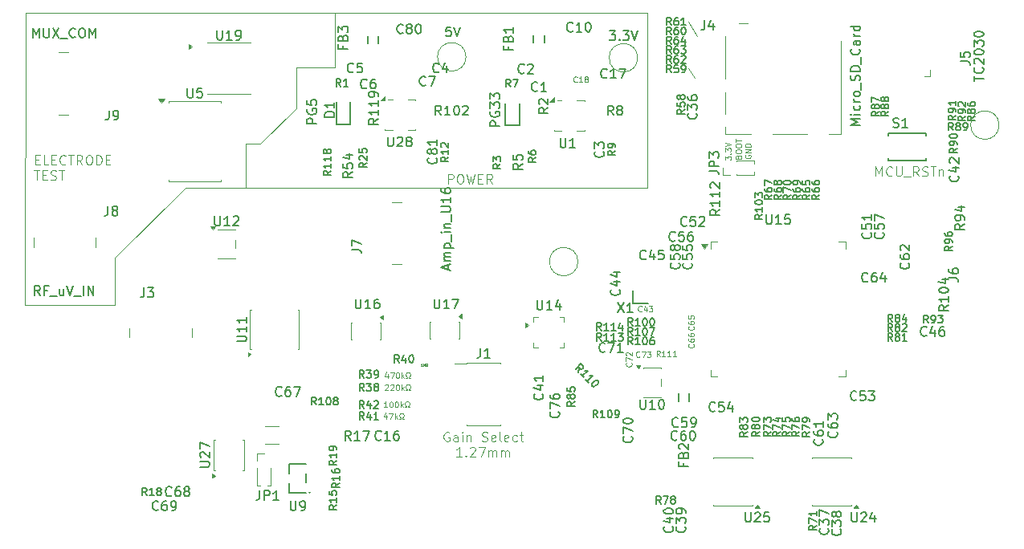
<source format=gbr>
%TF.GenerationSoftware,KiCad,Pcbnew,9.0.5*%
%TF.CreationDate,2025-10-24T01:37:18-04:00*%
%TF.ProjectId,ElectrodeArrayPCB,456c6563-7472-46f6-9465-417272617950,rev?*%
%TF.SameCoordinates,Original*%
%TF.FileFunction,Legend,Top*%
%TF.FilePolarity,Positive*%
%FSLAX46Y46*%
G04 Gerber Fmt 4.6, Leading zero omitted, Abs format (unit mm)*
G04 Created by KiCad (PCBNEW 9.0.5) date 2025-10-24 01:37:18*
%MOMM*%
%LPD*%
G01*
G04 APERTURE LIST*
%ADD10C,0.100000*%
%ADD11C,0.150000*%
%ADD12C,0.040000*%
%ADD13C,0.120000*%
%ADD14C,0.127000*%
G04 APERTURE END LIST*
D10*
X124203884Y-82548665D02*
X124537217Y-82548665D01*
X124680074Y-83072475D02*
X124203884Y-83072475D01*
X124203884Y-83072475D02*
X124203884Y-82072475D01*
X124203884Y-82072475D02*
X124680074Y-82072475D01*
X125584836Y-83072475D02*
X125108646Y-83072475D01*
X125108646Y-83072475D02*
X125108646Y-82072475D01*
X125918170Y-82548665D02*
X126251503Y-82548665D01*
X126394360Y-83072475D02*
X125918170Y-83072475D01*
X125918170Y-83072475D02*
X125918170Y-82072475D01*
X125918170Y-82072475D02*
X126394360Y-82072475D01*
X127394360Y-82977236D02*
X127346741Y-83024856D01*
X127346741Y-83024856D02*
X127203884Y-83072475D01*
X127203884Y-83072475D02*
X127108646Y-83072475D01*
X127108646Y-83072475D02*
X126965789Y-83024856D01*
X126965789Y-83024856D02*
X126870551Y-82929617D01*
X126870551Y-82929617D02*
X126822932Y-82834379D01*
X126822932Y-82834379D02*
X126775313Y-82643903D01*
X126775313Y-82643903D02*
X126775313Y-82501046D01*
X126775313Y-82501046D02*
X126822932Y-82310570D01*
X126822932Y-82310570D02*
X126870551Y-82215332D01*
X126870551Y-82215332D02*
X126965789Y-82120094D01*
X126965789Y-82120094D02*
X127108646Y-82072475D01*
X127108646Y-82072475D02*
X127203884Y-82072475D01*
X127203884Y-82072475D02*
X127346741Y-82120094D01*
X127346741Y-82120094D02*
X127394360Y-82167713D01*
X127680075Y-82072475D02*
X128251503Y-82072475D01*
X127965789Y-83072475D02*
X127965789Y-82072475D01*
X129156265Y-83072475D02*
X128822932Y-82596284D01*
X128584837Y-83072475D02*
X128584837Y-82072475D01*
X128584837Y-82072475D02*
X128965789Y-82072475D01*
X128965789Y-82072475D02*
X129061027Y-82120094D01*
X129061027Y-82120094D02*
X129108646Y-82167713D01*
X129108646Y-82167713D02*
X129156265Y-82262951D01*
X129156265Y-82262951D02*
X129156265Y-82405808D01*
X129156265Y-82405808D02*
X129108646Y-82501046D01*
X129108646Y-82501046D02*
X129061027Y-82548665D01*
X129061027Y-82548665D02*
X128965789Y-82596284D01*
X128965789Y-82596284D02*
X128584837Y-82596284D01*
X129775313Y-82072475D02*
X129965789Y-82072475D01*
X129965789Y-82072475D02*
X130061027Y-82120094D01*
X130061027Y-82120094D02*
X130156265Y-82215332D01*
X130156265Y-82215332D02*
X130203884Y-82405808D01*
X130203884Y-82405808D02*
X130203884Y-82739141D01*
X130203884Y-82739141D02*
X130156265Y-82929617D01*
X130156265Y-82929617D02*
X130061027Y-83024856D01*
X130061027Y-83024856D02*
X129965789Y-83072475D01*
X129965789Y-83072475D02*
X129775313Y-83072475D01*
X129775313Y-83072475D02*
X129680075Y-83024856D01*
X129680075Y-83024856D02*
X129584837Y-82929617D01*
X129584837Y-82929617D02*
X129537218Y-82739141D01*
X129537218Y-82739141D02*
X129537218Y-82405808D01*
X129537218Y-82405808D02*
X129584837Y-82215332D01*
X129584837Y-82215332D02*
X129680075Y-82120094D01*
X129680075Y-82120094D02*
X129775313Y-82072475D01*
X130632456Y-83072475D02*
X130632456Y-82072475D01*
X130632456Y-82072475D02*
X130870551Y-82072475D01*
X130870551Y-82072475D02*
X131013408Y-82120094D01*
X131013408Y-82120094D02*
X131108646Y-82215332D01*
X131108646Y-82215332D02*
X131156265Y-82310570D01*
X131156265Y-82310570D02*
X131203884Y-82501046D01*
X131203884Y-82501046D02*
X131203884Y-82643903D01*
X131203884Y-82643903D02*
X131156265Y-82834379D01*
X131156265Y-82834379D02*
X131108646Y-82929617D01*
X131108646Y-82929617D02*
X131013408Y-83024856D01*
X131013408Y-83024856D02*
X130870551Y-83072475D01*
X130870551Y-83072475D02*
X130632456Y-83072475D01*
X131632456Y-82548665D02*
X131965789Y-82548665D01*
X132108646Y-83072475D02*
X131632456Y-83072475D01*
X131632456Y-83072475D02*
X131632456Y-82072475D01*
X131632456Y-82072475D02*
X132108646Y-82072475D01*
X124061027Y-83682419D02*
X124632455Y-83682419D01*
X124346741Y-84682419D02*
X124346741Y-83682419D01*
X124965789Y-84158609D02*
X125299122Y-84158609D01*
X125441979Y-84682419D02*
X124965789Y-84682419D01*
X124965789Y-84682419D02*
X124965789Y-83682419D01*
X124965789Y-83682419D02*
X125441979Y-83682419D01*
X125822932Y-84634800D02*
X125965789Y-84682419D01*
X125965789Y-84682419D02*
X126203884Y-84682419D01*
X126203884Y-84682419D02*
X126299122Y-84634800D01*
X126299122Y-84634800D02*
X126346741Y-84587180D01*
X126346741Y-84587180D02*
X126394360Y-84491942D01*
X126394360Y-84491942D02*
X126394360Y-84396704D01*
X126394360Y-84396704D02*
X126346741Y-84301466D01*
X126346741Y-84301466D02*
X126299122Y-84253847D01*
X126299122Y-84253847D02*
X126203884Y-84206228D01*
X126203884Y-84206228D02*
X126013408Y-84158609D01*
X126013408Y-84158609D02*
X125918170Y-84110990D01*
X125918170Y-84110990D02*
X125870551Y-84063371D01*
X125870551Y-84063371D02*
X125822932Y-83968133D01*
X125822932Y-83968133D02*
X125822932Y-83872895D01*
X125822932Y-83872895D02*
X125870551Y-83777657D01*
X125870551Y-83777657D02*
X125918170Y-83730038D01*
X125918170Y-83730038D02*
X126013408Y-83682419D01*
X126013408Y-83682419D02*
X126251503Y-83682419D01*
X126251503Y-83682419D02*
X126394360Y-83730038D01*
X126680075Y-83682419D02*
X127251503Y-83682419D01*
X126965789Y-84682419D02*
X126965789Y-83682419D01*
X167703884Y-85072419D02*
X167703884Y-84072419D01*
X167703884Y-84072419D02*
X168084836Y-84072419D01*
X168084836Y-84072419D02*
X168180074Y-84120038D01*
X168180074Y-84120038D02*
X168227693Y-84167657D01*
X168227693Y-84167657D02*
X168275312Y-84262895D01*
X168275312Y-84262895D02*
X168275312Y-84405752D01*
X168275312Y-84405752D02*
X168227693Y-84500990D01*
X168227693Y-84500990D02*
X168180074Y-84548609D01*
X168180074Y-84548609D02*
X168084836Y-84596228D01*
X168084836Y-84596228D02*
X167703884Y-84596228D01*
X168894360Y-84072419D02*
X169084836Y-84072419D01*
X169084836Y-84072419D02*
X169180074Y-84120038D01*
X169180074Y-84120038D02*
X169275312Y-84215276D01*
X169275312Y-84215276D02*
X169322931Y-84405752D01*
X169322931Y-84405752D02*
X169322931Y-84739085D01*
X169322931Y-84739085D02*
X169275312Y-84929561D01*
X169275312Y-84929561D02*
X169180074Y-85024800D01*
X169180074Y-85024800D02*
X169084836Y-85072419D01*
X169084836Y-85072419D02*
X168894360Y-85072419D01*
X168894360Y-85072419D02*
X168799122Y-85024800D01*
X168799122Y-85024800D02*
X168703884Y-84929561D01*
X168703884Y-84929561D02*
X168656265Y-84739085D01*
X168656265Y-84739085D02*
X168656265Y-84405752D01*
X168656265Y-84405752D02*
X168703884Y-84215276D01*
X168703884Y-84215276D02*
X168799122Y-84120038D01*
X168799122Y-84120038D02*
X168894360Y-84072419D01*
X169656265Y-84072419D02*
X169894360Y-85072419D01*
X169894360Y-85072419D02*
X170084836Y-84358133D01*
X170084836Y-84358133D02*
X170275312Y-85072419D01*
X170275312Y-85072419D02*
X170513408Y-84072419D01*
X170894360Y-84548609D02*
X171227693Y-84548609D01*
X171370550Y-85072419D02*
X170894360Y-85072419D01*
X170894360Y-85072419D02*
X170894360Y-84072419D01*
X170894360Y-84072419D02*
X171370550Y-84072419D01*
X172370550Y-85072419D02*
X172037217Y-84596228D01*
X171799122Y-85072419D02*
X171799122Y-84072419D01*
X171799122Y-84072419D02*
X172180074Y-84072419D01*
X172180074Y-84072419D02*
X172275312Y-84120038D01*
X172275312Y-84120038D02*
X172322931Y-84167657D01*
X172322931Y-84167657D02*
X172370550Y-84262895D01*
X172370550Y-84262895D02*
X172370550Y-84405752D01*
X172370550Y-84405752D02*
X172322931Y-84500990D01*
X172322931Y-84500990D02*
X172275312Y-84548609D01*
X172275312Y-84548609D02*
X172180074Y-84596228D01*
X172180074Y-84596228D02*
X171799122Y-84596228D01*
X188700000Y-67100000D02*
X155800000Y-67100000D01*
X188700000Y-85500000D02*
X188700000Y-67100000D01*
X151700000Y-85500000D02*
X188700000Y-85500000D01*
X146400000Y-85500000D02*
X151700000Y-85500000D01*
X167828570Y-111310094D02*
X167733332Y-111262475D01*
X167733332Y-111262475D02*
X167590475Y-111262475D01*
X167590475Y-111262475D02*
X167447618Y-111310094D01*
X167447618Y-111310094D02*
X167352380Y-111405332D01*
X167352380Y-111405332D02*
X167304761Y-111500570D01*
X167304761Y-111500570D02*
X167257142Y-111691046D01*
X167257142Y-111691046D02*
X167257142Y-111833903D01*
X167257142Y-111833903D02*
X167304761Y-112024379D01*
X167304761Y-112024379D02*
X167352380Y-112119617D01*
X167352380Y-112119617D02*
X167447618Y-112214856D01*
X167447618Y-112214856D02*
X167590475Y-112262475D01*
X167590475Y-112262475D02*
X167685713Y-112262475D01*
X167685713Y-112262475D02*
X167828570Y-112214856D01*
X167828570Y-112214856D02*
X167876189Y-112167236D01*
X167876189Y-112167236D02*
X167876189Y-111833903D01*
X167876189Y-111833903D02*
X167685713Y-111833903D01*
X168733332Y-112262475D02*
X168733332Y-111738665D01*
X168733332Y-111738665D02*
X168685713Y-111643427D01*
X168685713Y-111643427D02*
X168590475Y-111595808D01*
X168590475Y-111595808D02*
X168399999Y-111595808D01*
X168399999Y-111595808D02*
X168304761Y-111643427D01*
X168733332Y-112214856D02*
X168638094Y-112262475D01*
X168638094Y-112262475D02*
X168399999Y-112262475D01*
X168399999Y-112262475D02*
X168304761Y-112214856D01*
X168304761Y-112214856D02*
X168257142Y-112119617D01*
X168257142Y-112119617D02*
X168257142Y-112024379D01*
X168257142Y-112024379D02*
X168304761Y-111929141D01*
X168304761Y-111929141D02*
X168399999Y-111881522D01*
X168399999Y-111881522D02*
X168638094Y-111881522D01*
X168638094Y-111881522D02*
X168733332Y-111833903D01*
X169209523Y-112262475D02*
X169209523Y-111595808D01*
X169209523Y-111262475D02*
X169161904Y-111310094D01*
X169161904Y-111310094D02*
X169209523Y-111357713D01*
X169209523Y-111357713D02*
X169257142Y-111310094D01*
X169257142Y-111310094D02*
X169209523Y-111262475D01*
X169209523Y-111262475D02*
X169209523Y-111357713D01*
X169685713Y-111595808D02*
X169685713Y-112262475D01*
X169685713Y-111691046D02*
X169733332Y-111643427D01*
X169733332Y-111643427D02*
X169828570Y-111595808D01*
X169828570Y-111595808D02*
X169971427Y-111595808D01*
X169971427Y-111595808D02*
X170066665Y-111643427D01*
X170066665Y-111643427D02*
X170114284Y-111738665D01*
X170114284Y-111738665D02*
X170114284Y-112262475D01*
X171304761Y-112214856D02*
X171447618Y-112262475D01*
X171447618Y-112262475D02*
X171685713Y-112262475D01*
X171685713Y-112262475D02*
X171780951Y-112214856D01*
X171780951Y-112214856D02*
X171828570Y-112167236D01*
X171828570Y-112167236D02*
X171876189Y-112071998D01*
X171876189Y-112071998D02*
X171876189Y-111976760D01*
X171876189Y-111976760D02*
X171828570Y-111881522D01*
X171828570Y-111881522D02*
X171780951Y-111833903D01*
X171780951Y-111833903D02*
X171685713Y-111786284D01*
X171685713Y-111786284D02*
X171495237Y-111738665D01*
X171495237Y-111738665D02*
X171399999Y-111691046D01*
X171399999Y-111691046D02*
X171352380Y-111643427D01*
X171352380Y-111643427D02*
X171304761Y-111548189D01*
X171304761Y-111548189D02*
X171304761Y-111452951D01*
X171304761Y-111452951D02*
X171352380Y-111357713D01*
X171352380Y-111357713D02*
X171399999Y-111310094D01*
X171399999Y-111310094D02*
X171495237Y-111262475D01*
X171495237Y-111262475D02*
X171733332Y-111262475D01*
X171733332Y-111262475D02*
X171876189Y-111310094D01*
X172685713Y-112214856D02*
X172590475Y-112262475D01*
X172590475Y-112262475D02*
X172399999Y-112262475D01*
X172399999Y-112262475D02*
X172304761Y-112214856D01*
X172304761Y-112214856D02*
X172257142Y-112119617D01*
X172257142Y-112119617D02*
X172257142Y-111738665D01*
X172257142Y-111738665D02*
X172304761Y-111643427D01*
X172304761Y-111643427D02*
X172399999Y-111595808D01*
X172399999Y-111595808D02*
X172590475Y-111595808D01*
X172590475Y-111595808D02*
X172685713Y-111643427D01*
X172685713Y-111643427D02*
X172733332Y-111738665D01*
X172733332Y-111738665D02*
X172733332Y-111833903D01*
X172733332Y-111833903D02*
X172257142Y-111929141D01*
X173304761Y-112262475D02*
X173209523Y-112214856D01*
X173209523Y-112214856D02*
X173161904Y-112119617D01*
X173161904Y-112119617D02*
X173161904Y-111262475D01*
X174066666Y-112214856D02*
X173971428Y-112262475D01*
X173971428Y-112262475D02*
X173780952Y-112262475D01*
X173780952Y-112262475D02*
X173685714Y-112214856D01*
X173685714Y-112214856D02*
X173638095Y-112119617D01*
X173638095Y-112119617D02*
X173638095Y-111738665D01*
X173638095Y-111738665D02*
X173685714Y-111643427D01*
X173685714Y-111643427D02*
X173780952Y-111595808D01*
X173780952Y-111595808D02*
X173971428Y-111595808D01*
X173971428Y-111595808D02*
X174066666Y-111643427D01*
X174066666Y-111643427D02*
X174114285Y-111738665D01*
X174114285Y-111738665D02*
X174114285Y-111833903D01*
X174114285Y-111833903D02*
X173638095Y-111929141D01*
X174971428Y-112214856D02*
X174876190Y-112262475D01*
X174876190Y-112262475D02*
X174685714Y-112262475D01*
X174685714Y-112262475D02*
X174590476Y-112214856D01*
X174590476Y-112214856D02*
X174542857Y-112167236D01*
X174542857Y-112167236D02*
X174495238Y-112071998D01*
X174495238Y-112071998D02*
X174495238Y-111786284D01*
X174495238Y-111786284D02*
X174542857Y-111691046D01*
X174542857Y-111691046D02*
X174590476Y-111643427D01*
X174590476Y-111643427D02*
X174685714Y-111595808D01*
X174685714Y-111595808D02*
X174876190Y-111595808D01*
X174876190Y-111595808D02*
X174971428Y-111643427D01*
X175257143Y-111595808D02*
X175638095Y-111595808D01*
X175400000Y-111262475D02*
X175400000Y-112119617D01*
X175400000Y-112119617D02*
X175447619Y-112214856D01*
X175447619Y-112214856D02*
X175542857Y-112262475D01*
X175542857Y-112262475D02*
X175638095Y-112262475D01*
X169161905Y-113872419D02*
X168590477Y-113872419D01*
X168876191Y-113872419D02*
X168876191Y-112872419D01*
X168876191Y-112872419D02*
X168780953Y-113015276D01*
X168780953Y-113015276D02*
X168685715Y-113110514D01*
X168685715Y-113110514D02*
X168590477Y-113158133D01*
X169590477Y-113777180D02*
X169638096Y-113824800D01*
X169638096Y-113824800D02*
X169590477Y-113872419D01*
X169590477Y-113872419D02*
X169542858Y-113824800D01*
X169542858Y-113824800D02*
X169590477Y-113777180D01*
X169590477Y-113777180D02*
X169590477Y-113872419D01*
X170019048Y-112967657D02*
X170066667Y-112920038D01*
X170066667Y-112920038D02*
X170161905Y-112872419D01*
X170161905Y-112872419D02*
X170400000Y-112872419D01*
X170400000Y-112872419D02*
X170495238Y-112920038D01*
X170495238Y-112920038D02*
X170542857Y-112967657D01*
X170542857Y-112967657D02*
X170590476Y-113062895D01*
X170590476Y-113062895D02*
X170590476Y-113158133D01*
X170590476Y-113158133D02*
X170542857Y-113300990D01*
X170542857Y-113300990D02*
X169971429Y-113872419D01*
X169971429Y-113872419D02*
X170590476Y-113872419D01*
X170923810Y-112872419D02*
X171590476Y-112872419D01*
X171590476Y-112872419D02*
X171161905Y-113872419D01*
X171971429Y-113872419D02*
X171971429Y-113205752D01*
X171971429Y-113300990D02*
X172019048Y-113253371D01*
X172019048Y-113253371D02*
X172114286Y-113205752D01*
X172114286Y-113205752D02*
X172257143Y-113205752D01*
X172257143Y-113205752D02*
X172352381Y-113253371D01*
X172352381Y-113253371D02*
X172400000Y-113348609D01*
X172400000Y-113348609D02*
X172400000Y-113872419D01*
X172400000Y-113348609D02*
X172447619Y-113253371D01*
X172447619Y-113253371D02*
X172542857Y-113205752D01*
X172542857Y-113205752D02*
X172685714Y-113205752D01*
X172685714Y-113205752D02*
X172780953Y-113253371D01*
X172780953Y-113253371D02*
X172828572Y-113348609D01*
X172828572Y-113348609D02*
X172828572Y-113872419D01*
X173304762Y-113872419D02*
X173304762Y-113205752D01*
X173304762Y-113300990D02*
X173352381Y-113253371D01*
X173352381Y-113253371D02*
X173447619Y-113205752D01*
X173447619Y-113205752D02*
X173590476Y-113205752D01*
X173590476Y-113205752D02*
X173685714Y-113253371D01*
X173685714Y-113253371D02*
X173733333Y-113348609D01*
X173733333Y-113348609D02*
X173733333Y-113872419D01*
X173733333Y-113348609D02*
X173780952Y-113253371D01*
X173780952Y-113253371D02*
X173876190Y-113205752D01*
X173876190Y-113205752D02*
X174019047Y-113205752D01*
X174019047Y-113205752D02*
X174114286Y-113253371D01*
X174114286Y-113253371D02*
X174161905Y-113348609D01*
X174161905Y-113348609D02*
X174161905Y-113872419D01*
X193000000Y-72900000D02*
X193700000Y-73900000D01*
X193000000Y-68000000D02*
X194000000Y-69500000D01*
X196921371Y-82548496D02*
X196921371Y-82177068D01*
X196921371Y-82177068D02*
X197149942Y-82377068D01*
X197149942Y-82377068D02*
X197149942Y-82291353D01*
X197149942Y-82291353D02*
X197178514Y-82234211D01*
X197178514Y-82234211D02*
X197207085Y-82205639D01*
X197207085Y-82205639D02*
X197264228Y-82177068D01*
X197264228Y-82177068D02*
X197407085Y-82177068D01*
X197407085Y-82177068D02*
X197464228Y-82205639D01*
X197464228Y-82205639D02*
X197492800Y-82234211D01*
X197492800Y-82234211D02*
X197521371Y-82291353D01*
X197521371Y-82291353D02*
X197521371Y-82462782D01*
X197521371Y-82462782D02*
X197492800Y-82519925D01*
X197492800Y-82519925D02*
X197464228Y-82548496D01*
X197464228Y-81919924D02*
X197492800Y-81891353D01*
X197492800Y-81891353D02*
X197521371Y-81919924D01*
X197521371Y-81919924D02*
X197492800Y-81948496D01*
X197492800Y-81948496D02*
X197464228Y-81919924D01*
X197464228Y-81919924D02*
X197521371Y-81919924D01*
X196921371Y-81691353D02*
X196921371Y-81319925D01*
X196921371Y-81319925D02*
X197149942Y-81519925D01*
X197149942Y-81519925D02*
X197149942Y-81434210D01*
X197149942Y-81434210D02*
X197178514Y-81377068D01*
X197178514Y-81377068D02*
X197207085Y-81348496D01*
X197207085Y-81348496D02*
X197264228Y-81319925D01*
X197264228Y-81319925D02*
X197407085Y-81319925D01*
X197407085Y-81319925D02*
X197464228Y-81348496D01*
X197464228Y-81348496D02*
X197492800Y-81377068D01*
X197492800Y-81377068D02*
X197521371Y-81434210D01*
X197521371Y-81434210D02*
X197521371Y-81605639D01*
X197521371Y-81605639D02*
X197492800Y-81662782D01*
X197492800Y-81662782D02*
X197464228Y-81691353D01*
X196921371Y-81148496D02*
X197521371Y-80948496D01*
X197521371Y-80948496D02*
X196921371Y-80748496D01*
X199049942Y-82077068D02*
X199021371Y-82134211D01*
X199021371Y-82134211D02*
X199021371Y-82219925D01*
X199021371Y-82219925D02*
X199049942Y-82305639D01*
X199049942Y-82305639D02*
X199107085Y-82362782D01*
X199107085Y-82362782D02*
X199164228Y-82391353D01*
X199164228Y-82391353D02*
X199278514Y-82419925D01*
X199278514Y-82419925D02*
X199364228Y-82419925D01*
X199364228Y-82419925D02*
X199478514Y-82391353D01*
X199478514Y-82391353D02*
X199535657Y-82362782D01*
X199535657Y-82362782D02*
X199592800Y-82305639D01*
X199592800Y-82305639D02*
X199621371Y-82219925D01*
X199621371Y-82219925D02*
X199621371Y-82162782D01*
X199621371Y-82162782D02*
X199592800Y-82077068D01*
X199592800Y-82077068D02*
X199564228Y-82048496D01*
X199564228Y-82048496D02*
X199364228Y-82048496D01*
X199364228Y-82048496D02*
X199364228Y-82162782D01*
X199621371Y-81791353D02*
X199021371Y-81791353D01*
X199021371Y-81791353D02*
X199621371Y-81448496D01*
X199621371Y-81448496D02*
X199021371Y-81448496D01*
X199621371Y-81162782D02*
X199021371Y-81162782D01*
X199021371Y-81162782D02*
X199021371Y-81019925D01*
X199021371Y-81019925D02*
X199049942Y-80934211D01*
X199049942Y-80934211D02*
X199107085Y-80877068D01*
X199107085Y-80877068D02*
X199164228Y-80848497D01*
X199164228Y-80848497D02*
X199278514Y-80819925D01*
X199278514Y-80819925D02*
X199364228Y-80819925D01*
X199364228Y-80819925D02*
X199478514Y-80848497D01*
X199478514Y-80848497D02*
X199535657Y-80877068D01*
X199535657Y-80877068D02*
X199592800Y-80934211D01*
X199592800Y-80934211D02*
X199621371Y-81019925D01*
X199621371Y-81019925D02*
X199621371Y-81162782D01*
X198307085Y-82246353D02*
X198335657Y-82160639D01*
X198335657Y-82160639D02*
X198364228Y-82132068D01*
X198364228Y-82132068D02*
X198421371Y-82103496D01*
X198421371Y-82103496D02*
X198507085Y-82103496D01*
X198507085Y-82103496D02*
X198564228Y-82132068D01*
X198564228Y-82132068D02*
X198592800Y-82160639D01*
X198592800Y-82160639D02*
X198621371Y-82217782D01*
X198621371Y-82217782D02*
X198621371Y-82446353D01*
X198621371Y-82446353D02*
X198021371Y-82446353D01*
X198021371Y-82446353D02*
X198021371Y-82246353D01*
X198021371Y-82246353D02*
X198049942Y-82189211D01*
X198049942Y-82189211D02*
X198078514Y-82160639D01*
X198078514Y-82160639D02*
X198135657Y-82132068D01*
X198135657Y-82132068D02*
X198192800Y-82132068D01*
X198192800Y-82132068D02*
X198249942Y-82160639D01*
X198249942Y-82160639D02*
X198278514Y-82189211D01*
X198278514Y-82189211D02*
X198307085Y-82246353D01*
X198307085Y-82246353D02*
X198307085Y-82446353D01*
X198021371Y-81732068D02*
X198021371Y-81617782D01*
X198021371Y-81617782D02*
X198049942Y-81560639D01*
X198049942Y-81560639D02*
X198107085Y-81503496D01*
X198107085Y-81503496D02*
X198221371Y-81474925D01*
X198221371Y-81474925D02*
X198421371Y-81474925D01*
X198421371Y-81474925D02*
X198535657Y-81503496D01*
X198535657Y-81503496D02*
X198592800Y-81560639D01*
X198592800Y-81560639D02*
X198621371Y-81617782D01*
X198621371Y-81617782D02*
X198621371Y-81732068D01*
X198621371Y-81732068D02*
X198592800Y-81789211D01*
X198592800Y-81789211D02*
X198535657Y-81846353D01*
X198535657Y-81846353D02*
X198421371Y-81874925D01*
X198421371Y-81874925D02*
X198221371Y-81874925D01*
X198221371Y-81874925D02*
X198107085Y-81846353D01*
X198107085Y-81846353D02*
X198049942Y-81789211D01*
X198049942Y-81789211D02*
X198021371Y-81732068D01*
X198021371Y-81103497D02*
X198021371Y-80989211D01*
X198021371Y-80989211D02*
X198049942Y-80932068D01*
X198049942Y-80932068D02*
X198107085Y-80874925D01*
X198107085Y-80874925D02*
X198221371Y-80846354D01*
X198221371Y-80846354D02*
X198421371Y-80846354D01*
X198421371Y-80846354D02*
X198535657Y-80874925D01*
X198535657Y-80874925D02*
X198592800Y-80932068D01*
X198592800Y-80932068D02*
X198621371Y-80989211D01*
X198621371Y-80989211D02*
X198621371Y-81103497D01*
X198621371Y-81103497D02*
X198592800Y-81160640D01*
X198592800Y-81160640D02*
X198535657Y-81217782D01*
X198535657Y-81217782D02*
X198421371Y-81246354D01*
X198421371Y-81246354D02*
X198221371Y-81246354D01*
X198221371Y-81246354D02*
X198107085Y-81217782D01*
X198107085Y-81217782D02*
X198049942Y-81160640D01*
X198049942Y-81160640D02*
X198021371Y-81103497D01*
X198021371Y-80674926D02*
X198021371Y-80332069D01*
X198621371Y-80503497D02*
X198021371Y-80503497D01*
D11*
X167684104Y-94110839D02*
X167684104Y-93634649D01*
X167969819Y-94206077D02*
X166969819Y-93872744D01*
X166969819Y-93872744D02*
X167969819Y-93539411D01*
X167969819Y-93206077D02*
X167303152Y-93206077D01*
X167398390Y-93206077D02*
X167350771Y-93158458D01*
X167350771Y-93158458D02*
X167303152Y-93063220D01*
X167303152Y-93063220D02*
X167303152Y-92920363D01*
X167303152Y-92920363D02*
X167350771Y-92825125D01*
X167350771Y-92825125D02*
X167446009Y-92777506D01*
X167446009Y-92777506D02*
X167969819Y-92777506D01*
X167446009Y-92777506D02*
X167350771Y-92729887D01*
X167350771Y-92729887D02*
X167303152Y-92634649D01*
X167303152Y-92634649D02*
X167303152Y-92491792D01*
X167303152Y-92491792D02*
X167350771Y-92396553D01*
X167350771Y-92396553D02*
X167446009Y-92348934D01*
X167446009Y-92348934D02*
X167969819Y-92348934D01*
X167303152Y-91872744D02*
X168303152Y-91872744D01*
X167350771Y-91872744D02*
X167303152Y-91777506D01*
X167303152Y-91777506D02*
X167303152Y-91587030D01*
X167303152Y-91587030D02*
X167350771Y-91491792D01*
X167350771Y-91491792D02*
X167398390Y-91444173D01*
X167398390Y-91444173D02*
X167493628Y-91396554D01*
X167493628Y-91396554D02*
X167779342Y-91396554D01*
X167779342Y-91396554D02*
X167874580Y-91444173D01*
X167874580Y-91444173D02*
X167922200Y-91491792D01*
X167922200Y-91491792D02*
X167969819Y-91587030D01*
X167969819Y-91587030D02*
X167969819Y-91777506D01*
X167969819Y-91777506D02*
X167922200Y-91872744D01*
X168065057Y-91206078D02*
X168065057Y-90444173D01*
X167969819Y-90206077D02*
X167303152Y-90206077D01*
X166969819Y-90206077D02*
X167017438Y-90253696D01*
X167017438Y-90253696D02*
X167065057Y-90206077D01*
X167065057Y-90206077D02*
X167017438Y-90158458D01*
X167017438Y-90158458D02*
X166969819Y-90206077D01*
X166969819Y-90206077D02*
X167065057Y-90206077D01*
X167303152Y-89729887D02*
X167969819Y-89729887D01*
X167398390Y-89729887D02*
X167350771Y-89682268D01*
X167350771Y-89682268D02*
X167303152Y-89587030D01*
X167303152Y-89587030D02*
X167303152Y-89444173D01*
X167303152Y-89444173D02*
X167350771Y-89348935D01*
X167350771Y-89348935D02*
X167446009Y-89301316D01*
X167446009Y-89301316D02*
X167969819Y-89301316D01*
X168065057Y-89063221D02*
X168065057Y-88301316D01*
X166969819Y-88063220D02*
X167779342Y-88063220D01*
X167779342Y-88063220D02*
X167874580Y-88015601D01*
X167874580Y-88015601D02*
X167922200Y-87967982D01*
X167922200Y-87967982D02*
X167969819Y-87872744D01*
X167969819Y-87872744D02*
X167969819Y-87682268D01*
X167969819Y-87682268D02*
X167922200Y-87587030D01*
X167922200Y-87587030D02*
X167874580Y-87539411D01*
X167874580Y-87539411D02*
X167779342Y-87491792D01*
X167779342Y-87491792D02*
X166969819Y-87491792D01*
X167969819Y-86491792D02*
X167969819Y-87063220D01*
X167969819Y-86777506D02*
X166969819Y-86777506D01*
X166969819Y-86777506D02*
X167112676Y-86872744D01*
X167112676Y-86872744D02*
X167207914Y-86967982D01*
X167207914Y-86967982D02*
X167255533Y-87063220D01*
X166969819Y-85634649D02*
X166969819Y-85825125D01*
X166969819Y-85825125D02*
X167017438Y-85920363D01*
X167017438Y-85920363D02*
X167065057Y-85967982D01*
X167065057Y-85967982D02*
X167207914Y-86063220D01*
X167207914Y-86063220D02*
X167398390Y-86110839D01*
X167398390Y-86110839D02*
X167779342Y-86110839D01*
X167779342Y-86110839D02*
X167874580Y-86063220D01*
X167874580Y-86063220D02*
X167922200Y-86015601D01*
X167922200Y-86015601D02*
X167969819Y-85920363D01*
X167969819Y-85920363D02*
X167969819Y-85729887D01*
X167969819Y-85729887D02*
X167922200Y-85634649D01*
X167922200Y-85634649D02*
X167874580Y-85587030D01*
X167874580Y-85587030D02*
X167779342Y-85539411D01*
X167779342Y-85539411D02*
X167541247Y-85539411D01*
X167541247Y-85539411D02*
X167446009Y-85587030D01*
X167446009Y-85587030D02*
X167398390Y-85634649D01*
X167398390Y-85634649D02*
X167350771Y-85729887D01*
X167350771Y-85729887D02*
X167350771Y-85920363D01*
X167350771Y-85920363D02*
X167398390Y-86015601D01*
X167398390Y-86015601D02*
X167446009Y-86063220D01*
X167446009Y-86063220D02*
X167541247Y-86110839D01*
D10*
X123200000Y-67100000D02*
X123100000Y-97900000D01*
X155800000Y-67100000D02*
X123200000Y-67100000D01*
X155800000Y-72800000D02*
X155800000Y-67100000D01*
X151700000Y-72800000D02*
X155800000Y-72800000D01*
X151700000Y-77100000D02*
X151700000Y-72800000D01*
X147900000Y-80900000D02*
X151700000Y-77100000D01*
X146400000Y-80900000D02*
X147900000Y-80900000D01*
X146400000Y-85500000D02*
X146400000Y-80900000D01*
X140000000Y-85500000D02*
X146400000Y-85500000D01*
X132600000Y-92900000D02*
X140000000Y-85500000D01*
X132600000Y-97900000D02*
X132600000Y-92900000D01*
X123100000Y-97900000D02*
X132600000Y-97900000D01*
D11*
X124708207Y-96869819D02*
X124374874Y-96393628D01*
X124136779Y-96869819D02*
X124136779Y-95869819D01*
X124136779Y-95869819D02*
X124517731Y-95869819D01*
X124517731Y-95869819D02*
X124612969Y-95917438D01*
X124612969Y-95917438D02*
X124660588Y-95965057D01*
X124660588Y-95965057D02*
X124708207Y-96060295D01*
X124708207Y-96060295D02*
X124708207Y-96203152D01*
X124708207Y-96203152D02*
X124660588Y-96298390D01*
X124660588Y-96298390D02*
X124612969Y-96346009D01*
X124612969Y-96346009D02*
X124517731Y-96393628D01*
X124517731Y-96393628D02*
X124136779Y-96393628D01*
X125470112Y-96346009D02*
X125136779Y-96346009D01*
X125136779Y-96869819D02*
X125136779Y-95869819D01*
X125136779Y-95869819D02*
X125612969Y-95869819D01*
X125755827Y-96965057D02*
X126517731Y-96965057D01*
X127184398Y-96203152D02*
X127184398Y-96869819D01*
X126755827Y-96203152D02*
X126755827Y-96726961D01*
X126755827Y-96726961D02*
X126803446Y-96822200D01*
X126803446Y-96822200D02*
X126898684Y-96869819D01*
X126898684Y-96869819D02*
X127041541Y-96869819D01*
X127041541Y-96869819D02*
X127136779Y-96822200D01*
X127136779Y-96822200D02*
X127184398Y-96774580D01*
X127517732Y-95869819D02*
X127851065Y-96869819D01*
X127851065Y-96869819D02*
X128184398Y-95869819D01*
X128279637Y-96965057D02*
X129041541Y-96965057D01*
X129279637Y-96869819D02*
X129279637Y-95869819D01*
X129755827Y-96869819D02*
X129755827Y-95869819D01*
X129755827Y-95869819D02*
X130327255Y-96869819D01*
X130327255Y-96869819D02*
X130327255Y-95869819D01*
X123936779Y-69669819D02*
X123936779Y-68669819D01*
X123936779Y-68669819D02*
X124270112Y-69384104D01*
X124270112Y-69384104D02*
X124603445Y-68669819D01*
X124603445Y-68669819D02*
X124603445Y-69669819D01*
X125079636Y-68669819D02*
X125079636Y-69479342D01*
X125079636Y-69479342D02*
X125127255Y-69574580D01*
X125127255Y-69574580D02*
X125174874Y-69622200D01*
X125174874Y-69622200D02*
X125270112Y-69669819D01*
X125270112Y-69669819D02*
X125460588Y-69669819D01*
X125460588Y-69669819D02*
X125555826Y-69622200D01*
X125555826Y-69622200D02*
X125603445Y-69574580D01*
X125603445Y-69574580D02*
X125651064Y-69479342D01*
X125651064Y-69479342D02*
X125651064Y-68669819D01*
X126032017Y-68669819D02*
X126698683Y-69669819D01*
X126698683Y-68669819D02*
X126032017Y-69669819D01*
X126841541Y-69765057D02*
X127603445Y-69765057D01*
X128412969Y-69574580D02*
X128365350Y-69622200D01*
X128365350Y-69622200D02*
X128222493Y-69669819D01*
X128222493Y-69669819D02*
X128127255Y-69669819D01*
X128127255Y-69669819D02*
X127984398Y-69622200D01*
X127984398Y-69622200D02*
X127889160Y-69526961D01*
X127889160Y-69526961D02*
X127841541Y-69431723D01*
X127841541Y-69431723D02*
X127793922Y-69241247D01*
X127793922Y-69241247D02*
X127793922Y-69098390D01*
X127793922Y-69098390D02*
X127841541Y-68907914D01*
X127841541Y-68907914D02*
X127889160Y-68812676D01*
X127889160Y-68812676D02*
X127984398Y-68717438D01*
X127984398Y-68717438D02*
X128127255Y-68669819D01*
X128127255Y-68669819D02*
X128222493Y-68669819D01*
X128222493Y-68669819D02*
X128365350Y-68717438D01*
X128365350Y-68717438D02*
X128412969Y-68765057D01*
X129032017Y-68669819D02*
X129222493Y-68669819D01*
X129222493Y-68669819D02*
X129317731Y-68717438D01*
X129317731Y-68717438D02*
X129412969Y-68812676D01*
X129412969Y-68812676D02*
X129460588Y-69003152D01*
X129460588Y-69003152D02*
X129460588Y-69336485D01*
X129460588Y-69336485D02*
X129412969Y-69526961D01*
X129412969Y-69526961D02*
X129317731Y-69622200D01*
X129317731Y-69622200D02*
X129222493Y-69669819D01*
X129222493Y-69669819D02*
X129032017Y-69669819D01*
X129032017Y-69669819D02*
X128936779Y-69622200D01*
X128936779Y-69622200D02*
X128841541Y-69526961D01*
X128841541Y-69526961D02*
X128793922Y-69336485D01*
X128793922Y-69336485D02*
X128793922Y-69003152D01*
X128793922Y-69003152D02*
X128841541Y-68812676D01*
X128841541Y-68812676D02*
X128936779Y-68717438D01*
X128936779Y-68717438D02*
X129032017Y-68669819D01*
X129889160Y-69669819D02*
X129889160Y-68669819D01*
X129889160Y-68669819D02*
X130222493Y-69384104D01*
X130222493Y-69384104D02*
X130555826Y-68669819D01*
X130555826Y-68669819D02*
X130555826Y-69669819D01*
D10*
X212803884Y-84272419D02*
X212803884Y-83272419D01*
X212803884Y-83272419D02*
X213137217Y-83986704D01*
X213137217Y-83986704D02*
X213470550Y-83272419D01*
X213470550Y-83272419D02*
X213470550Y-84272419D01*
X214518169Y-84177180D02*
X214470550Y-84224800D01*
X214470550Y-84224800D02*
X214327693Y-84272419D01*
X214327693Y-84272419D02*
X214232455Y-84272419D01*
X214232455Y-84272419D02*
X214089598Y-84224800D01*
X214089598Y-84224800D02*
X213994360Y-84129561D01*
X213994360Y-84129561D02*
X213946741Y-84034323D01*
X213946741Y-84034323D02*
X213899122Y-83843847D01*
X213899122Y-83843847D02*
X213899122Y-83700990D01*
X213899122Y-83700990D02*
X213946741Y-83510514D01*
X213946741Y-83510514D02*
X213994360Y-83415276D01*
X213994360Y-83415276D02*
X214089598Y-83320038D01*
X214089598Y-83320038D02*
X214232455Y-83272419D01*
X214232455Y-83272419D02*
X214327693Y-83272419D01*
X214327693Y-83272419D02*
X214470550Y-83320038D01*
X214470550Y-83320038D02*
X214518169Y-83367657D01*
X214946741Y-83272419D02*
X214946741Y-84081942D01*
X214946741Y-84081942D02*
X214994360Y-84177180D01*
X214994360Y-84177180D02*
X215041979Y-84224800D01*
X215041979Y-84224800D02*
X215137217Y-84272419D01*
X215137217Y-84272419D02*
X215327693Y-84272419D01*
X215327693Y-84272419D02*
X215422931Y-84224800D01*
X215422931Y-84224800D02*
X215470550Y-84177180D01*
X215470550Y-84177180D02*
X215518169Y-84081942D01*
X215518169Y-84081942D02*
X215518169Y-83272419D01*
X215756265Y-84367657D02*
X216518169Y-84367657D01*
X217327693Y-84272419D02*
X216994360Y-83796228D01*
X216756265Y-84272419D02*
X216756265Y-83272419D01*
X216756265Y-83272419D02*
X217137217Y-83272419D01*
X217137217Y-83272419D02*
X217232455Y-83320038D01*
X217232455Y-83320038D02*
X217280074Y-83367657D01*
X217280074Y-83367657D02*
X217327693Y-83462895D01*
X217327693Y-83462895D02*
X217327693Y-83605752D01*
X217327693Y-83605752D02*
X217280074Y-83700990D01*
X217280074Y-83700990D02*
X217232455Y-83748609D01*
X217232455Y-83748609D02*
X217137217Y-83796228D01*
X217137217Y-83796228D02*
X216756265Y-83796228D01*
X217708646Y-84224800D02*
X217851503Y-84272419D01*
X217851503Y-84272419D02*
X218089598Y-84272419D01*
X218089598Y-84272419D02*
X218184836Y-84224800D01*
X218184836Y-84224800D02*
X218232455Y-84177180D01*
X218232455Y-84177180D02*
X218280074Y-84081942D01*
X218280074Y-84081942D02*
X218280074Y-83986704D01*
X218280074Y-83986704D02*
X218232455Y-83891466D01*
X218232455Y-83891466D02*
X218184836Y-83843847D01*
X218184836Y-83843847D02*
X218089598Y-83796228D01*
X218089598Y-83796228D02*
X217899122Y-83748609D01*
X217899122Y-83748609D02*
X217803884Y-83700990D01*
X217803884Y-83700990D02*
X217756265Y-83653371D01*
X217756265Y-83653371D02*
X217708646Y-83558133D01*
X217708646Y-83558133D02*
X217708646Y-83462895D01*
X217708646Y-83462895D02*
X217756265Y-83367657D01*
X217756265Y-83367657D02*
X217803884Y-83320038D01*
X217803884Y-83320038D02*
X217899122Y-83272419D01*
X217899122Y-83272419D02*
X218137217Y-83272419D01*
X218137217Y-83272419D02*
X218280074Y-83320038D01*
X218565789Y-83272419D02*
X219137217Y-83272419D01*
X218851503Y-84272419D02*
X218851503Y-83272419D01*
X219470551Y-83605752D02*
X219470551Y-84272419D01*
X219470551Y-83700990D02*
X219518170Y-83653371D01*
X219518170Y-83653371D02*
X219613408Y-83605752D01*
X219613408Y-83605752D02*
X219756265Y-83605752D01*
X219756265Y-83605752D02*
X219851503Y-83653371D01*
X219851503Y-83653371D02*
X219899122Y-83748609D01*
X219899122Y-83748609D02*
X219899122Y-84272419D01*
D11*
X143361905Y-68904819D02*
X143361905Y-69714342D01*
X143361905Y-69714342D02*
X143409524Y-69809580D01*
X143409524Y-69809580D02*
X143457143Y-69857200D01*
X143457143Y-69857200D02*
X143552381Y-69904819D01*
X143552381Y-69904819D02*
X143742857Y-69904819D01*
X143742857Y-69904819D02*
X143838095Y-69857200D01*
X143838095Y-69857200D02*
X143885714Y-69809580D01*
X143885714Y-69809580D02*
X143933333Y-69714342D01*
X143933333Y-69714342D02*
X143933333Y-68904819D01*
X144933333Y-69904819D02*
X144361905Y-69904819D01*
X144647619Y-69904819D02*
X144647619Y-68904819D01*
X144647619Y-68904819D02*
X144552381Y-69047676D01*
X144552381Y-69047676D02*
X144457143Y-69142914D01*
X144457143Y-69142914D02*
X144361905Y-69190533D01*
X145409524Y-69904819D02*
X145600000Y-69904819D01*
X145600000Y-69904819D02*
X145695238Y-69857200D01*
X145695238Y-69857200D02*
X145742857Y-69809580D01*
X145742857Y-69809580D02*
X145838095Y-69666723D01*
X145838095Y-69666723D02*
X145885714Y-69476247D01*
X145885714Y-69476247D02*
X145885714Y-69095295D01*
X145885714Y-69095295D02*
X145838095Y-69000057D01*
X145838095Y-69000057D02*
X145790476Y-68952438D01*
X145790476Y-68952438D02*
X145695238Y-68904819D01*
X145695238Y-68904819D02*
X145504762Y-68904819D01*
X145504762Y-68904819D02*
X145409524Y-68952438D01*
X145409524Y-68952438D02*
X145361905Y-69000057D01*
X145361905Y-69000057D02*
X145314286Y-69095295D01*
X145314286Y-69095295D02*
X145314286Y-69333390D01*
X145314286Y-69333390D02*
X145361905Y-69428628D01*
X145361905Y-69428628D02*
X145409524Y-69476247D01*
X145409524Y-69476247D02*
X145504762Y-69523866D01*
X145504762Y-69523866D02*
X145695238Y-69523866D01*
X145695238Y-69523866D02*
X145790476Y-69476247D01*
X145790476Y-69476247D02*
X145838095Y-69428628D01*
X145838095Y-69428628D02*
X145885714Y-69333390D01*
X131966666Y-77354819D02*
X131966666Y-78069104D01*
X131966666Y-78069104D02*
X131919047Y-78211961D01*
X131919047Y-78211961D02*
X131823809Y-78307200D01*
X131823809Y-78307200D02*
X131680952Y-78354819D01*
X131680952Y-78354819D02*
X131585714Y-78354819D01*
X132490476Y-78354819D02*
X132680952Y-78354819D01*
X132680952Y-78354819D02*
X132776190Y-78307200D01*
X132776190Y-78307200D02*
X132823809Y-78259580D01*
X132823809Y-78259580D02*
X132919047Y-78116723D01*
X132919047Y-78116723D02*
X132966666Y-77926247D01*
X132966666Y-77926247D02*
X132966666Y-77545295D01*
X132966666Y-77545295D02*
X132919047Y-77450057D01*
X132919047Y-77450057D02*
X132871428Y-77402438D01*
X132871428Y-77402438D02*
X132776190Y-77354819D01*
X132776190Y-77354819D02*
X132585714Y-77354819D01*
X132585714Y-77354819D02*
X132490476Y-77402438D01*
X132490476Y-77402438D02*
X132442857Y-77450057D01*
X132442857Y-77450057D02*
X132395238Y-77545295D01*
X132395238Y-77545295D02*
X132395238Y-77783390D01*
X132395238Y-77783390D02*
X132442857Y-77878628D01*
X132442857Y-77878628D02*
X132490476Y-77926247D01*
X132490476Y-77926247D02*
X132585714Y-77973866D01*
X132585714Y-77973866D02*
X132776190Y-77973866D01*
X132776190Y-77973866D02*
X132871428Y-77926247D01*
X132871428Y-77926247D02*
X132919047Y-77878628D01*
X132919047Y-77878628D02*
X132966666Y-77783390D01*
X131866666Y-87454819D02*
X131866666Y-88169104D01*
X131866666Y-88169104D02*
X131819047Y-88311961D01*
X131819047Y-88311961D02*
X131723809Y-88407200D01*
X131723809Y-88407200D02*
X131580952Y-88454819D01*
X131580952Y-88454819D02*
X131485714Y-88454819D01*
X132485714Y-87883390D02*
X132390476Y-87835771D01*
X132390476Y-87835771D02*
X132342857Y-87788152D01*
X132342857Y-87788152D02*
X132295238Y-87692914D01*
X132295238Y-87692914D02*
X132295238Y-87645295D01*
X132295238Y-87645295D02*
X132342857Y-87550057D01*
X132342857Y-87550057D02*
X132390476Y-87502438D01*
X132390476Y-87502438D02*
X132485714Y-87454819D01*
X132485714Y-87454819D02*
X132676190Y-87454819D01*
X132676190Y-87454819D02*
X132771428Y-87502438D01*
X132771428Y-87502438D02*
X132819047Y-87550057D01*
X132819047Y-87550057D02*
X132866666Y-87645295D01*
X132866666Y-87645295D02*
X132866666Y-87692914D01*
X132866666Y-87692914D02*
X132819047Y-87788152D01*
X132819047Y-87788152D02*
X132771428Y-87835771D01*
X132771428Y-87835771D02*
X132676190Y-87883390D01*
X132676190Y-87883390D02*
X132485714Y-87883390D01*
X132485714Y-87883390D02*
X132390476Y-87931009D01*
X132390476Y-87931009D02*
X132342857Y-87978628D01*
X132342857Y-87978628D02*
X132295238Y-88073866D01*
X132295238Y-88073866D02*
X132295238Y-88264342D01*
X132295238Y-88264342D02*
X132342857Y-88359580D01*
X132342857Y-88359580D02*
X132390476Y-88407200D01*
X132390476Y-88407200D02*
X132485714Y-88454819D01*
X132485714Y-88454819D02*
X132676190Y-88454819D01*
X132676190Y-88454819D02*
X132771428Y-88407200D01*
X132771428Y-88407200D02*
X132819047Y-88359580D01*
X132819047Y-88359580D02*
X132866666Y-88264342D01*
X132866666Y-88264342D02*
X132866666Y-88073866D01*
X132866666Y-88073866D02*
X132819047Y-87978628D01*
X132819047Y-87978628D02*
X132771428Y-87931009D01*
X132771428Y-87931009D02*
X132676190Y-87883390D01*
X173154819Y-79014285D02*
X172154819Y-79014285D01*
X172154819Y-79014285D02*
X172154819Y-78633333D01*
X172154819Y-78633333D02*
X172202438Y-78538095D01*
X172202438Y-78538095D02*
X172250057Y-78490476D01*
X172250057Y-78490476D02*
X172345295Y-78442857D01*
X172345295Y-78442857D02*
X172488152Y-78442857D01*
X172488152Y-78442857D02*
X172583390Y-78490476D01*
X172583390Y-78490476D02*
X172631009Y-78538095D01*
X172631009Y-78538095D02*
X172678628Y-78633333D01*
X172678628Y-78633333D02*
X172678628Y-79014285D01*
X172202438Y-77490476D02*
X172154819Y-77585714D01*
X172154819Y-77585714D02*
X172154819Y-77728571D01*
X172154819Y-77728571D02*
X172202438Y-77871428D01*
X172202438Y-77871428D02*
X172297676Y-77966666D01*
X172297676Y-77966666D02*
X172392914Y-78014285D01*
X172392914Y-78014285D02*
X172583390Y-78061904D01*
X172583390Y-78061904D02*
X172726247Y-78061904D01*
X172726247Y-78061904D02*
X172916723Y-78014285D01*
X172916723Y-78014285D02*
X173011961Y-77966666D01*
X173011961Y-77966666D02*
X173107200Y-77871428D01*
X173107200Y-77871428D02*
X173154819Y-77728571D01*
X173154819Y-77728571D02*
X173154819Y-77633333D01*
X173154819Y-77633333D02*
X173107200Y-77490476D01*
X173107200Y-77490476D02*
X173059580Y-77442857D01*
X173059580Y-77442857D02*
X172726247Y-77442857D01*
X172726247Y-77442857D02*
X172726247Y-77633333D01*
X172154819Y-77109523D02*
X172154819Y-76490476D01*
X172154819Y-76490476D02*
X172535771Y-76823809D01*
X172535771Y-76823809D02*
X172535771Y-76680952D01*
X172535771Y-76680952D02*
X172583390Y-76585714D01*
X172583390Y-76585714D02*
X172631009Y-76538095D01*
X172631009Y-76538095D02*
X172726247Y-76490476D01*
X172726247Y-76490476D02*
X172964342Y-76490476D01*
X172964342Y-76490476D02*
X173059580Y-76538095D01*
X173059580Y-76538095D02*
X173107200Y-76585714D01*
X173107200Y-76585714D02*
X173154819Y-76680952D01*
X173154819Y-76680952D02*
X173154819Y-76966666D01*
X173154819Y-76966666D02*
X173107200Y-77061904D01*
X173107200Y-77061904D02*
X173059580Y-77109523D01*
X172154819Y-76157142D02*
X172154819Y-75538095D01*
X172154819Y-75538095D02*
X172535771Y-75871428D01*
X172535771Y-75871428D02*
X172535771Y-75728571D01*
X172535771Y-75728571D02*
X172583390Y-75633333D01*
X172583390Y-75633333D02*
X172631009Y-75585714D01*
X172631009Y-75585714D02*
X172726247Y-75538095D01*
X172726247Y-75538095D02*
X172964342Y-75538095D01*
X172964342Y-75538095D02*
X173059580Y-75585714D01*
X173059580Y-75585714D02*
X173107200Y-75633333D01*
X173107200Y-75633333D02*
X173154819Y-75728571D01*
X173154819Y-75728571D02*
X173154819Y-76014285D01*
X173154819Y-76014285D02*
X173107200Y-76109523D01*
X173107200Y-76109523D02*
X173059580Y-76157142D01*
X194766666Y-67854819D02*
X194766666Y-68569104D01*
X194766666Y-68569104D02*
X194719047Y-68711961D01*
X194719047Y-68711961D02*
X194623809Y-68807200D01*
X194623809Y-68807200D02*
X194480952Y-68854819D01*
X194480952Y-68854819D02*
X194385714Y-68854819D01*
X195671428Y-68188152D02*
X195671428Y-68854819D01*
X195433333Y-67807200D02*
X195195238Y-68521485D01*
X195195238Y-68521485D02*
X195814285Y-68521485D01*
X211154819Y-78914285D02*
X210154819Y-78914285D01*
X210154819Y-78914285D02*
X210869104Y-78580952D01*
X210869104Y-78580952D02*
X210154819Y-78247619D01*
X210154819Y-78247619D02*
X211154819Y-78247619D01*
X211154819Y-77771428D02*
X210488152Y-77771428D01*
X210154819Y-77771428D02*
X210202438Y-77819047D01*
X210202438Y-77819047D02*
X210250057Y-77771428D01*
X210250057Y-77771428D02*
X210202438Y-77723809D01*
X210202438Y-77723809D02*
X210154819Y-77771428D01*
X210154819Y-77771428D02*
X210250057Y-77771428D01*
X211107200Y-76866667D02*
X211154819Y-76961905D01*
X211154819Y-76961905D02*
X211154819Y-77152381D01*
X211154819Y-77152381D02*
X211107200Y-77247619D01*
X211107200Y-77247619D02*
X211059580Y-77295238D01*
X211059580Y-77295238D02*
X210964342Y-77342857D01*
X210964342Y-77342857D02*
X210678628Y-77342857D01*
X210678628Y-77342857D02*
X210583390Y-77295238D01*
X210583390Y-77295238D02*
X210535771Y-77247619D01*
X210535771Y-77247619D02*
X210488152Y-77152381D01*
X210488152Y-77152381D02*
X210488152Y-76961905D01*
X210488152Y-76961905D02*
X210535771Y-76866667D01*
X211154819Y-76438095D02*
X210488152Y-76438095D01*
X210678628Y-76438095D02*
X210583390Y-76390476D01*
X210583390Y-76390476D02*
X210535771Y-76342857D01*
X210535771Y-76342857D02*
X210488152Y-76247619D01*
X210488152Y-76247619D02*
X210488152Y-76152381D01*
X211154819Y-75676190D02*
X211107200Y-75771428D01*
X211107200Y-75771428D02*
X211059580Y-75819047D01*
X211059580Y-75819047D02*
X210964342Y-75866666D01*
X210964342Y-75866666D02*
X210678628Y-75866666D01*
X210678628Y-75866666D02*
X210583390Y-75819047D01*
X210583390Y-75819047D02*
X210535771Y-75771428D01*
X210535771Y-75771428D02*
X210488152Y-75676190D01*
X210488152Y-75676190D02*
X210488152Y-75533333D01*
X210488152Y-75533333D02*
X210535771Y-75438095D01*
X210535771Y-75438095D02*
X210583390Y-75390476D01*
X210583390Y-75390476D02*
X210678628Y-75342857D01*
X210678628Y-75342857D02*
X210964342Y-75342857D01*
X210964342Y-75342857D02*
X211059580Y-75390476D01*
X211059580Y-75390476D02*
X211107200Y-75438095D01*
X211107200Y-75438095D02*
X211154819Y-75533333D01*
X211154819Y-75533333D02*
X211154819Y-75676190D01*
X211250057Y-75152381D02*
X211250057Y-74390476D01*
X211107200Y-74199999D02*
X211154819Y-74057142D01*
X211154819Y-74057142D02*
X211154819Y-73819047D01*
X211154819Y-73819047D02*
X211107200Y-73723809D01*
X211107200Y-73723809D02*
X211059580Y-73676190D01*
X211059580Y-73676190D02*
X210964342Y-73628571D01*
X210964342Y-73628571D02*
X210869104Y-73628571D01*
X210869104Y-73628571D02*
X210773866Y-73676190D01*
X210773866Y-73676190D02*
X210726247Y-73723809D01*
X210726247Y-73723809D02*
X210678628Y-73819047D01*
X210678628Y-73819047D02*
X210631009Y-74009523D01*
X210631009Y-74009523D02*
X210583390Y-74104761D01*
X210583390Y-74104761D02*
X210535771Y-74152380D01*
X210535771Y-74152380D02*
X210440533Y-74199999D01*
X210440533Y-74199999D02*
X210345295Y-74199999D01*
X210345295Y-74199999D02*
X210250057Y-74152380D01*
X210250057Y-74152380D02*
X210202438Y-74104761D01*
X210202438Y-74104761D02*
X210154819Y-74009523D01*
X210154819Y-74009523D02*
X210154819Y-73771428D01*
X210154819Y-73771428D02*
X210202438Y-73628571D01*
X211154819Y-73199999D02*
X210154819Y-73199999D01*
X210154819Y-73199999D02*
X210154819Y-72961904D01*
X210154819Y-72961904D02*
X210202438Y-72819047D01*
X210202438Y-72819047D02*
X210297676Y-72723809D01*
X210297676Y-72723809D02*
X210392914Y-72676190D01*
X210392914Y-72676190D02*
X210583390Y-72628571D01*
X210583390Y-72628571D02*
X210726247Y-72628571D01*
X210726247Y-72628571D02*
X210916723Y-72676190D01*
X210916723Y-72676190D02*
X211011961Y-72723809D01*
X211011961Y-72723809D02*
X211107200Y-72819047D01*
X211107200Y-72819047D02*
X211154819Y-72961904D01*
X211154819Y-72961904D02*
X211154819Y-73199999D01*
X211250057Y-72438095D02*
X211250057Y-71676190D01*
X211059580Y-70866666D02*
X211107200Y-70914285D01*
X211107200Y-70914285D02*
X211154819Y-71057142D01*
X211154819Y-71057142D02*
X211154819Y-71152380D01*
X211154819Y-71152380D02*
X211107200Y-71295237D01*
X211107200Y-71295237D02*
X211011961Y-71390475D01*
X211011961Y-71390475D02*
X210916723Y-71438094D01*
X210916723Y-71438094D02*
X210726247Y-71485713D01*
X210726247Y-71485713D02*
X210583390Y-71485713D01*
X210583390Y-71485713D02*
X210392914Y-71438094D01*
X210392914Y-71438094D02*
X210297676Y-71390475D01*
X210297676Y-71390475D02*
X210202438Y-71295237D01*
X210202438Y-71295237D02*
X210154819Y-71152380D01*
X210154819Y-71152380D02*
X210154819Y-71057142D01*
X210154819Y-71057142D02*
X210202438Y-70914285D01*
X210202438Y-70914285D02*
X210250057Y-70866666D01*
X211154819Y-70009523D02*
X210631009Y-70009523D01*
X210631009Y-70009523D02*
X210535771Y-70057142D01*
X210535771Y-70057142D02*
X210488152Y-70152380D01*
X210488152Y-70152380D02*
X210488152Y-70342856D01*
X210488152Y-70342856D02*
X210535771Y-70438094D01*
X211107200Y-70009523D02*
X211154819Y-70104761D01*
X211154819Y-70104761D02*
X211154819Y-70342856D01*
X211154819Y-70342856D02*
X211107200Y-70438094D01*
X211107200Y-70438094D02*
X211011961Y-70485713D01*
X211011961Y-70485713D02*
X210916723Y-70485713D01*
X210916723Y-70485713D02*
X210821485Y-70438094D01*
X210821485Y-70438094D02*
X210773866Y-70342856D01*
X210773866Y-70342856D02*
X210773866Y-70104761D01*
X210773866Y-70104761D02*
X210726247Y-70009523D01*
X211154819Y-69533332D02*
X210488152Y-69533332D01*
X210678628Y-69533332D02*
X210583390Y-69485713D01*
X210583390Y-69485713D02*
X210535771Y-69438094D01*
X210535771Y-69438094D02*
X210488152Y-69342856D01*
X210488152Y-69342856D02*
X210488152Y-69247618D01*
X211154819Y-68485713D02*
X210154819Y-68485713D01*
X211107200Y-68485713D02*
X211154819Y-68580951D01*
X211154819Y-68580951D02*
X211154819Y-68771427D01*
X211154819Y-68771427D02*
X211107200Y-68866665D01*
X211107200Y-68866665D02*
X211059580Y-68914284D01*
X211059580Y-68914284D02*
X210964342Y-68961903D01*
X210964342Y-68961903D02*
X210678628Y-68961903D01*
X210678628Y-68961903D02*
X210583390Y-68914284D01*
X210583390Y-68914284D02*
X210535771Y-68866665D01*
X210535771Y-68866665D02*
X210488152Y-68771427D01*
X210488152Y-68771427D02*
X210488152Y-68580951D01*
X210488152Y-68580951D02*
X210535771Y-68485713D01*
X184723810Y-68954819D02*
X185342857Y-68954819D01*
X185342857Y-68954819D02*
X185009524Y-69335771D01*
X185009524Y-69335771D02*
X185152381Y-69335771D01*
X185152381Y-69335771D02*
X185247619Y-69383390D01*
X185247619Y-69383390D02*
X185295238Y-69431009D01*
X185295238Y-69431009D02*
X185342857Y-69526247D01*
X185342857Y-69526247D02*
X185342857Y-69764342D01*
X185342857Y-69764342D02*
X185295238Y-69859580D01*
X185295238Y-69859580D02*
X185247619Y-69907200D01*
X185247619Y-69907200D02*
X185152381Y-69954819D01*
X185152381Y-69954819D02*
X184866667Y-69954819D01*
X184866667Y-69954819D02*
X184771429Y-69907200D01*
X184771429Y-69907200D02*
X184723810Y-69859580D01*
X185771429Y-69859580D02*
X185819048Y-69907200D01*
X185819048Y-69907200D02*
X185771429Y-69954819D01*
X185771429Y-69954819D02*
X185723810Y-69907200D01*
X185723810Y-69907200D02*
X185771429Y-69859580D01*
X185771429Y-69859580D02*
X185771429Y-69954819D01*
X186152381Y-68954819D02*
X186771428Y-68954819D01*
X186771428Y-68954819D02*
X186438095Y-69335771D01*
X186438095Y-69335771D02*
X186580952Y-69335771D01*
X186580952Y-69335771D02*
X186676190Y-69383390D01*
X186676190Y-69383390D02*
X186723809Y-69431009D01*
X186723809Y-69431009D02*
X186771428Y-69526247D01*
X186771428Y-69526247D02*
X186771428Y-69764342D01*
X186771428Y-69764342D02*
X186723809Y-69859580D01*
X186723809Y-69859580D02*
X186676190Y-69907200D01*
X186676190Y-69907200D02*
X186580952Y-69954819D01*
X186580952Y-69954819D02*
X186295238Y-69954819D01*
X186295238Y-69954819D02*
X186200000Y-69907200D01*
X186200000Y-69907200D02*
X186152381Y-69859580D01*
X187057143Y-68954819D02*
X187390476Y-69954819D01*
X187390476Y-69954819D02*
X187723809Y-68954819D01*
X168009523Y-68554819D02*
X167533333Y-68554819D01*
X167533333Y-68554819D02*
X167485714Y-69031009D01*
X167485714Y-69031009D02*
X167533333Y-68983390D01*
X167533333Y-68983390D02*
X167628571Y-68935771D01*
X167628571Y-68935771D02*
X167866666Y-68935771D01*
X167866666Y-68935771D02*
X167961904Y-68983390D01*
X167961904Y-68983390D02*
X168009523Y-69031009D01*
X168009523Y-69031009D02*
X168057142Y-69126247D01*
X168057142Y-69126247D02*
X168057142Y-69364342D01*
X168057142Y-69364342D02*
X168009523Y-69459580D01*
X168009523Y-69459580D02*
X167961904Y-69507200D01*
X167961904Y-69507200D02*
X167866666Y-69554819D01*
X167866666Y-69554819D02*
X167628571Y-69554819D01*
X167628571Y-69554819D02*
X167533333Y-69507200D01*
X167533333Y-69507200D02*
X167485714Y-69459580D01*
X168342857Y-68554819D02*
X168676190Y-69554819D01*
X168676190Y-69554819D02*
X169009523Y-68554819D01*
X195254819Y-83733333D02*
X195969104Y-83733333D01*
X195969104Y-83733333D02*
X196111961Y-83780952D01*
X196111961Y-83780952D02*
X196207200Y-83876190D01*
X196207200Y-83876190D02*
X196254819Y-84019047D01*
X196254819Y-84019047D02*
X196254819Y-84114285D01*
X196254819Y-83257142D02*
X195254819Y-83257142D01*
X195254819Y-83257142D02*
X195254819Y-82876190D01*
X195254819Y-82876190D02*
X195302438Y-82780952D01*
X195302438Y-82780952D02*
X195350057Y-82733333D01*
X195350057Y-82733333D02*
X195445295Y-82685714D01*
X195445295Y-82685714D02*
X195588152Y-82685714D01*
X195588152Y-82685714D02*
X195683390Y-82733333D01*
X195683390Y-82733333D02*
X195731009Y-82780952D01*
X195731009Y-82780952D02*
X195778628Y-82876190D01*
X195778628Y-82876190D02*
X195778628Y-83257142D01*
X195254819Y-82352380D02*
X195254819Y-81733333D01*
X195254819Y-81733333D02*
X195635771Y-82066666D01*
X195635771Y-82066666D02*
X195635771Y-81923809D01*
X195635771Y-81923809D02*
X195683390Y-81828571D01*
X195683390Y-81828571D02*
X195731009Y-81780952D01*
X195731009Y-81780952D02*
X195826247Y-81733333D01*
X195826247Y-81733333D02*
X196064342Y-81733333D01*
X196064342Y-81733333D02*
X196159580Y-81780952D01*
X196159580Y-81780952D02*
X196207200Y-81828571D01*
X196207200Y-81828571D02*
X196254819Y-81923809D01*
X196254819Y-81923809D02*
X196254819Y-82209523D01*
X196254819Y-82209523D02*
X196207200Y-82304761D01*
X196207200Y-82304761D02*
X196159580Y-82352380D01*
X221719819Y-72168333D02*
X222434104Y-72168333D01*
X222434104Y-72168333D02*
X222576961Y-72215952D01*
X222576961Y-72215952D02*
X222672200Y-72311190D01*
X222672200Y-72311190D02*
X222719819Y-72454047D01*
X222719819Y-72454047D02*
X222719819Y-72549285D01*
X221719819Y-71215952D02*
X221719819Y-71692142D01*
X221719819Y-71692142D02*
X222196009Y-71739761D01*
X222196009Y-71739761D02*
X222148390Y-71692142D01*
X222148390Y-71692142D02*
X222100771Y-71596904D01*
X222100771Y-71596904D02*
X222100771Y-71358809D01*
X222100771Y-71358809D02*
X222148390Y-71263571D01*
X222148390Y-71263571D02*
X222196009Y-71215952D01*
X222196009Y-71215952D02*
X222291247Y-71168333D01*
X222291247Y-71168333D02*
X222529342Y-71168333D01*
X222529342Y-71168333D02*
X222624580Y-71215952D01*
X222624580Y-71215952D02*
X222672200Y-71263571D01*
X222672200Y-71263571D02*
X222719819Y-71358809D01*
X222719819Y-71358809D02*
X222719819Y-71596904D01*
X222719819Y-71596904D02*
X222672200Y-71692142D01*
X222672200Y-71692142D02*
X222624580Y-71739761D01*
X223154819Y-74290475D02*
X223154819Y-73719047D01*
X224154819Y-74004761D02*
X223154819Y-74004761D01*
X224059580Y-72814285D02*
X224107200Y-72861904D01*
X224107200Y-72861904D02*
X224154819Y-73004761D01*
X224154819Y-73004761D02*
X224154819Y-73099999D01*
X224154819Y-73099999D02*
X224107200Y-73242856D01*
X224107200Y-73242856D02*
X224011961Y-73338094D01*
X224011961Y-73338094D02*
X223916723Y-73385713D01*
X223916723Y-73385713D02*
X223726247Y-73433332D01*
X223726247Y-73433332D02*
X223583390Y-73433332D01*
X223583390Y-73433332D02*
X223392914Y-73385713D01*
X223392914Y-73385713D02*
X223297676Y-73338094D01*
X223297676Y-73338094D02*
X223202438Y-73242856D01*
X223202438Y-73242856D02*
X223154819Y-73099999D01*
X223154819Y-73099999D02*
X223154819Y-73004761D01*
X223154819Y-73004761D02*
X223202438Y-72861904D01*
X223202438Y-72861904D02*
X223250057Y-72814285D01*
X223250057Y-72433332D02*
X223202438Y-72385713D01*
X223202438Y-72385713D02*
X223154819Y-72290475D01*
X223154819Y-72290475D02*
X223154819Y-72052380D01*
X223154819Y-72052380D02*
X223202438Y-71957142D01*
X223202438Y-71957142D02*
X223250057Y-71909523D01*
X223250057Y-71909523D02*
X223345295Y-71861904D01*
X223345295Y-71861904D02*
X223440533Y-71861904D01*
X223440533Y-71861904D02*
X223583390Y-71909523D01*
X223583390Y-71909523D02*
X224154819Y-72480951D01*
X224154819Y-72480951D02*
X224154819Y-71861904D01*
X223154819Y-71242856D02*
X223154819Y-71147618D01*
X223154819Y-71147618D02*
X223202438Y-71052380D01*
X223202438Y-71052380D02*
X223250057Y-71004761D01*
X223250057Y-71004761D02*
X223345295Y-70957142D01*
X223345295Y-70957142D02*
X223535771Y-70909523D01*
X223535771Y-70909523D02*
X223773866Y-70909523D01*
X223773866Y-70909523D02*
X223964342Y-70957142D01*
X223964342Y-70957142D02*
X224059580Y-71004761D01*
X224059580Y-71004761D02*
X224107200Y-71052380D01*
X224107200Y-71052380D02*
X224154819Y-71147618D01*
X224154819Y-71147618D02*
X224154819Y-71242856D01*
X224154819Y-71242856D02*
X224107200Y-71338094D01*
X224107200Y-71338094D02*
X224059580Y-71385713D01*
X224059580Y-71385713D02*
X223964342Y-71433332D01*
X223964342Y-71433332D02*
X223773866Y-71480951D01*
X223773866Y-71480951D02*
X223535771Y-71480951D01*
X223535771Y-71480951D02*
X223345295Y-71433332D01*
X223345295Y-71433332D02*
X223250057Y-71385713D01*
X223250057Y-71385713D02*
X223202438Y-71338094D01*
X223202438Y-71338094D02*
X223154819Y-71242856D01*
X223154819Y-70576189D02*
X223154819Y-69957142D01*
X223154819Y-69957142D02*
X223535771Y-70290475D01*
X223535771Y-70290475D02*
X223535771Y-70147618D01*
X223535771Y-70147618D02*
X223583390Y-70052380D01*
X223583390Y-70052380D02*
X223631009Y-70004761D01*
X223631009Y-70004761D02*
X223726247Y-69957142D01*
X223726247Y-69957142D02*
X223964342Y-69957142D01*
X223964342Y-69957142D02*
X224059580Y-70004761D01*
X224059580Y-70004761D02*
X224107200Y-70052380D01*
X224107200Y-70052380D02*
X224154819Y-70147618D01*
X224154819Y-70147618D02*
X224154819Y-70433332D01*
X224154819Y-70433332D02*
X224107200Y-70528570D01*
X224107200Y-70528570D02*
X224059580Y-70576189D01*
X223154819Y-69338094D02*
X223154819Y-69242856D01*
X223154819Y-69242856D02*
X223202438Y-69147618D01*
X223202438Y-69147618D02*
X223250057Y-69099999D01*
X223250057Y-69099999D02*
X223345295Y-69052380D01*
X223345295Y-69052380D02*
X223535771Y-69004761D01*
X223535771Y-69004761D02*
X223773866Y-69004761D01*
X223773866Y-69004761D02*
X223964342Y-69052380D01*
X223964342Y-69052380D02*
X224059580Y-69099999D01*
X224059580Y-69099999D02*
X224107200Y-69147618D01*
X224107200Y-69147618D02*
X224154819Y-69242856D01*
X224154819Y-69242856D02*
X224154819Y-69338094D01*
X224154819Y-69338094D02*
X224107200Y-69433332D01*
X224107200Y-69433332D02*
X224059580Y-69480951D01*
X224059580Y-69480951D02*
X223964342Y-69528570D01*
X223964342Y-69528570D02*
X223773866Y-69576189D01*
X223773866Y-69576189D02*
X223535771Y-69576189D01*
X223535771Y-69576189D02*
X223345295Y-69528570D01*
X223345295Y-69528570D02*
X223250057Y-69480951D01*
X223250057Y-69480951D02*
X223202438Y-69433332D01*
X223202438Y-69433332D02*
X223154819Y-69338094D01*
X220494819Y-95003333D02*
X221209104Y-95003333D01*
X221209104Y-95003333D02*
X221351961Y-95050952D01*
X221351961Y-95050952D02*
X221447200Y-95146190D01*
X221447200Y-95146190D02*
X221494819Y-95289047D01*
X221494819Y-95289047D02*
X221494819Y-95384285D01*
X220494819Y-94098571D02*
X220494819Y-94289047D01*
X220494819Y-94289047D02*
X220542438Y-94384285D01*
X220542438Y-94384285D02*
X220590057Y-94431904D01*
X220590057Y-94431904D02*
X220732914Y-94527142D01*
X220732914Y-94527142D02*
X220923390Y-94574761D01*
X220923390Y-94574761D02*
X221304342Y-94574761D01*
X221304342Y-94574761D02*
X221399580Y-94527142D01*
X221399580Y-94527142D02*
X221447200Y-94479523D01*
X221447200Y-94479523D02*
X221494819Y-94384285D01*
X221494819Y-94384285D02*
X221494819Y-94193809D01*
X221494819Y-94193809D02*
X221447200Y-94098571D01*
X221447200Y-94098571D02*
X221399580Y-94050952D01*
X221399580Y-94050952D02*
X221304342Y-94003333D01*
X221304342Y-94003333D02*
X221066247Y-94003333D01*
X221066247Y-94003333D02*
X220971009Y-94050952D01*
X220971009Y-94050952D02*
X220923390Y-94098571D01*
X220923390Y-94098571D02*
X220875771Y-94193809D01*
X220875771Y-94193809D02*
X220875771Y-94384285D01*
X220875771Y-94384285D02*
X220923390Y-94479523D01*
X220923390Y-94479523D02*
X220971009Y-94527142D01*
X220971009Y-94527142D02*
X221066247Y-94574761D01*
X179538095Y-80254819D02*
X179538095Y-81064342D01*
X179538095Y-81064342D02*
X179585714Y-81159580D01*
X179585714Y-81159580D02*
X179633333Y-81207200D01*
X179633333Y-81207200D02*
X179728571Y-81254819D01*
X179728571Y-81254819D02*
X179919047Y-81254819D01*
X179919047Y-81254819D02*
X180014285Y-81207200D01*
X180014285Y-81207200D02*
X180061904Y-81159580D01*
X180061904Y-81159580D02*
X180109523Y-81064342D01*
X180109523Y-81064342D02*
X180109523Y-80254819D01*
X181109523Y-81254819D02*
X180538095Y-81254819D01*
X180823809Y-81254819D02*
X180823809Y-80254819D01*
X180823809Y-80254819D02*
X180728571Y-80397676D01*
X180728571Y-80397676D02*
X180633333Y-80492914D01*
X180633333Y-80492914D02*
X180538095Y-80540533D01*
X145459819Y-101713094D02*
X146269342Y-101713094D01*
X146269342Y-101713094D02*
X146364580Y-101665475D01*
X146364580Y-101665475D02*
X146412200Y-101617856D01*
X146412200Y-101617856D02*
X146459819Y-101522618D01*
X146459819Y-101522618D02*
X146459819Y-101332142D01*
X146459819Y-101332142D02*
X146412200Y-101236904D01*
X146412200Y-101236904D02*
X146364580Y-101189285D01*
X146364580Y-101189285D02*
X146269342Y-101141666D01*
X146269342Y-101141666D02*
X145459819Y-101141666D01*
X146459819Y-100141666D02*
X146459819Y-100713094D01*
X146459819Y-100427380D02*
X145459819Y-100427380D01*
X145459819Y-100427380D02*
X145602676Y-100522618D01*
X145602676Y-100522618D02*
X145697914Y-100617856D01*
X145697914Y-100617856D02*
X145745533Y-100713094D01*
X146459819Y-99189285D02*
X146459819Y-99760713D01*
X146459819Y-99474999D02*
X145459819Y-99474999D01*
X145459819Y-99474999D02*
X145602676Y-99570237D01*
X145602676Y-99570237D02*
X145697914Y-99665475D01*
X145697914Y-99665475D02*
X145745533Y-99760713D01*
X177099405Y-97374819D02*
X177099405Y-98184342D01*
X177099405Y-98184342D02*
X177147024Y-98279580D01*
X177147024Y-98279580D02*
X177194643Y-98327200D01*
X177194643Y-98327200D02*
X177289881Y-98374819D01*
X177289881Y-98374819D02*
X177480357Y-98374819D01*
X177480357Y-98374819D02*
X177575595Y-98327200D01*
X177575595Y-98327200D02*
X177623214Y-98279580D01*
X177623214Y-98279580D02*
X177670833Y-98184342D01*
X177670833Y-98184342D02*
X177670833Y-97374819D01*
X178670833Y-98374819D02*
X178099405Y-98374819D01*
X178385119Y-98374819D02*
X178385119Y-97374819D01*
X178385119Y-97374819D02*
X178289881Y-97517676D01*
X178289881Y-97517676D02*
X178194643Y-97612914D01*
X178194643Y-97612914D02*
X178099405Y-97660533D01*
X179527976Y-97708152D02*
X179527976Y-98374819D01*
X179289881Y-97327200D02*
X179051786Y-98041485D01*
X179051786Y-98041485D02*
X179670833Y-98041485D01*
X185362295Y-81612969D02*
X184981342Y-81879636D01*
X185362295Y-82070112D02*
X184562295Y-82070112D01*
X184562295Y-82070112D02*
X184562295Y-81765350D01*
X184562295Y-81765350D02*
X184600390Y-81689160D01*
X184600390Y-81689160D02*
X184638485Y-81651065D01*
X184638485Y-81651065D02*
X184714676Y-81612969D01*
X184714676Y-81612969D02*
X184828961Y-81612969D01*
X184828961Y-81612969D02*
X184905152Y-81651065D01*
X184905152Y-81651065D02*
X184943247Y-81689160D01*
X184943247Y-81689160D02*
X184981342Y-81765350D01*
X184981342Y-81765350D02*
X184981342Y-82070112D01*
X185362295Y-81232017D02*
X185362295Y-81079636D01*
X185362295Y-81079636D02*
X185324200Y-81003446D01*
X185324200Y-81003446D02*
X185286104Y-80965350D01*
X185286104Y-80965350D02*
X185171819Y-80889160D01*
X185171819Y-80889160D02*
X185019438Y-80851065D01*
X185019438Y-80851065D02*
X184714676Y-80851065D01*
X184714676Y-80851065D02*
X184638485Y-80889160D01*
X184638485Y-80889160D02*
X184600390Y-80927255D01*
X184600390Y-80927255D02*
X184562295Y-81003446D01*
X184562295Y-81003446D02*
X184562295Y-81155827D01*
X184562295Y-81155827D02*
X184600390Y-81232017D01*
X184600390Y-81232017D02*
X184638485Y-81270112D01*
X184638485Y-81270112D02*
X184714676Y-81308208D01*
X184714676Y-81308208D02*
X184905152Y-81308208D01*
X184905152Y-81308208D02*
X184981342Y-81270112D01*
X184981342Y-81270112D02*
X185019438Y-81232017D01*
X185019438Y-81232017D02*
X185057533Y-81155827D01*
X185057533Y-81155827D02*
X185057533Y-81003446D01*
X185057533Y-81003446D02*
X185019438Y-80927255D01*
X185019438Y-80927255D02*
X184981342Y-80889160D01*
X184981342Y-80889160D02*
X184905152Y-80851065D01*
X185133333Y-77854819D02*
X184800000Y-77378628D01*
X184561905Y-77854819D02*
X184561905Y-76854819D01*
X184561905Y-76854819D02*
X184942857Y-76854819D01*
X184942857Y-76854819D02*
X185038095Y-76902438D01*
X185038095Y-76902438D02*
X185085714Y-76950057D01*
X185085714Y-76950057D02*
X185133333Y-77045295D01*
X185133333Y-77045295D02*
X185133333Y-77188152D01*
X185133333Y-77188152D02*
X185085714Y-77283390D01*
X185085714Y-77283390D02*
X185038095Y-77331009D01*
X185038095Y-77331009D02*
X184942857Y-77378628D01*
X184942857Y-77378628D02*
X184561905Y-77378628D01*
X185704762Y-77283390D02*
X185609524Y-77235771D01*
X185609524Y-77235771D02*
X185561905Y-77188152D01*
X185561905Y-77188152D02*
X185514286Y-77092914D01*
X185514286Y-77092914D02*
X185514286Y-77045295D01*
X185514286Y-77045295D02*
X185561905Y-76950057D01*
X185561905Y-76950057D02*
X185609524Y-76902438D01*
X185609524Y-76902438D02*
X185704762Y-76854819D01*
X185704762Y-76854819D02*
X185895238Y-76854819D01*
X185895238Y-76854819D02*
X185990476Y-76902438D01*
X185990476Y-76902438D02*
X186038095Y-76950057D01*
X186038095Y-76950057D02*
X186085714Y-77045295D01*
X186085714Y-77045295D02*
X186085714Y-77092914D01*
X186085714Y-77092914D02*
X186038095Y-77188152D01*
X186038095Y-77188152D02*
X185990476Y-77235771D01*
X185990476Y-77235771D02*
X185895238Y-77283390D01*
X185895238Y-77283390D02*
X185704762Y-77283390D01*
X185704762Y-77283390D02*
X185609524Y-77331009D01*
X185609524Y-77331009D02*
X185561905Y-77378628D01*
X185561905Y-77378628D02*
X185514286Y-77473866D01*
X185514286Y-77473866D02*
X185514286Y-77664342D01*
X185514286Y-77664342D02*
X185561905Y-77759580D01*
X185561905Y-77759580D02*
X185609524Y-77807200D01*
X185609524Y-77807200D02*
X185704762Y-77854819D01*
X185704762Y-77854819D02*
X185895238Y-77854819D01*
X185895238Y-77854819D02*
X185990476Y-77807200D01*
X185990476Y-77807200D02*
X186038095Y-77759580D01*
X186038095Y-77759580D02*
X186085714Y-77664342D01*
X186085714Y-77664342D02*
X186085714Y-77473866D01*
X186085714Y-77473866D02*
X186038095Y-77378628D01*
X186038095Y-77378628D02*
X185990476Y-77331009D01*
X185990476Y-77331009D02*
X185895238Y-77283390D01*
X174287030Y-74862295D02*
X174020363Y-74481342D01*
X173829887Y-74862295D02*
X173829887Y-74062295D01*
X173829887Y-74062295D02*
X174134649Y-74062295D01*
X174134649Y-74062295D02*
X174210839Y-74100390D01*
X174210839Y-74100390D02*
X174248934Y-74138485D01*
X174248934Y-74138485D02*
X174287030Y-74214676D01*
X174287030Y-74214676D02*
X174287030Y-74328961D01*
X174287030Y-74328961D02*
X174248934Y-74405152D01*
X174248934Y-74405152D02*
X174210839Y-74443247D01*
X174210839Y-74443247D02*
X174134649Y-74481342D01*
X174134649Y-74481342D02*
X173829887Y-74481342D01*
X174553696Y-74062295D02*
X175087030Y-74062295D01*
X175087030Y-74062295D02*
X174744172Y-74862295D01*
X176962295Y-82312969D02*
X176581342Y-82579636D01*
X176962295Y-82770112D02*
X176162295Y-82770112D01*
X176162295Y-82770112D02*
X176162295Y-82465350D01*
X176162295Y-82465350D02*
X176200390Y-82389160D01*
X176200390Y-82389160D02*
X176238485Y-82351065D01*
X176238485Y-82351065D02*
X176314676Y-82312969D01*
X176314676Y-82312969D02*
X176428961Y-82312969D01*
X176428961Y-82312969D02*
X176505152Y-82351065D01*
X176505152Y-82351065D02*
X176543247Y-82389160D01*
X176543247Y-82389160D02*
X176581342Y-82465350D01*
X176581342Y-82465350D02*
X176581342Y-82770112D01*
X176162295Y-81627255D02*
X176162295Y-81779636D01*
X176162295Y-81779636D02*
X176200390Y-81855827D01*
X176200390Y-81855827D02*
X176238485Y-81893922D01*
X176238485Y-81893922D02*
X176352771Y-81970112D01*
X176352771Y-81970112D02*
X176505152Y-82008208D01*
X176505152Y-82008208D02*
X176809914Y-82008208D01*
X176809914Y-82008208D02*
X176886104Y-81970112D01*
X176886104Y-81970112D02*
X176924200Y-81932017D01*
X176924200Y-81932017D02*
X176962295Y-81855827D01*
X176962295Y-81855827D02*
X176962295Y-81703446D01*
X176962295Y-81703446D02*
X176924200Y-81627255D01*
X176924200Y-81627255D02*
X176886104Y-81589160D01*
X176886104Y-81589160D02*
X176809914Y-81551065D01*
X176809914Y-81551065D02*
X176619438Y-81551065D01*
X176619438Y-81551065D02*
X176543247Y-81589160D01*
X176543247Y-81589160D02*
X176505152Y-81627255D01*
X176505152Y-81627255D02*
X176467057Y-81703446D01*
X176467057Y-81703446D02*
X176467057Y-81855827D01*
X176467057Y-81855827D02*
X176505152Y-81932017D01*
X176505152Y-81932017D02*
X176543247Y-81970112D01*
X176543247Y-81970112D02*
X176619438Y-82008208D01*
X175554819Y-82966666D02*
X175078628Y-83299999D01*
X175554819Y-83538094D02*
X174554819Y-83538094D01*
X174554819Y-83538094D02*
X174554819Y-83157142D01*
X174554819Y-83157142D02*
X174602438Y-83061904D01*
X174602438Y-83061904D02*
X174650057Y-83014285D01*
X174650057Y-83014285D02*
X174745295Y-82966666D01*
X174745295Y-82966666D02*
X174888152Y-82966666D01*
X174888152Y-82966666D02*
X174983390Y-83014285D01*
X174983390Y-83014285D02*
X175031009Y-83061904D01*
X175031009Y-83061904D02*
X175078628Y-83157142D01*
X175078628Y-83157142D02*
X175078628Y-83538094D01*
X174554819Y-82061904D02*
X174554819Y-82538094D01*
X174554819Y-82538094D02*
X175031009Y-82585713D01*
X175031009Y-82585713D02*
X174983390Y-82538094D01*
X174983390Y-82538094D02*
X174935771Y-82442856D01*
X174935771Y-82442856D02*
X174935771Y-82204761D01*
X174935771Y-82204761D02*
X174983390Y-82109523D01*
X174983390Y-82109523D02*
X175031009Y-82061904D01*
X175031009Y-82061904D02*
X175126247Y-82014285D01*
X175126247Y-82014285D02*
X175364342Y-82014285D01*
X175364342Y-82014285D02*
X175459580Y-82061904D01*
X175459580Y-82061904D02*
X175507200Y-82109523D01*
X175507200Y-82109523D02*
X175554819Y-82204761D01*
X175554819Y-82204761D02*
X175554819Y-82442856D01*
X175554819Y-82442856D02*
X175507200Y-82538094D01*
X175507200Y-82538094D02*
X175459580Y-82585713D01*
X173262295Y-83012969D02*
X172881342Y-83279636D01*
X173262295Y-83470112D02*
X172462295Y-83470112D01*
X172462295Y-83470112D02*
X172462295Y-83165350D01*
X172462295Y-83165350D02*
X172500390Y-83089160D01*
X172500390Y-83089160D02*
X172538485Y-83051065D01*
X172538485Y-83051065D02*
X172614676Y-83012969D01*
X172614676Y-83012969D02*
X172728961Y-83012969D01*
X172728961Y-83012969D02*
X172805152Y-83051065D01*
X172805152Y-83051065D02*
X172843247Y-83089160D01*
X172843247Y-83089160D02*
X172881342Y-83165350D01*
X172881342Y-83165350D02*
X172881342Y-83470112D01*
X172462295Y-82746303D02*
X172462295Y-82251065D01*
X172462295Y-82251065D02*
X172767057Y-82517731D01*
X172767057Y-82517731D02*
X172767057Y-82403446D01*
X172767057Y-82403446D02*
X172805152Y-82327255D01*
X172805152Y-82327255D02*
X172843247Y-82289160D01*
X172843247Y-82289160D02*
X172919438Y-82251065D01*
X172919438Y-82251065D02*
X173109914Y-82251065D01*
X173109914Y-82251065D02*
X173186104Y-82289160D01*
X173186104Y-82289160D02*
X173224200Y-82327255D01*
X173224200Y-82327255D02*
X173262295Y-82403446D01*
X173262295Y-82403446D02*
X173262295Y-82632017D01*
X173262295Y-82632017D02*
X173224200Y-82708208D01*
X173224200Y-82708208D02*
X173186104Y-82746303D01*
X178254819Y-77066666D02*
X177778628Y-77399999D01*
X178254819Y-77638094D02*
X177254819Y-77638094D01*
X177254819Y-77638094D02*
X177254819Y-77257142D01*
X177254819Y-77257142D02*
X177302438Y-77161904D01*
X177302438Y-77161904D02*
X177350057Y-77114285D01*
X177350057Y-77114285D02*
X177445295Y-77066666D01*
X177445295Y-77066666D02*
X177588152Y-77066666D01*
X177588152Y-77066666D02*
X177683390Y-77114285D01*
X177683390Y-77114285D02*
X177731009Y-77161904D01*
X177731009Y-77161904D02*
X177778628Y-77257142D01*
X177778628Y-77257142D02*
X177778628Y-77638094D01*
X177350057Y-76685713D02*
X177302438Y-76638094D01*
X177302438Y-76638094D02*
X177254819Y-76542856D01*
X177254819Y-76542856D02*
X177254819Y-76304761D01*
X177254819Y-76304761D02*
X177302438Y-76209523D01*
X177302438Y-76209523D02*
X177350057Y-76161904D01*
X177350057Y-76161904D02*
X177445295Y-76114285D01*
X177445295Y-76114285D02*
X177540533Y-76114285D01*
X177540533Y-76114285D02*
X177683390Y-76161904D01*
X177683390Y-76161904D02*
X178254819Y-76733332D01*
X178254819Y-76733332D02*
X178254819Y-76114285D01*
X156631009Y-70533333D02*
X156631009Y-70866666D01*
X157154819Y-70866666D02*
X156154819Y-70866666D01*
X156154819Y-70866666D02*
X156154819Y-70390476D01*
X156631009Y-69676190D02*
X156678628Y-69533333D01*
X156678628Y-69533333D02*
X156726247Y-69485714D01*
X156726247Y-69485714D02*
X156821485Y-69438095D01*
X156821485Y-69438095D02*
X156964342Y-69438095D01*
X156964342Y-69438095D02*
X157059580Y-69485714D01*
X157059580Y-69485714D02*
X157107200Y-69533333D01*
X157107200Y-69533333D02*
X157154819Y-69628571D01*
X157154819Y-69628571D02*
X157154819Y-70009523D01*
X157154819Y-70009523D02*
X156154819Y-70009523D01*
X156154819Y-70009523D02*
X156154819Y-69676190D01*
X156154819Y-69676190D02*
X156202438Y-69580952D01*
X156202438Y-69580952D02*
X156250057Y-69533333D01*
X156250057Y-69533333D02*
X156345295Y-69485714D01*
X156345295Y-69485714D02*
X156440533Y-69485714D01*
X156440533Y-69485714D02*
X156535771Y-69533333D01*
X156535771Y-69533333D02*
X156583390Y-69580952D01*
X156583390Y-69580952D02*
X156631009Y-69676190D01*
X156631009Y-69676190D02*
X156631009Y-70009523D01*
X156154819Y-69104761D02*
X156154819Y-68485714D01*
X156154819Y-68485714D02*
X156535771Y-68819047D01*
X156535771Y-68819047D02*
X156535771Y-68676190D01*
X156535771Y-68676190D02*
X156583390Y-68580952D01*
X156583390Y-68580952D02*
X156631009Y-68533333D01*
X156631009Y-68533333D02*
X156726247Y-68485714D01*
X156726247Y-68485714D02*
X156964342Y-68485714D01*
X156964342Y-68485714D02*
X157059580Y-68533333D01*
X157059580Y-68533333D02*
X157107200Y-68580952D01*
X157107200Y-68580952D02*
X157154819Y-68676190D01*
X157154819Y-68676190D02*
X157154819Y-68961904D01*
X157154819Y-68961904D02*
X157107200Y-69057142D01*
X157107200Y-69057142D02*
X157059580Y-69104761D01*
D10*
X181314285Y-74315228D02*
X181285713Y-74343800D01*
X181285713Y-74343800D02*
X181199999Y-74372371D01*
X181199999Y-74372371D02*
X181142856Y-74372371D01*
X181142856Y-74372371D02*
X181057142Y-74343800D01*
X181057142Y-74343800D02*
X180999999Y-74286657D01*
X180999999Y-74286657D02*
X180971428Y-74229514D01*
X180971428Y-74229514D02*
X180942856Y-74115228D01*
X180942856Y-74115228D02*
X180942856Y-74029514D01*
X180942856Y-74029514D02*
X180971428Y-73915228D01*
X180971428Y-73915228D02*
X180999999Y-73858085D01*
X180999999Y-73858085D02*
X181057142Y-73800942D01*
X181057142Y-73800942D02*
X181142856Y-73772371D01*
X181142856Y-73772371D02*
X181199999Y-73772371D01*
X181199999Y-73772371D02*
X181285713Y-73800942D01*
X181285713Y-73800942D02*
X181314285Y-73829514D01*
X181885713Y-74372371D02*
X181542856Y-74372371D01*
X181714285Y-74372371D02*
X181714285Y-73772371D01*
X181714285Y-73772371D02*
X181657142Y-73858085D01*
X181657142Y-73858085D02*
X181599999Y-73915228D01*
X181599999Y-73915228D02*
X181542856Y-73943800D01*
X182228571Y-74029514D02*
X182171428Y-74000942D01*
X182171428Y-74000942D02*
X182142857Y-73972371D01*
X182142857Y-73972371D02*
X182114285Y-73915228D01*
X182114285Y-73915228D02*
X182114285Y-73886657D01*
X182114285Y-73886657D02*
X182142857Y-73829514D01*
X182142857Y-73829514D02*
X182171428Y-73800942D01*
X182171428Y-73800942D02*
X182228571Y-73772371D01*
X182228571Y-73772371D02*
X182342857Y-73772371D01*
X182342857Y-73772371D02*
X182400000Y-73800942D01*
X182400000Y-73800942D02*
X182428571Y-73829514D01*
X182428571Y-73829514D02*
X182457142Y-73886657D01*
X182457142Y-73886657D02*
X182457142Y-73915228D01*
X182457142Y-73915228D02*
X182428571Y-73972371D01*
X182428571Y-73972371D02*
X182400000Y-74000942D01*
X182400000Y-74000942D02*
X182342857Y-74029514D01*
X182342857Y-74029514D02*
X182228571Y-74029514D01*
X182228571Y-74029514D02*
X182171428Y-74058085D01*
X182171428Y-74058085D02*
X182142857Y-74086657D01*
X182142857Y-74086657D02*
X182114285Y-74143800D01*
X182114285Y-74143800D02*
X182114285Y-74258085D01*
X182114285Y-74258085D02*
X182142857Y-74315228D01*
X182142857Y-74315228D02*
X182171428Y-74343800D01*
X182171428Y-74343800D02*
X182228571Y-74372371D01*
X182228571Y-74372371D02*
X182342857Y-74372371D01*
X182342857Y-74372371D02*
X182400000Y-74343800D01*
X182400000Y-74343800D02*
X182428571Y-74315228D01*
X182428571Y-74315228D02*
X182457142Y-74258085D01*
X182457142Y-74258085D02*
X182457142Y-74143800D01*
X182457142Y-74143800D02*
X182428571Y-74086657D01*
X182428571Y-74086657D02*
X182400000Y-74058085D01*
X182400000Y-74058085D02*
X182342857Y-74029514D01*
D11*
X184457142Y-73859580D02*
X184409523Y-73907200D01*
X184409523Y-73907200D02*
X184266666Y-73954819D01*
X184266666Y-73954819D02*
X184171428Y-73954819D01*
X184171428Y-73954819D02*
X184028571Y-73907200D01*
X184028571Y-73907200D02*
X183933333Y-73811961D01*
X183933333Y-73811961D02*
X183885714Y-73716723D01*
X183885714Y-73716723D02*
X183838095Y-73526247D01*
X183838095Y-73526247D02*
X183838095Y-73383390D01*
X183838095Y-73383390D02*
X183885714Y-73192914D01*
X183885714Y-73192914D02*
X183933333Y-73097676D01*
X183933333Y-73097676D02*
X184028571Y-73002438D01*
X184028571Y-73002438D02*
X184171428Y-72954819D01*
X184171428Y-72954819D02*
X184266666Y-72954819D01*
X184266666Y-72954819D02*
X184409523Y-73002438D01*
X184409523Y-73002438D02*
X184457142Y-73050057D01*
X185409523Y-73954819D02*
X184838095Y-73954819D01*
X185123809Y-73954819D02*
X185123809Y-72954819D01*
X185123809Y-72954819D02*
X185028571Y-73097676D01*
X185028571Y-73097676D02*
X184933333Y-73192914D01*
X184933333Y-73192914D02*
X184838095Y-73240533D01*
X185742857Y-72954819D02*
X186409523Y-72954819D01*
X186409523Y-72954819D02*
X185980952Y-73954819D01*
X180857142Y-68959580D02*
X180809523Y-69007200D01*
X180809523Y-69007200D02*
X180666666Y-69054819D01*
X180666666Y-69054819D02*
X180571428Y-69054819D01*
X180571428Y-69054819D02*
X180428571Y-69007200D01*
X180428571Y-69007200D02*
X180333333Y-68911961D01*
X180333333Y-68911961D02*
X180285714Y-68816723D01*
X180285714Y-68816723D02*
X180238095Y-68626247D01*
X180238095Y-68626247D02*
X180238095Y-68483390D01*
X180238095Y-68483390D02*
X180285714Y-68292914D01*
X180285714Y-68292914D02*
X180333333Y-68197676D01*
X180333333Y-68197676D02*
X180428571Y-68102438D01*
X180428571Y-68102438D02*
X180571428Y-68054819D01*
X180571428Y-68054819D02*
X180666666Y-68054819D01*
X180666666Y-68054819D02*
X180809523Y-68102438D01*
X180809523Y-68102438D02*
X180857142Y-68150057D01*
X181809523Y-69054819D02*
X181238095Y-69054819D01*
X181523809Y-69054819D02*
X181523809Y-68054819D01*
X181523809Y-68054819D02*
X181428571Y-68197676D01*
X181428571Y-68197676D02*
X181333333Y-68292914D01*
X181333333Y-68292914D02*
X181238095Y-68340533D01*
X182428571Y-68054819D02*
X182523809Y-68054819D01*
X182523809Y-68054819D02*
X182619047Y-68102438D01*
X182619047Y-68102438D02*
X182666666Y-68150057D01*
X182666666Y-68150057D02*
X182714285Y-68245295D01*
X182714285Y-68245295D02*
X182761904Y-68435771D01*
X182761904Y-68435771D02*
X182761904Y-68673866D01*
X182761904Y-68673866D02*
X182714285Y-68864342D01*
X182714285Y-68864342D02*
X182666666Y-68959580D01*
X182666666Y-68959580D02*
X182619047Y-69007200D01*
X182619047Y-69007200D02*
X182523809Y-69054819D01*
X182523809Y-69054819D02*
X182428571Y-69054819D01*
X182428571Y-69054819D02*
X182333333Y-69007200D01*
X182333333Y-69007200D02*
X182285714Y-68959580D01*
X182285714Y-68959580D02*
X182238095Y-68864342D01*
X182238095Y-68864342D02*
X182190476Y-68673866D01*
X182190476Y-68673866D02*
X182190476Y-68435771D01*
X182190476Y-68435771D02*
X182238095Y-68245295D01*
X182238095Y-68245295D02*
X182285714Y-68150057D01*
X182285714Y-68150057D02*
X182333333Y-68102438D01*
X182333333Y-68102438D02*
X182428571Y-68054819D01*
X184059580Y-81666666D02*
X184107200Y-81714285D01*
X184107200Y-81714285D02*
X184154819Y-81857142D01*
X184154819Y-81857142D02*
X184154819Y-81952380D01*
X184154819Y-81952380D02*
X184107200Y-82095237D01*
X184107200Y-82095237D02*
X184011961Y-82190475D01*
X184011961Y-82190475D02*
X183916723Y-82238094D01*
X183916723Y-82238094D02*
X183726247Y-82285713D01*
X183726247Y-82285713D02*
X183583390Y-82285713D01*
X183583390Y-82285713D02*
X183392914Y-82238094D01*
X183392914Y-82238094D02*
X183297676Y-82190475D01*
X183297676Y-82190475D02*
X183202438Y-82095237D01*
X183202438Y-82095237D02*
X183154819Y-81952380D01*
X183154819Y-81952380D02*
X183154819Y-81857142D01*
X183154819Y-81857142D02*
X183202438Y-81714285D01*
X183202438Y-81714285D02*
X183250057Y-81666666D01*
X183154819Y-81333332D02*
X183154819Y-80714285D01*
X183154819Y-80714285D02*
X183535771Y-81047618D01*
X183535771Y-81047618D02*
X183535771Y-80904761D01*
X183535771Y-80904761D02*
X183583390Y-80809523D01*
X183583390Y-80809523D02*
X183631009Y-80761904D01*
X183631009Y-80761904D02*
X183726247Y-80714285D01*
X183726247Y-80714285D02*
X183964342Y-80714285D01*
X183964342Y-80714285D02*
X184059580Y-80761904D01*
X184059580Y-80761904D02*
X184107200Y-80809523D01*
X184107200Y-80809523D02*
X184154819Y-80904761D01*
X184154819Y-80904761D02*
X184154819Y-81190475D01*
X184154819Y-81190475D02*
X184107200Y-81285713D01*
X184107200Y-81285713D02*
X184059580Y-81333332D01*
X175733333Y-73359580D02*
X175685714Y-73407200D01*
X175685714Y-73407200D02*
X175542857Y-73454819D01*
X175542857Y-73454819D02*
X175447619Y-73454819D01*
X175447619Y-73454819D02*
X175304762Y-73407200D01*
X175304762Y-73407200D02*
X175209524Y-73311961D01*
X175209524Y-73311961D02*
X175161905Y-73216723D01*
X175161905Y-73216723D02*
X175114286Y-73026247D01*
X175114286Y-73026247D02*
X175114286Y-72883390D01*
X175114286Y-72883390D02*
X175161905Y-72692914D01*
X175161905Y-72692914D02*
X175209524Y-72597676D01*
X175209524Y-72597676D02*
X175304762Y-72502438D01*
X175304762Y-72502438D02*
X175447619Y-72454819D01*
X175447619Y-72454819D02*
X175542857Y-72454819D01*
X175542857Y-72454819D02*
X175685714Y-72502438D01*
X175685714Y-72502438D02*
X175733333Y-72550057D01*
X176114286Y-72550057D02*
X176161905Y-72502438D01*
X176161905Y-72502438D02*
X176257143Y-72454819D01*
X176257143Y-72454819D02*
X176495238Y-72454819D01*
X176495238Y-72454819D02*
X176590476Y-72502438D01*
X176590476Y-72502438D02*
X176638095Y-72550057D01*
X176638095Y-72550057D02*
X176685714Y-72645295D01*
X176685714Y-72645295D02*
X176685714Y-72740533D01*
X176685714Y-72740533D02*
X176638095Y-72883390D01*
X176638095Y-72883390D02*
X176066667Y-73454819D01*
X176066667Y-73454819D02*
X176685714Y-73454819D01*
X177133333Y-75259580D02*
X177085714Y-75307200D01*
X177085714Y-75307200D02*
X176942857Y-75354819D01*
X176942857Y-75354819D02*
X176847619Y-75354819D01*
X176847619Y-75354819D02*
X176704762Y-75307200D01*
X176704762Y-75307200D02*
X176609524Y-75211961D01*
X176609524Y-75211961D02*
X176561905Y-75116723D01*
X176561905Y-75116723D02*
X176514286Y-74926247D01*
X176514286Y-74926247D02*
X176514286Y-74783390D01*
X176514286Y-74783390D02*
X176561905Y-74592914D01*
X176561905Y-74592914D02*
X176609524Y-74497676D01*
X176609524Y-74497676D02*
X176704762Y-74402438D01*
X176704762Y-74402438D02*
X176847619Y-74354819D01*
X176847619Y-74354819D02*
X176942857Y-74354819D01*
X176942857Y-74354819D02*
X177085714Y-74402438D01*
X177085714Y-74402438D02*
X177133333Y-74450057D01*
X178085714Y-75354819D02*
X177514286Y-75354819D01*
X177800000Y-75354819D02*
X177800000Y-74354819D01*
X177800000Y-74354819D02*
X177704762Y-74497676D01*
X177704762Y-74497676D02*
X177609524Y-74592914D01*
X177609524Y-74592914D02*
X177514286Y-74640533D01*
X214546303Y-99662295D02*
X214279636Y-99281342D01*
X214089160Y-99662295D02*
X214089160Y-98862295D01*
X214089160Y-98862295D02*
X214393922Y-98862295D01*
X214393922Y-98862295D02*
X214470112Y-98900390D01*
X214470112Y-98900390D02*
X214508207Y-98938485D01*
X214508207Y-98938485D02*
X214546303Y-99014676D01*
X214546303Y-99014676D02*
X214546303Y-99128961D01*
X214546303Y-99128961D02*
X214508207Y-99205152D01*
X214508207Y-99205152D02*
X214470112Y-99243247D01*
X214470112Y-99243247D02*
X214393922Y-99281342D01*
X214393922Y-99281342D02*
X214089160Y-99281342D01*
X215003445Y-99205152D02*
X214927255Y-99167057D01*
X214927255Y-99167057D02*
X214889160Y-99128961D01*
X214889160Y-99128961D02*
X214851064Y-99052771D01*
X214851064Y-99052771D02*
X214851064Y-99014676D01*
X214851064Y-99014676D02*
X214889160Y-98938485D01*
X214889160Y-98938485D02*
X214927255Y-98900390D01*
X214927255Y-98900390D02*
X215003445Y-98862295D01*
X215003445Y-98862295D02*
X215155826Y-98862295D01*
X215155826Y-98862295D02*
X215232017Y-98900390D01*
X215232017Y-98900390D02*
X215270112Y-98938485D01*
X215270112Y-98938485D02*
X215308207Y-99014676D01*
X215308207Y-99014676D02*
X215308207Y-99052771D01*
X215308207Y-99052771D02*
X215270112Y-99128961D01*
X215270112Y-99128961D02*
X215232017Y-99167057D01*
X215232017Y-99167057D02*
X215155826Y-99205152D01*
X215155826Y-99205152D02*
X215003445Y-99205152D01*
X215003445Y-99205152D02*
X214927255Y-99243247D01*
X214927255Y-99243247D02*
X214889160Y-99281342D01*
X214889160Y-99281342D02*
X214851064Y-99357533D01*
X214851064Y-99357533D02*
X214851064Y-99509914D01*
X214851064Y-99509914D02*
X214889160Y-99586104D01*
X214889160Y-99586104D02*
X214927255Y-99624200D01*
X214927255Y-99624200D02*
X215003445Y-99662295D01*
X215003445Y-99662295D02*
X215155826Y-99662295D01*
X215155826Y-99662295D02*
X215232017Y-99624200D01*
X215232017Y-99624200D02*
X215270112Y-99586104D01*
X215270112Y-99586104D02*
X215308207Y-99509914D01*
X215308207Y-99509914D02*
X215308207Y-99357533D01*
X215308207Y-99357533D02*
X215270112Y-99281342D01*
X215270112Y-99281342D02*
X215232017Y-99243247D01*
X215232017Y-99243247D02*
X215155826Y-99205152D01*
X215993922Y-99128961D02*
X215993922Y-99662295D01*
X215803446Y-98824200D02*
X215612969Y-99395628D01*
X215612969Y-99395628D02*
X216108208Y-99395628D01*
X181471534Y-104983897D02*
X181552346Y-104525961D01*
X181148285Y-104660648D02*
X181713971Y-104094963D01*
X181713971Y-104094963D02*
X181929470Y-104310462D01*
X181929470Y-104310462D02*
X181956407Y-104391274D01*
X181956407Y-104391274D02*
X181956407Y-104445149D01*
X181956407Y-104445149D02*
X181929470Y-104525961D01*
X181929470Y-104525961D02*
X181848658Y-104606773D01*
X181848658Y-104606773D02*
X181767845Y-104633711D01*
X181767845Y-104633711D02*
X181713971Y-104633711D01*
X181713971Y-104633711D02*
X181633158Y-104606773D01*
X181633158Y-104606773D02*
X181417659Y-104391274D01*
X182010282Y-105522645D02*
X181687033Y-105199396D01*
X181848658Y-105361020D02*
X182414343Y-104795335D01*
X182414343Y-104795335D02*
X182279656Y-104822272D01*
X182279656Y-104822272D02*
X182171906Y-104822272D01*
X182171906Y-104822272D02*
X182091094Y-104795335D01*
X182549030Y-106061393D02*
X182225781Y-105738144D01*
X182387406Y-105899769D02*
X182953091Y-105334083D01*
X182953091Y-105334083D02*
X182818404Y-105361021D01*
X182818404Y-105361021D02*
X182710655Y-105361021D01*
X182710655Y-105361021D02*
X182629842Y-105334083D01*
X183464902Y-105845894D02*
X183518777Y-105899769D01*
X183518777Y-105899769D02*
X183545714Y-105980581D01*
X183545714Y-105980581D02*
X183545714Y-106034456D01*
X183545714Y-106034456D02*
X183518777Y-106115268D01*
X183518777Y-106115268D02*
X183437965Y-106249955D01*
X183437965Y-106249955D02*
X183303278Y-106384642D01*
X183303278Y-106384642D02*
X183168591Y-106465454D01*
X183168591Y-106465454D02*
X183087778Y-106492392D01*
X183087778Y-106492392D02*
X183033904Y-106492392D01*
X183033904Y-106492392D02*
X182953091Y-106465454D01*
X182953091Y-106465454D02*
X182899217Y-106411579D01*
X182899217Y-106411579D02*
X182872279Y-106330767D01*
X182872279Y-106330767D02*
X182872279Y-106276892D01*
X182872279Y-106276892D02*
X182899217Y-106196080D01*
X182899217Y-106196080D02*
X182980029Y-106061393D01*
X182980029Y-106061393D02*
X183114716Y-105926706D01*
X183114716Y-105926706D02*
X183249403Y-105845894D01*
X183249403Y-105845894D02*
X183330215Y-105818957D01*
X183330215Y-105818957D02*
X183384090Y-105818957D01*
X183384090Y-105818957D02*
X183464902Y-105845894D01*
X155962295Y-114274874D02*
X155581342Y-114541541D01*
X155962295Y-114732017D02*
X155162295Y-114732017D01*
X155162295Y-114732017D02*
X155162295Y-114427255D01*
X155162295Y-114427255D02*
X155200390Y-114351065D01*
X155200390Y-114351065D02*
X155238485Y-114312970D01*
X155238485Y-114312970D02*
X155314676Y-114274874D01*
X155314676Y-114274874D02*
X155428961Y-114274874D01*
X155428961Y-114274874D02*
X155505152Y-114312970D01*
X155505152Y-114312970D02*
X155543247Y-114351065D01*
X155543247Y-114351065D02*
X155581342Y-114427255D01*
X155581342Y-114427255D02*
X155581342Y-114732017D01*
X155962295Y-113512970D02*
X155962295Y-113970113D01*
X155962295Y-113741541D02*
X155162295Y-113741541D01*
X155162295Y-113741541D02*
X155276580Y-113817732D01*
X155276580Y-113817732D02*
X155352771Y-113893922D01*
X155352771Y-113893922D02*
X155390866Y-113970113D01*
X155962295Y-113132017D02*
X155962295Y-112979636D01*
X155962295Y-112979636D02*
X155924200Y-112903446D01*
X155924200Y-112903446D02*
X155886104Y-112865350D01*
X155886104Y-112865350D02*
X155771819Y-112789160D01*
X155771819Y-112789160D02*
X155619438Y-112751065D01*
X155619438Y-112751065D02*
X155314676Y-112751065D01*
X155314676Y-112751065D02*
X155238485Y-112789160D01*
X155238485Y-112789160D02*
X155200390Y-112827255D01*
X155200390Y-112827255D02*
X155162295Y-112903446D01*
X155162295Y-112903446D02*
X155162295Y-113055827D01*
X155162295Y-113055827D02*
X155200390Y-113132017D01*
X155200390Y-113132017D02*
X155238485Y-113170112D01*
X155238485Y-113170112D02*
X155314676Y-113208208D01*
X155314676Y-113208208D02*
X155505152Y-113208208D01*
X155505152Y-113208208D02*
X155581342Y-113170112D01*
X155581342Y-113170112D02*
X155619438Y-113132017D01*
X155619438Y-113132017D02*
X155657533Y-113055827D01*
X155657533Y-113055827D02*
X155657533Y-112903446D01*
X155657533Y-112903446D02*
X155619438Y-112827255D01*
X155619438Y-112827255D02*
X155581342Y-112789160D01*
X155581342Y-112789160D02*
X155505152Y-112751065D01*
X199262295Y-111274874D02*
X198881342Y-111541541D01*
X199262295Y-111732017D02*
X198462295Y-111732017D01*
X198462295Y-111732017D02*
X198462295Y-111427255D01*
X198462295Y-111427255D02*
X198500390Y-111351065D01*
X198500390Y-111351065D02*
X198538485Y-111312970D01*
X198538485Y-111312970D02*
X198614676Y-111274874D01*
X198614676Y-111274874D02*
X198728961Y-111274874D01*
X198728961Y-111274874D02*
X198805152Y-111312970D01*
X198805152Y-111312970D02*
X198843247Y-111351065D01*
X198843247Y-111351065D02*
X198881342Y-111427255D01*
X198881342Y-111427255D02*
X198881342Y-111732017D01*
X198805152Y-110817732D02*
X198767057Y-110893922D01*
X198767057Y-110893922D02*
X198728961Y-110932017D01*
X198728961Y-110932017D02*
X198652771Y-110970113D01*
X198652771Y-110970113D02*
X198614676Y-110970113D01*
X198614676Y-110970113D02*
X198538485Y-110932017D01*
X198538485Y-110932017D02*
X198500390Y-110893922D01*
X198500390Y-110893922D02*
X198462295Y-110817732D01*
X198462295Y-110817732D02*
X198462295Y-110665351D01*
X198462295Y-110665351D02*
X198500390Y-110589160D01*
X198500390Y-110589160D02*
X198538485Y-110551065D01*
X198538485Y-110551065D02*
X198614676Y-110512970D01*
X198614676Y-110512970D02*
X198652771Y-110512970D01*
X198652771Y-110512970D02*
X198728961Y-110551065D01*
X198728961Y-110551065D02*
X198767057Y-110589160D01*
X198767057Y-110589160D02*
X198805152Y-110665351D01*
X198805152Y-110665351D02*
X198805152Y-110817732D01*
X198805152Y-110817732D02*
X198843247Y-110893922D01*
X198843247Y-110893922D02*
X198881342Y-110932017D01*
X198881342Y-110932017D02*
X198957533Y-110970113D01*
X198957533Y-110970113D02*
X199109914Y-110970113D01*
X199109914Y-110970113D02*
X199186104Y-110932017D01*
X199186104Y-110932017D02*
X199224200Y-110893922D01*
X199224200Y-110893922D02*
X199262295Y-110817732D01*
X199262295Y-110817732D02*
X199262295Y-110665351D01*
X199262295Y-110665351D02*
X199224200Y-110589160D01*
X199224200Y-110589160D02*
X199186104Y-110551065D01*
X199186104Y-110551065D02*
X199109914Y-110512970D01*
X199109914Y-110512970D02*
X198957533Y-110512970D01*
X198957533Y-110512970D02*
X198881342Y-110551065D01*
X198881342Y-110551065D02*
X198843247Y-110589160D01*
X198843247Y-110589160D02*
X198805152Y-110665351D01*
X198462295Y-110246303D02*
X198462295Y-109751065D01*
X198462295Y-109751065D02*
X198767057Y-110017731D01*
X198767057Y-110017731D02*
X198767057Y-109903446D01*
X198767057Y-109903446D02*
X198805152Y-109827255D01*
X198805152Y-109827255D02*
X198843247Y-109789160D01*
X198843247Y-109789160D02*
X198919438Y-109751065D01*
X198919438Y-109751065D02*
X199109914Y-109751065D01*
X199109914Y-109751065D02*
X199186104Y-109789160D01*
X199186104Y-109789160D02*
X199224200Y-109827255D01*
X199224200Y-109827255D02*
X199262295Y-109903446D01*
X199262295Y-109903446D02*
X199262295Y-110132017D01*
X199262295Y-110132017D02*
X199224200Y-110208208D01*
X199224200Y-110208208D02*
X199186104Y-110246303D01*
X196354819Y-87819047D02*
X195878628Y-88152380D01*
X196354819Y-88390475D02*
X195354819Y-88390475D01*
X195354819Y-88390475D02*
X195354819Y-88009523D01*
X195354819Y-88009523D02*
X195402438Y-87914285D01*
X195402438Y-87914285D02*
X195450057Y-87866666D01*
X195450057Y-87866666D02*
X195545295Y-87819047D01*
X195545295Y-87819047D02*
X195688152Y-87819047D01*
X195688152Y-87819047D02*
X195783390Y-87866666D01*
X195783390Y-87866666D02*
X195831009Y-87914285D01*
X195831009Y-87914285D02*
X195878628Y-88009523D01*
X195878628Y-88009523D02*
X195878628Y-88390475D01*
X196354819Y-86866666D02*
X196354819Y-87438094D01*
X196354819Y-87152380D02*
X195354819Y-87152380D01*
X195354819Y-87152380D02*
X195497676Y-87247618D01*
X195497676Y-87247618D02*
X195592914Y-87342856D01*
X195592914Y-87342856D02*
X195640533Y-87438094D01*
X196354819Y-85914285D02*
X196354819Y-86485713D01*
X196354819Y-86199999D02*
X195354819Y-86199999D01*
X195354819Y-86199999D02*
X195497676Y-86295237D01*
X195497676Y-86295237D02*
X195592914Y-86390475D01*
X195592914Y-86390475D02*
X195640533Y-86485713D01*
X195450057Y-85533332D02*
X195402438Y-85485713D01*
X195402438Y-85485713D02*
X195354819Y-85390475D01*
X195354819Y-85390475D02*
X195354819Y-85152380D01*
X195354819Y-85152380D02*
X195402438Y-85057142D01*
X195402438Y-85057142D02*
X195450057Y-85009523D01*
X195450057Y-85009523D02*
X195545295Y-84961904D01*
X195545295Y-84961904D02*
X195640533Y-84961904D01*
X195640533Y-84961904D02*
X195783390Y-85009523D01*
X195783390Y-85009523D02*
X196354819Y-85580951D01*
X196354819Y-85580951D02*
X196354819Y-84961904D01*
X158846303Y-109962295D02*
X158579636Y-109581342D01*
X158389160Y-109962295D02*
X158389160Y-109162295D01*
X158389160Y-109162295D02*
X158693922Y-109162295D01*
X158693922Y-109162295D02*
X158770112Y-109200390D01*
X158770112Y-109200390D02*
X158808207Y-109238485D01*
X158808207Y-109238485D02*
X158846303Y-109314676D01*
X158846303Y-109314676D02*
X158846303Y-109428961D01*
X158846303Y-109428961D02*
X158808207Y-109505152D01*
X158808207Y-109505152D02*
X158770112Y-109543247D01*
X158770112Y-109543247D02*
X158693922Y-109581342D01*
X158693922Y-109581342D02*
X158389160Y-109581342D01*
X159532017Y-109428961D02*
X159532017Y-109962295D01*
X159341541Y-109124200D02*
X159151064Y-109695628D01*
X159151064Y-109695628D02*
X159646303Y-109695628D01*
X160370112Y-109962295D02*
X159912969Y-109962295D01*
X160141541Y-109962295D02*
X160141541Y-109162295D01*
X160141541Y-109162295D02*
X160065350Y-109276580D01*
X160065350Y-109276580D02*
X159989160Y-109352771D01*
X159989160Y-109352771D02*
X159912969Y-109390866D01*
D10*
X161242857Y-109472371D02*
X161242857Y-109872371D01*
X161099999Y-109243800D02*
X160957142Y-109672371D01*
X160957142Y-109672371D02*
X161328571Y-109672371D01*
X161500000Y-109272371D02*
X161900000Y-109272371D01*
X161900000Y-109272371D02*
X161642857Y-109872371D01*
X162128572Y-109872371D02*
X162128572Y-109272371D01*
X162185715Y-109643800D02*
X162357143Y-109872371D01*
X162357143Y-109472371D02*
X162128572Y-109700942D01*
X162585714Y-109872371D02*
X162728571Y-109872371D01*
X162728571Y-109872371D02*
X162728571Y-109758085D01*
X162728571Y-109758085D02*
X162671429Y-109729514D01*
X162671429Y-109729514D02*
X162614286Y-109672371D01*
X162614286Y-109672371D02*
X162585714Y-109586657D01*
X162585714Y-109586657D02*
X162585714Y-109443800D01*
X162585714Y-109443800D02*
X162614286Y-109358085D01*
X162614286Y-109358085D02*
X162671429Y-109300942D01*
X162671429Y-109300942D02*
X162757143Y-109272371D01*
X162757143Y-109272371D02*
X162871429Y-109272371D01*
X162871429Y-109272371D02*
X162957143Y-109300942D01*
X162957143Y-109300942D02*
X163014286Y-109358085D01*
X163014286Y-109358085D02*
X163042857Y-109443800D01*
X163042857Y-109443800D02*
X163042857Y-109586657D01*
X163042857Y-109586657D02*
X163014286Y-109672371D01*
X163014286Y-109672371D02*
X162957143Y-109729514D01*
X162957143Y-109729514D02*
X162900000Y-109758085D01*
X162900000Y-109758085D02*
X162900000Y-109872371D01*
X162900000Y-109872371D02*
X163042857Y-109872371D01*
D11*
X214638095Y-79107200D02*
X214780952Y-79154819D01*
X214780952Y-79154819D02*
X215019047Y-79154819D01*
X215019047Y-79154819D02*
X215114285Y-79107200D01*
X215114285Y-79107200D02*
X215161904Y-79059580D01*
X215161904Y-79059580D02*
X215209523Y-78964342D01*
X215209523Y-78964342D02*
X215209523Y-78869104D01*
X215209523Y-78869104D02*
X215161904Y-78773866D01*
X215161904Y-78773866D02*
X215114285Y-78726247D01*
X215114285Y-78726247D02*
X215019047Y-78678628D01*
X215019047Y-78678628D02*
X214828571Y-78631009D01*
X214828571Y-78631009D02*
X214733333Y-78583390D01*
X214733333Y-78583390D02*
X214685714Y-78535771D01*
X214685714Y-78535771D02*
X214638095Y-78440533D01*
X214638095Y-78440533D02*
X214638095Y-78345295D01*
X214638095Y-78345295D02*
X214685714Y-78250057D01*
X214685714Y-78250057D02*
X214733333Y-78202438D01*
X214733333Y-78202438D02*
X214828571Y-78154819D01*
X214828571Y-78154819D02*
X215066666Y-78154819D01*
X215066666Y-78154819D02*
X215209523Y-78202438D01*
X216161904Y-79154819D02*
X215590476Y-79154819D01*
X215876190Y-79154819D02*
X215876190Y-78154819D01*
X215876190Y-78154819D02*
X215780952Y-78297676D01*
X215780952Y-78297676D02*
X215685714Y-78392914D01*
X215685714Y-78392914D02*
X215590476Y-78440533D01*
X202762295Y-111253696D02*
X202381342Y-111520363D01*
X202762295Y-111710839D02*
X201962295Y-111710839D01*
X201962295Y-111710839D02*
X201962295Y-111406077D01*
X201962295Y-111406077D02*
X202000390Y-111329887D01*
X202000390Y-111329887D02*
X202038485Y-111291792D01*
X202038485Y-111291792D02*
X202114676Y-111253696D01*
X202114676Y-111253696D02*
X202228961Y-111253696D01*
X202228961Y-111253696D02*
X202305152Y-111291792D01*
X202305152Y-111291792D02*
X202343247Y-111329887D01*
X202343247Y-111329887D02*
X202381342Y-111406077D01*
X202381342Y-111406077D02*
X202381342Y-111710839D01*
X201962295Y-110987030D02*
X201962295Y-110453696D01*
X201962295Y-110453696D02*
X202762295Y-110796554D01*
X202228961Y-109806077D02*
X202762295Y-109806077D01*
X201924200Y-109996553D02*
X202495628Y-110187030D01*
X202495628Y-110187030D02*
X202495628Y-109691791D01*
D10*
X187914285Y-103315228D02*
X187885713Y-103343800D01*
X187885713Y-103343800D02*
X187799999Y-103372371D01*
X187799999Y-103372371D02*
X187742856Y-103372371D01*
X187742856Y-103372371D02*
X187657142Y-103343800D01*
X187657142Y-103343800D02*
X187599999Y-103286657D01*
X187599999Y-103286657D02*
X187571428Y-103229514D01*
X187571428Y-103229514D02*
X187542856Y-103115228D01*
X187542856Y-103115228D02*
X187542856Y-103029514D01*
X187542856Y-103029514D02*
X187571428Y-102915228D01*
X187571428Y-102915228D02*
X187599999Y-102858085D01*
X187599999Y-102858085D02*
X187657142Y-102800942D01*
X187657142Y-102800942D02*
X187742856Y-102772371D01*
X187742856Y-102772371D02*
X187799999Y-102772371D01*
X187799999Y-102772371D02*
X187885713Y-102800942D01*
X187885713Y-102800942D02*
X187914285Y-102829514D01*
X188114285Y-102772371D02*
X188514285Y-102772371D01*
X188514285Y-102772371D02*
X188257142Y-103372371D01*
X188685714Y-102772371D02*
X189057142Y-102772371D01*
X189057142Y-102772371D02*
X188857142Y-103000942D01*
X188857142Y-103000942D02*
X188942857Y-103000942D01*
X188942857Y-103000942D02*
X189000000Y-103029514D01*
X189000000Y-103029514D02*
X189028571Y-103058085D01*
X189028571Y-103058085D02*
X189057142Y-103115228D01*
X189057142Y-103115228D02*
X189057142Y-103258085D01*
X189057142Y-103258085D02*
X189028571Y-103315228D01*
X189028571Y-103315228D02*
X189000000Y-103343800D01*
X189000000Y-103343800D02*
X188942857Y-103372371D01*
X188942857Y-103372371D02*
X188771428Y-103372371D01*
X188771428Y-103372371D02*
X188714285Y-103343800D01*
X188714285Y-103343800D02*
X188685714Y-103315228D01*
D11*
X192857142Y-89459580D02*
X192809523Y-89507200D01*
X192809523Y-89507200D02*
X192666666Y-89554819D01*
X192666666Y-89554819D02*
X192571428Y-89554819D01*
X192571428Y-89554819D02*
X192428571Y-89507200D01*
X192428571Y-89507200D02*
X192333333Y-89411961D01*
X192333333Y-89411961D02*
X192285714Y-89316723D01*
X192285714Y-89316723D02*
X192238095Y-89126247D01*
X192238095Y-89126247D02*
X192238095Y-88983390D01*
X192238095Y-88983390D02*
X192285714Y-88792914D01*
X192285714Y-88792914D02*
X192333333Y-88697676D01*
X192333333Y-88697676D02*
X192428571Y-88602438D01*
X192428571Y-88602438D02*
X192571428Y-88554819D01*
X192571428Y-88554819D02*
X192666666Y-88554819D01*
X192666666Y-88554819D02*
X192809523Y-88602438D01*
X192809523Y-88602438D02*
X192857142Y-88650057D01*
X193761904Y-88554819D02*
X193285714Y-88554819D01*
X193285714Y-88554819D02*
X193238095Y-89031009D01*
X193238095Y-89031009D02*
X193285714Y-88983390D01*
X193285714Y-88983390D02*
X193380952Y-88935771D01*
X193380952Y-88935771D02*
X193619047Y-88935771D01*
X193619047Y-88935771D02*
X193714285Y-88983390D01*
X193714285Y-88983390D02*
X193761904Y-89031009D01*
X193761904Y-89031009D02*
X193809523Y-89126247D01*
X193809523Y-89126247D02*
X193809523Y-89364342D01*
X193809523Y-89364342D02*
X193761904Y-89459580D01*
X193761904Y-89459580D02*
X193714285Y-89507200D01*
X193714285Y-89507200D02*
X193619047Y-89554819D01*
X193619047Y-89554819D02*
X193380952Y-89554819D01*
X193380952Y-89554819D02*
X193285714Y-89507200D01*
X193285714Y-89507200D02*
X193238095Y-89459580D01*
X194190476Y-88650057D02*
X194238095Y-88602438D01*
X194238095Y-88602438D02*
X194333333Y-88554819D01*
X194333333Y-88554819D02*
X194571428Y-88554819D01*
X194571428Y-88554819D02*
X194666666Y-88602438D01*
X194666666Y-88602438D02*
X194714285Y-88650057D01*
X194714285Y-88650057D02*
X194761904Y-88745295D01*
X194761904Y-88745295D02*
X194761904Y-88840533D01*
X194761904Y-88840533D02*
X194714285Y-88983390D01*
X194714285Y-88983390D02*
X194142857Y-89554819D01*
X194142857Y-89554819D02*
X194761904Y-89554819D01*
X206562295Y-121153696D02*
X206181342Y-121420363D01*
X206562295Y-121610839D02*
X205762295Y-121610839D01*
X205762295Y-121610839D02*
X205762295Y-121306077D01*
X205762295Y-121306077D02*
X205800390Y-121229887D01*
X205800390Y-121229887D02*
X205838485Y-121191792D01*
X205838485Y-121191792D02*
X205914676Y-121153696D01*
X205914676Y-121153696D02*
X206028961Y-121153696D01*
X206028961Y-121153696D02*
X206105152Y-121191792D01*
X206105152Y-121191792D02*
X206143247Y-121229887D01*
X206143247Y-121229887D02*
X206181342Y-121306077D01*
X206181342Y-121306077D02*
X206181342Y-121610839D01*
X205762295Y-120887030D02*
X205762295Y-120353696D01*
X205762295Y-120353696D02*
X206562295Y-120696554D01*
X206562295Y-119629887D02*
X206562295Y-120087030D01*
X206562295Y-119858458D02*
X205762295Y-119858458D01*
X205762295Y-119858458D02*
X205876580Y-119934649D01*
X205876580Y-119934649D02*
X205952771Y-120010839D01*
X205952771Y-120010839D02*
X205990866Y-120087030D01*
X210757142Y-107859580D02*
X210709523Y-107907200D01*
X210709523Y-107907200D02*
X210566666Y-107954819D01*
X210566666Y-107954819D02*
X210471428Y-107954819D01*
X210471428Y-107954819D02*
X210328571Y-107907200D01*
X210328571Y-107907200D02*
X210233333Y-107811961D01*
X210233333Y-107811961D02*
X210185714Y-107716723D01*
X210185714Y-107716723D02*
X210138095Y-107526247D01*
X210138095Y-107526247D02*
X210138095Y-107383390D01*
X210138095Y-107383390D02*
X210185714Y-107192914D01*
X210185714Y-107192914D02*
X210233333Y-107097676D01*
X210233333Y-107097676D02*
X210328571Y-107002438D01*
X210328571Y-107002438D02*
X210471428Y-106954819D01*
X210471428Y-106954819D02*
X210566666Y-106954819D01*
X210566666Y-106954819D02*
X210709523Y-107002438D01*
X210709523Y-107002438D02*
X210757142Y-107050057D01*
X211661904Y-106954819D02*
X211185714Y-106954819D01*
X211185714Y-106954819D02*
X211138095Y-107431009D01*
X211138095Y-107431009D02*
X211185714Y-107383390D01*
X211185714Y-107383390D02*
X211280952Y-107335771D01*
X211280952Y-107335771D02*
X211519047Y-107335771D01*
X211519047Y-107335771D02*
X211614285Y-107383390D01*
X211614285Y-107383390D02*
X211661904Y-107431009D01*
X211661904Y-107431009D02*
X211709523Y-107526247D01*
X211709523Y-107526247D02*
X211709523Y-107764342D01*
X211709523Y-107764342D02*
X211661904Y-107859580D01*
X211661904Y-107859580D02*
X211614285Y-107907200D01*
X211614285Y-107907200D02*
X211519047Y-107954819D01*
X211519047Y-107954819D02*
X211280952Y-107954819D01*
X211280952Y-107954819D02*
X211185714Y-107907200D01*
X211185714Y-107907200D02*
X211138095Y-107859580D01*
X212042857Y-106954819D02*
X212661904Y-106954819D01*
X212661904Y-106954819D02*
X212328571Y-107335771D01*
X212328571Y-107335771D02*
X212471428Y-107335771D01*
X212471428Y-107335771D02*
X212566666Y-107383390D01*
X212566666Y-107383390D02*
X212614285Y-107431009D01*
X212614285Y-107431009D02*
X212661904Y-107526247D01*
X212661904Y-107526247D02*
X212661904Y-107764342D01*
X212661904Y-107764342D02*
X212614285Y-107859580D01*
X212614285Y-107859580D02*
X212566666Y-107907200D01*
X212566666Y-107907200D02*
X212471428Y-107954819D01*
X212471428Y-107954819D02*
X212185714Y-107954819D01*
X212185714Y-107954819D02*
X212090476Y-107907200D01*
X212090476Y-107907200D02*
X212042857Y-107859580D01*
X205862295Y-86253696D02*
X205481342Y-86520363D01*
X205862295Y-86710839D02*
X205062295Y-86710839D01*
X205062295Y-86710839D02*
X205062295Y-86406077D01*
X205062295Y-86406077D02*
X205100390Y-86329887D01*
X205100390Y-86329887D02*
X205138485Y-86291792D01*
X205138485Y-86291792D02*
X205214676Y-86253696D01*
X205214676Y-86253696D02*
X205328961Y-86253696D01*
X205328961Y-86253696D02*
X205405152Y-86291792D01*
X205405152Y-86291792D02*
X205443247Y-86329887D01*
X205443247Y-86329887D02*
X205481342Y-86406077D01*
X205481342Y-86406077D02*
X205481342Y-86710839D01*
X205062295Y-85567982D02*
X205062295Y-85720363D01*
X205062295Y-85720363D02*
X205100390Y-85796554D01*
X205100390Y-85796554D02*
X205138485Y-85834649D01*
X205138485Y-85834649D02*
X205252771Y-85910839D01*
X205252771Y-85910839D02*
X205405152Y-85948935D01*
X205405152Y-85948935D02*
X205709914Y-85948935D01*
X205709914Y-85948935D02*
X205786104Y-85910839D01*
X205786104Y-85910839D02*
X205824200Y-85872744D01*
X205824200Y-85872744D02*
X205862295Y-85796554D01*
X205862295Y-85796554D02*
X205862295Y-85644173D01*
X205862295Y-85644173D02*
X205824200Y-85567982D01*
X205824200Y-85567982D02*
X205786104Y-85529887D01*
X205786104Y-85529887D02*
X205709914Y-85491792D01*
X205709914Y-85491792D02*
X205519438Y-85491792D01*
X205519438Y-85491792D02*
X205443247Y-85529887D01*
X205443247Y-85529887D02*
X205405152Y-85567982D01*
X205405152Y-85567982D02*
X205367057Y-85644173D01*
X205367057Y-85644173D02*
X205367057Y-85796554D01*
X205367057Y-85796554D02*
X205405152Y-85872744D01*
X205405152Y-85872744D02*
X205443247Y-85910839D01*
X205443247Y-85910839D02*
X205519438Y-85948935D01*
X205062295Y-84767982D02*
X205062295Y-85148934D01*
X205062295Y-85148934D02*
X205443247Y-85187030D01*
X205443247Y-85187030D02*
X205405152Y-85148934D01*
X205405152Y-85148934D02*
X205367057Y-85072744D01*
X205367057Y-85072744D02*
X205367057Y-84882268D01*
X205367057Y-84882268D02*
X205405152Y-84806077D01*
X205405152Y-84806077D02*
X205443247Y-84767982D01*
X205443247Y-84767982D02*
X205519438Y-84729887D01*
X205519438Y-84729887D02*
X205709914Y-84729887D01*
X205709914Y-84729887D02*
X205786104Y-84767982D01*
X205786104Y-84767982D02*
X205824200Y-84806077D01*
X205824200Y-84806077D02*
X205862295Y-84882268D01*
X205862295Y-84882268D02*
X205862295Y-85072744D01*
X205862295Y-85072744D02*
X205824200Y-85148934D01*
X205824200Y-85148934D02*
X205786104Y-85187030D01*
X208659580Y-111242857D02*
X208707200Y-111290476D01*
X208707200Y-111290476D02*
X208754819Y-111433333D01*
X208754819Y-111433333D02*
X208754819Y-111528571D01*
X208754819Y-111528571D02*
X208707200Y-111671428D01*
X208707200Y-111671428D02*
X208611961Y-111766666D01*
X208611961Y-111766666D02*
X208516723Y-111814285D01*
X208516723Y-111814285D02*
X208326247Y-111861904D01*
X208326247Y-111861904D02*
X208183390Y-111861904D01*
X208183390Y-111861904D02*
X207992914Y-111814285D01*
X207992914Y-111814285D02*
X207897676Y-111766666D01*
X207897676Y-111766666D02*
X207802438Y-111671428D01*
X207802438Y-111671428D02*
X207754819Y-111528571D01*
X207754819Y-111528571D02*
X207754819Y-111433333D01*
X207754819Y-111433333D02*
X207802438Y-111290476D01*
X207802438Y-111290476D02*
X207850057Y-111242857D01*
X207754819Y-110385714D02*
X207754819Y-110576190D01*
X207754819Y-110576190D02*
X207802438Y-110671428D01*
X207802438Y-110671428D02*
X207850057Y-110719047D01*
X207850057Y-110719047D02*
X207992914Y-110814285D01*
X207992914Y-110814285D02*
X208183390Y-110861904D01*
X208183390Y-110861904D02*
X208564342Y-110861904D01*
X208564342Y-110861904D02*
X208659580Y-110814285D01*
X208659580Y-110814285D02*
X208707200Y-110766666D01*
X208707200Y-110766666D02*
X208754819Y-110671428D01*
X208754819Y-110671428D02*
X208754819Y-110480952D01*
X208754819Y-110480952D02*
X208707200Y-110385714D01*
X208707200Y-110385714D02*
X208659580Y-110338095D01*
X208659580Y-110338095D02*
X208564342Y-110290476D01*
X208564342Y-110290476D02*
X208326247Y-110290476D01*
X208326247Y-110290476D02*
X208231009Y-110338095D01*
X208231009Y-110338095D02*
X208183390Y-110385714D01*
X208183390Y-110385714D02*
X208135771Y-110480952D01*
X208135771Y-110480952D02*
X208135771Y-110671428D01*
X208135771Y-110671428D02*
X208183390Y-110766666D01*
X208183390Y-110766666D02*
X208231009Y-110814285D01*
X208231009Y-110814285D02*
X208326247Y-110861904D01*
X207754819Y-109957142D02*
X207754819Y-109338095D01*
X207754819Y-109338095D02*
X208135771Y-109671428D01*
X208135771Y-109671428D02*
X208135771Y-109528571D01*
X208135771Y-109528571D02*
X208183390Y-109433333D01*
X208183390Y-109433333D02*
X208231009Y-109385714D01*
X208231009Y-109385714D02*
X208326247Y-109338095D01*
X208326247Y-109338095D02*
X208564342Y-109338095D01*
X208564342Y-109338095D02*
X208659580Y-109385714D01*
X208659580Y-109385714D02*
X208707200Y-109433333D01*
X208707200Y-109433333D02*
X208754819Y-109528571D01*
X208754819Y-109528571D02*
X208754819Y-109814285D01*
X208754819Y-109814285D02*
X208707200Y-109909523D01*
X208707200Y-109909523D02*
X208659580Y-109957142D01*
X174031009Y-70633333D02*
X174031009Y-70966666D01*
X174554819Y-70966666D02*
X173554819Y-70966666D01*
X173554819Y-70966666D02*
X173554819Y-70490476D01*
X174031009Y-69776190D02*
X174078628Y-69633333D01*
X174078628Y-69633333D02*
X174126247Y-69585714D01*
X174126247Y-69585714D02*
X174221485Y-69538095D01*
X174221485Y-69538095D02*
X174364342Y-69538095D01*
X174364342Y-69538095D02*
X174459580Y-69585714D01*
X174459580Y-69585714D02*
X174507200Y-69633333D01*
X174507200Y-69633333D02*
X174554819Y-69728571D01*
X174554819Y-69728571D02*
X174554819Y-70109523D01*
X174554819Y-70109523D02*
X173554819Y-70109523D01*
X173554819Y-70109523D02*
X173554819Y-69776190D01*
X173554819Y-69776190D02*
X173602438Y-69680952D01*
X173602438Y-69680952D02*
X173650057Y-69633333D01*
X173650057Y-69633333D02*
X173745295Y-69585714D01*
X173745295Y-69585714D02*
X173840533Y-69585714D01*
X173840533Y-69585714D02*
X173935771Y-69633333D01*
X173935771Y-69633333D02*
X173983390Y-69680952D01*
X173983390Y-69680952D02*
X174031009Y-69776190D01*
X174031009Y-69776190D02*
X174031009Y-70109523D01*
X174554819Y-68585714D02*
X174554819Y-69157142D01*
X174554819Y-68871428D02*
X173554819Y-68871428D01*
X173554819Y-68871428D02*
X173697676Y-68966666D01*
X173697676Y-68966666D02*
X173792914Y-69061904D01*
X173792914Y-69061904D02*
X173840533Y-69157142D01*
X187059580Y-111742857D02*
X187107200Y-111790476D01*
X187107200Y-111790476D02*
X187154819Y-111933333D01*
X187154819Y-111933333D02*
X187154819Y-112028571D01*
X187154819Y-112028571D02*
X187107200Y-112171428D01*
X187107200Y-112171428D02*
X187011961Y-112266666D01*
X187011961Y-112266666D02*
X186916723Y-112314285D01*
X186916723Y-112314285D02*
X186726247Y-112361904D01*
X186726247Y-112361904D02*
X186583390Y-112361904D01*
X186583390Y-112361904D02*
X186392914Y-112314285D01*
X186392914Y-112314285D02*
X186297676Y-112266666D01*
X186297676Y-112266666D02*
X186202438Y-112171428D01*
X186202438Y-112171428D02*
X186154819Y-112028571D01*
X186154819Y-112028571D02*
X186154819Y-111933333D01*
X186154819Y-111933333D02*
X186202438Y-111790476D01*
X186202438Y-111790476D02*
X186250057Y-111742857D01*
X186154819Y-111409523D02*
X186154819Y-110742857D01*
X186154819Y-110742857D02*
X187154819Y-111171428D01*
X186154819Y-110171428D02*
X186154819Y-110076190D01*
X186154819Y-110076190D02*
X186202438Y-109980952D01*
X186202438Y-109980952D02*
X186250057Y-109933333D01*
X186250057Y-109933333D02*
X186345295Y-109885714D01*
X186345295Y-109885714D02*
X186535771Y-109838095D01*
X186535771Y-109838095D02*
X186773866Y-109838095D01*
X186773866Y-109838095D02*
X186964342Y-109885714D01*
X186964342Y-109885714D02*
X187059580Y-109933333D01*
X187059580Y-109933333D02*
X187107200Y-109980952D01*
X187107200Y-109980952D02*
X187154819Y-110076190D01*
X187154819Y-110076190D02*
X187154819Y-110171428D01*
X187154819Y-110171428D02*
X187107200Y-110266666D01*
X187107200Y-110266666D02*
X187059580Y-110314285D01*
X187059580Y-110314285D02*
X186964342Y-110361904D01*
X186964342Y-110361904D02*
X186773866Y-110409523D01*
X186773866Y-110409523D02*
X186535771Y-110409523D01*
X186535771Y-110409523D02*
X186345295Y-110361904D01*
X186345295Y-110361904D02*
X186250057Y-110314285D01*
X186250057Y-110314285D02*
X186202438Y-110266666D01*
X186202438Y-110266666D02*
X186154819Y-110171428D01*
X209059580Y-121542857D02*
X209107200Y-121590476D01*
X209107200Y-121590476D02*
X209154819Y-121733333D01*
X209154819Y-121733333D02*
X209154819Y-121828571D01*
X209154819Y-121828571D02*
X209107200Y-121971428D01*
X209107200Y-121971428D02*
X209011961Y-122066666D01*
X209011961Y-122066666D02*
X208916723Y-122114285D01*
X208916723Y-122114285D02*
X208726247Y-122161904D01*
X208726247Y-122161904D02*
X208583390Y-122161904D01*
X208583390Y-122161904D02*
X208392914Y-122114285D01*
X208392914Y-122114285D02*
X208297676Y-122066666D01*
X208297676Y-122066666D02*
X208202438Y-121971428D01*
X208202438Y-121971428D02*
X208154819Y-121828571D01*
X208154819Y-121828571D02*
X208154819Y-121733333D01*
X208154819Y-121733333D02*
X208202438Y-121590476D01*
X208202438Y-121590476D02*
X208250057Y-121542857D01*
X208154819Y-121209523D02*
X208154819Y-120590476D01*
X208154819Y-120590476D02*
X208535771Y-120923809D01*
X208535771Y-120923809D02*
X208535771Y-120780952D01*
X208535771Y-120780952D02*
X208583390Y-120685714D01*
X208583390Y-120685714D02*
X208631009Y-120638095D01*
X208631009Y-120638095D02*
X208726247Y-120590476D01*
X208726247Y-120590476D02*
X208964342Y-120590476D01*
X208964342Y-120590476D02*
X209059580Y-120638095D01*
X209059580Y-120638095D02*
X209107200Y-120685714D01*
X209107200Y-120685714D02*
X209154819Y-120780952D01*
X209154819Y-120780952D02*
X209154819Y-121066666D01*
X209154819Y-121066666D02*
X209107200Y-121161904D01*
X209107200Y-121161904D02*
X209059580Y-121209523D01*
X208583390Y-120019047D02*
X208535771Y-120114285D01*
X208535771Y-120114285D02*
X208488152Y-120161904D01*
X208488152Y-120161904D02*
X208392914Y-120209523D01*
X208392914Y-120209523D02*
X208345295Y-120209523D01*
X208345295Y-120209523D02*
X208250057Y-120161904D01*
X208250057Y-120161904D02*
X208202438Y-120114285D01*
X208202438Y-120114285D02*
X208154819Y-120019047D01*
X208154819Y-120019047D02*
X208154819Y-119828571D01*
X208154819Y-119828571D02*
X208202438Y-119733333D01*
X208202438Y-119733333D02*
X208250057Y-119685714D01*
X208250057Y-119685714D02*
X208345295Y-119638095D01*
X208345295Y-119638095D02*
X208392914Y-119638095D01*
X208392914Y-119638095D02*
X208488152Y-119685714D01*
X208488152Y-119685714D02*
X208535771Y-119733333D01*
X208535771Y-119733333D02*
X208583390Y-119828571D01*
X208583390Y-119828571D02*
X208583390Y-120019047D01*
X208583390Y-120019047D02*
X208631009Y-120114285D01*
X208631009Y-120114285D02*
X208678628Y-120161904D01*
X208678628Y-120161904D02*
X208773866Y-120209523D01*
X208773866Y-120209523D02*
X208964342Y-120209523D01*
X208964342Y-120209523D02*
X209059580Y-120161904D01*
X209059580Y-120161904D02*
X209107200Y-120114285D01*
X209107200Y-120114285D02*
X209154819Y-120019047D01*
X209154819Y-120019047D02*
X209154819Y-119828571D01*
X209154819Y-119828571D02*
X209107200Y-119733333D01*
X209107200Y-119733333D02*
X209059580Y-119685714D01*
X209059580Y-119685714D02*
X208964342Y-119638095D01*
X208964342Y-119638095D02*
X208773866Y-119638095D01*
X208773866Y-119638095D02*
X208678628Y-119685714D01*
X208678628Y-119685714D02*
X208631009Y-119733333D01*
X208631009Y-119733333D02*
X208583390Y-119828571D01*
X192659580Y-121242857D02*
X192707200Y-121290476D01*
X192707200Y-121290476D02*
X192754819Y-121433333D01*
X192754819Y-121433333D02*
X192754819Y-121528571D01*
X192754819Y-121528571D02*
X192707200Y-121671428D01*
X192707200Y-121671428D02*
X192611961Y-121766666D01*
X192611961Y-121766666D02*
X192516723Y-121814285D01*
X192516723Y-121814285D02*
X192326247Y-121861904D01*
X192326247Y-121861904D02*
X192183390Y-121861904D01*
X192183390Y-121861904D02*
X191992914Y-121814285D01*
X191992914Y-121814285D02*
X191897676Y-121766666D01*
X191897676Y-121766666D02*
X191802438Y-121671428D01*
X191802438Y-121671428D02*
X191754819Y-121528571D01*
X191754819Y-121528571D02*
X191754819Y-121433333D01*
X191754819Y-121433333D02*
X191802438Y-121290476D01*
X191802438Y-121290476D02*
X191850057Y-121242857D01*
X191754819Y-120909523D02*
X191754819Y-120290476D01*
X191754819Y-120290476D02*
X192135771Y-120623809D01*
X192135771Y-120623809D02*
X192135771Y-120480952D01*
X192135771Y-120480952D02*
X192183390Y-120385714D01*
X192183390Y-120385714D02*
X192231009Y-120338095D01*
X192231009Y-120338095D02*
X192326247Y-120290476D01*
X192326247Y-120290476D02*
X192564342Y-120290476D01*
X192564342Y-120290476D02*
X192659580Y-120338095D01*
X192659580Y-120338095D02*
X192707200Y-120385714D01*
X192707200Y-120385714D02*
X192754819Y-120480952D01*
X192754819Y-120480952D02*
X192754819Y-120766666D01*
X192754819Y-120766666D02*
X192707200Y-120861904D01*
X192707200Y-120861904D02*
X192659580Y-120909523D01*
X192754819Y-119814285D02*
X192754819Y-119623809D01*
X192754819Y-119623809D02*
X192707200Y-119528571D01*
X192707200Y-119528571D02*
X192659580Y-119480952D01*
X192659580Y-119480952D02*
X192516723Y-119385714D01*
X192516723Y-119385714D02*
X192326247Y-119338095D01*
X192326247Y-119338095D02*
X191945295Y-119338095D01*
X191945295Y-119338095D02*
X191850057Y-119385714D01*
X191850057Y-119385714D02*
X191802438Y-119433333D01*
X191802438Y-119433333D02*
X191754819Y-119528571D01*
X191754819Y-119528571D02*
X191754819Y-119719047D01*
X191754819Y-119719047D02*
X191802438Y-119814285D01*
X191802438Y-119814285D02*
X191850057Y-119861904D01*
X191850057Y-119861904D02*
X191945295Y-119909523D01*
X191945295Y-119909523D02*
X192183390Y-119909523D01*
X192183390Y-119909523D02*
X192278628Y-119861904D01*
X192278628Y-119861904D02*
X192326247Y-119814285D01*
X192326247Y-119814285D02*
X192373866Y-119719047D01*
X192373866Y-119719047D02*
X192373866Y-119528571D01*
X192373866Y-119528571D02*
X192326247Y-119433333D01*
X192326247Y-119433333D02*
X192278628Y-119385714D01*
X192278628Y-119385714D02*
X192183390Y-119338095D01*
X202862295Y-86253696D02*
X202481342Y-86520363D01*
X202862295Y-86710839D02*
X202062295Y-86710839D01*
X202062295Y-86710839D02*
X202062295Y-86406077D01*
X202062295Y-86406077D02*
X202100390Y-86329887D01*
X202100390Y-86329887D02*
X202138485Y-86291792D01*
X202138485Y-86291792D02*
X202214676Y-86253696D01*
X202214676Y-86253696D02*
X202328961Y-86253696D01*
X202328961Y-86253696D02*
X202405152Y-86291792D01*
X202405152Y-86291792D02*
X202443247Y-86329887D01*
X202443247Y-86329887D02*
X202481342Y-86406077D01*
X202481342Y-86406077D02*
X202481342Y-86710839D01*
X202062295Y-85567982D02*
X202062295Y-85720363D01*
X202062295Y-85720363D02*
X202100390Y-85796554D01*
X202100390Y-85796554D02*
X202138485Y-85834649D01*
X202138485Y-85834649D02*
X202252771Y-85910839D01*
X202252771Y-85910839D02*
X202405152Y-85948935D01*
X202405152Y-85948935D02*
X202709914Y-85948935D01*
X202709914Y-85948935D02*
X202786104Y-85910839D01*
X202786104Y-85910839D02*
X202824200Y-85872744D01*
X202824200Y-85872744D02*
X202862295Y-85796554D01*
X202862295Y-85796554D02*
X202862295Y-85644173D01*
X202862295Y-85644173D02*
X202824200Y-85567982D01*
X202824200Y-85567982D02*
X202786104Y-85529887D01*
X202786104Y-85529887D02*
X202709914Y-85491792D01*
X202709914Y-85491792D02*
X202519438Y-85491792D01*
X202519438Y-85491792D02*
X202443247Y-85529887D01*
X202443247Y-85529887D02*
X202405152Y-85567982D01*
X202405152Y-85567982D02*
X202367057Y-85644173D01*
X202367057Y-85644173D02*
X202367057Y-85796554D01*
X202367057Y-85796554D02*
X202405152Y-85872744D01*
X202405152Y-85872744D02*
X202443247Y-85910839D01*
X202443247Y-85910839D02*
X202519438Y-85948935D01*
X202405152Y-85034649D02*
X202367057Y-85110839D01*
X202367057Y-85110839D02*
X202328961Y-85148934D01*
X202328961Y-85148934D02*
X202252771Y-85187030D01*
X202252771Y-85187030D02*
X202214676Y-85187030D01*
X202214676Y-85187030D02*
X202138485Y-85148934D01*
X202138485Y-85148934D02*
X202100390Y-85110839D01*
X202100390Y-85110839D02*
X202062295Y-85034649D01*
X202062295Y-85034649D02*
X202062295Y-84882268D01*
X202062295Y-84882268D02*
X202100390Y-84806077D01*
X202100390Y-84806077D02*
X202138485Y-84767982D01*
X202138485Y-84767982D02*
X202214676Y-84729887D01*
X202214676Y-84729887D02*
X202252771Y-84729887D01*
X202252771Y-84729887D02*
X202328961Y-84767982D01*
X202328961Y-84767982D02*
X202367057Y-84806077D01*
X202367057Y-84806077D02*
X202405152Y-84882268D01*
X202405152Y-84882268D02*
X202405152Y-85034649D01*
X202405152Y-85034649D02*
X202443247Y-85110839D01*
X202443247Y-85110839D02*
X202481342Y-85148934D01*
X202481342Y-85148934D02*
X202557533Y-85187030D01*
X202557533Y-85187030D02*
X202709914Y-85187030D01*
X202709914Y-85187030D02*
X202786104Y-85148934D01*
X202786104Y-85148934D02*
X202824200Y-85110839D01*
X202824200Y-85110839D02*
X202862295Y-85034649D01*
X202862295Y-85034649D02*
X202862295Y-84882268D01*
X202862295Y-84882268D02*
X202824200Y-84806077D01*
X202824200Y-84806077D02*
X202786104Y-84767982D01*
X202786104Y-84767982D02*
X202709914Y-84729887D01*
X202709914Y-84729887D02*
X202557533Y-84729887D01*
X202557533Y-84729887D02*
X202481342Y-84767982D01*
X202481342Y-84767982D02*
X202443247Y-84806077D01*
X202443247Y-84806077D02*
X202405152Y-84882268D01*
X151098095Y-118554819D02*
X151098095Y-119364342D01*
X151098095Y-119364342D02*
X151145714Y-119459580D01*
X151145714Y-119459580D02*
X151193333Y-119507200D01*
X151193333Y-119507200D02*
X151288571Y-119554819D01*
X151288571Y-119554819D02*
X151479047Y-119554819D01*
X151479047Y-119554819D02*
X151574285Y-119507200D01*
X151574285Y-119507200D02*
X151621904Y-119459580D01*
X151621904Y-119459580D02*
X151669523Y-119364342D01*
X151669523Y-119364342D02*
X151669523Y-118554819D01*
X152193333Y-119554819D02*
X152383809Y-119554819D01*
X152383809Y-119554819D02*
X152479047Y-119507200D01*
X152479047Y-119507200D02*
X152526666Y-119459580D01*
X152526666Y-119459580D02*
X152621904Y-119316723D01*
X152621904Y-119316723D02*
X152669523Y-119126247D01*
X152669523Y-119126247D02*
X152669523Y-118745295D01*
X152669523Y-118745295D02*
X152621904Y-118650057D01*
X152621904Y-118650057D02*
X152574285Y-118602438D01*
X152574285Y-118602438D02*
X152479047Y-118554819D01*
X152479047Y-118554819D02*
X152288571Y-118554819D01*
X152288571Y-118554819D02*
X152193333Y-118602438D01*
X152193333Y-118602438D02*
X152145714Y-118650057D01*
X152145714Y-118650057D02*
X152098095Y-118745295D01*
X152098095Y-118745295D02*
X152098095Y-118983390D01*
X152098095Y-118983390D02*
X152145714Y-119078628D01*
X152145714Y-119078628D02*
X152193333Y-119126247D01*
X152193333Y-119126247D02*
X152288571Y-119173866D01*
X152288571Y-119173866D02*
X152479047Y-119173866D01*
X152479047Y-119173866D02*
X152574285Y-119126247D01*
X152574285Y-119126247D02*
X152621904Y-119078628D01*
X152621904Y-119078628D02*
X152669523Y-118983390D01*
X212259580Y-90242857D02*
X212307200Y-90290476D01*
X212307200Y-90290476D02*
X212354819Y-90433333D01*
X212354819Y-90433333D02*
X212354819Y-90528571D01*
X212354819Y-90528571D02*
X212307200Y-90671428D01*
X212307200Y-90671428D02*
X212211961Y-90766666D01*
X212211961Y-90766666D02*
X212116723Y-90814285D01*
X212116723Y-90814285D02*
X211926247Y-90861904D01*
X211926247Y-90861904D02*
X211783390Y-90861904D01*
X211783390Y-90861904D02*
X211592914Y-90814285D01*
X211592914Y-90814285D02*
X211497676Y-90766666D01*
X211497676Y-90766666D02*
X211402438Y-90671428D01*
X211402438Y-90671428D02*
X211354819Y-90528571D01*
X211354819Y-90528571D02*
X211354819Y-90433333D01*
X211354819Y-90433333D02*
X211402438Y-90290476D01*
X211402438Y-90290476D02*
X211450057Y-90242857D01*
X211354819Y-89338095D02*
X211354819Y-89814285D01*
X211354819Y-89814285D02*
X211831009Y-89861904D01*
X211831009Y-89861904D02*
X211783390Y-89814285D01*
X211783390Y-89814285D02*
X211735771Y-89719047D01*
X211735771Y-89719047D02*
X211735771Y-89480952D01*
X211735771Y-89480952D02*
X211783390Y-89385714D01*
X211783390Y-89385714D02*
X211831009Y-89338095D01*
X211831009Y-89338095D02*
X211926247Y-89290476D01*
X211926247Y-89290476D02*
X212164342Y-89290476D01*
X212164342Y-89290476D02*
X212259580Y-89338095D01*
X212259580Y-89338095D02*
X212307200Y-89385714D01*
X212307200Y-89385714D02*
X212354819Y-89480952D01*
X212354819Y-89480952D02*
X212354819Y-89719047D01*
X212354819Y-89719047D02*
X212307200Y-89814285D01*
X212307200Y-89814285D02*
X212259580Y-89861904D01*
X212354819Y-88338095D02*
X212354819Y-88909523D01*
X212354819Y-88623809D02*
X211354819Y-88623809D01*
X211354819Y-88623809D02*
X211497676Y-88719047D01*
X211497676Y-88719047D02*
X211592914Y-88814285D01*
X211592914Y-88814285D02*
X211640533Y-88909523D01*
X213162295Y-77474874D02*
X212781342Y-77741541D01*
X213162295Y-77932017D02*
X212362295Y-77932017D01*
X212362295Y-77932017D02*
X212362295Y-77627255D01*
X212362295Y-77627255D02*
X212400390Y-77551065D01*
X212400390Y-77551065D02*
X212438485Y-77512970D01*
X212438485Y-77512970D02*
X212514676Y-77474874D01*
X212514676Y-77474874D02*
X212628961Y-77474874D01*
X212628961Y-77474874D02*
X212705152Y-77512970D01*
X212705152Y-77512970D02*
X212743247Y-77551065D01*
X212743247Y-77551065D02*
X212781342Y-77627255D01*
X212781342Y-77627255D02*
X212781342Y-77932017D01*
X212705152Y-77017732D02*
X212667057Y-77093922D01*
X212667057Y-77093922D02*
X212628961Y-77132017D01*
X212628961Y-77132017D02*
X212552771Y-77170113D01*
X212552771Y-77170113D02*
X212514676Y-77170113D01*
X212514676Y-77170113D02*
X212438485Y-77132017D01*
X212438485Y-77132017D02*
X212400390Y-77093922D01*
X212400390Y-77093922D02*
X212362295Y-77017732D01*
X212362295Y-77017732D02*
X212362295Y-76865351D01*
X212362295Y-76865351D02*
X212400390Y-76789160D01*
X212400390Y-76789160D02*
X212438485Y-76751065D01*
X212438485Y-76751065D02*
X212514676Y-76712970D01*
X212514676Y-76712970D02*
X212552771Y-76712970D01*
X212552771Y-76712970D02*
X212628961Y-76751065D01*
X212628961Y-76751065D02*
X212667057Y-76789160D01*
X212667057Y-76789160D02*
X212705152Y-76865351D01*
X212705152Y-76865351D02*
X212705152Y-77017732D01*
X212705152Y-77017732D02*
X212743247Y-77093922D01*
X212743247Y-77093922D02*
X212781342Y-77132017D01*
X212781342Y-77132017D02*
X212857533Y-77170113D01*
X212857533Y-77170113D02*
X213009914Y-77170113D01*
X213009914Y-77170113D02*
X213086104Y-77132017D01*
X213086104Y-77132017D02*
X213124200Y-77093922D01*
X213124200Y-77093922D02*
X213162295Y-77017732D01*
X213162295Y-77017732D02*
X213162295Y-76865351D01*
X213162295Y-76865351D02*
X213124200Y-76789160D01*
X213124200Y-76789160D02*
X213086104Y-76751065D01*
X213086104Y-76751065D02*
X213009914Y-76712970D01*
X213009914Y-76712970D02*
X212857533Y-76712970D01*
X212857533Y-76712970D02*
X212781342Y-76751065D01*
X212781342Y-76751065D02*
X212743247Y-76789160D01*
X212743247Y-76789160D02*
X212705152Y-76865351D01*
X212362295Y-76446303D02*
X212362295Y-75912969D01*
X212362295Y-75912969D02*
X213162295Y-76255827D01*
X157457142Y-112154819D02*
X157123809Y-111678628D01*
X156885714Y-112154819D02*
X156885714Y-111154819D01*
X156885714Y-111154819D02*
X157266666Y-111154819D01*
X157266666Y-111154819D02*
X157361904Y-111202438D01*
X157361904Y-111202438D02*
X157409523Y-111250057D01*
X157409523Y-111250057D02*
X157457142Y-111345295D01*
X157457142Y-111345295D02*
X157457142Y-111488152D01*
X157457142Y-111488152D02*
X157409523Y-111583390D01*
X157409523Y-111583390D02*
X157361904Y-111631009D01*
X157361904Y-111631009D02*
X157266666Y-111678628D01*
X157266666Y-111678628D02*
X156885714Y-111678628D01*
X158409523Y-112154819D02*
X157838095Y-112154819D01*
X158123809Y-112154819D02*
X158123809Y-111154819D01*
X158123809Y-111154819D02*
X158028571Y-111297676D01*
X158028571Y-111297676D02*
X157933333Y-111392914D01*
X157933333Y-111392914D02*
X157838095Y-111440533D01*
X158742857Y-111154819D02*
X159409523Y-111154819D01*
X159409523Y-111154819D02*
X158980952Y-112154819D01*
X153796303Y-108412295D02*
X153529636Y-108031342D01*
X153339160Y-108412295D02*
X153339160Y-107612295D01*
X153339160Y-107612295D02*
X153643922Y-107612295D01*
X153643922Y-107612295D02*
X153720112Y-107650390D01*
X153720112Y-107650390D02*
X153758207Y-107688485D01*
X153758207Y-107688485D02*
X153796303Y-107764676D01*
X153796303Y-107764676D02*
X153796303Y-107878961D01*
X153796303Y-107878961D02*
X153758207Y-107955152D01*
X153758207Y-107955152D02*
X153720112Y-107993247D01*
X153720112Y-107993247D02*
X153643922Y-108031342D01*
X153643922Y-108031342D02*
X153339160Y-108031342D01*
X154558207Y-108412295D02*
X154101064Y-108412295D01*
X154329636Y-108412295D02*
X154329636Y-107612295D01*
X154329636Y-107612295D02*
X154253445Y-107726580D01*
X154253445Y-107726580D02*
X154177255Y-107802771D01*
X154177255Y-107802771D02*
X154101064Y-107840866D01*
X155053446Y-107612295D02*
X155129636Y-107612295D01*
X155129636Y-107612295D02*
X155205827Y-107650390D01*
X155205827Y-107650390D02*
X155243922Y-107688485D01*
X155243922Y-107688485D02*
X155282017Y-107764676D01*
X155282017Y-107764676D02*
X155320112Y-107917057D01*
X155320112Y-107917057D02*
X155320112Y-108107533D01*
X155320112Y-108107533D02*
X155282017Y-108259914D01*
X155282017Y-108259914D02*
X155243922Y-108336104D01*
X155243922Y-108336104D02*
X155205827Y-108374200D01*
X155205827Y-108374200D02*
X155129636Y-108412295D01*
X155129636Y-108412295D02*
X155053446Y-108412295D01*
X155053446Y-108412295D02*
X154977255Y-108374200D01*
X154977255Y-108374200D02*
X154939160Y-108336104D01*
X154939160Y-108336104D02*
X154901065Y-108259914D01*
X154901065Y-108259914D02*
X154862969Y-108107533D01*
X154862969Y-108107533D02*
X154862969Y-107917057D01*
X154862969Y-107917057D02*
X154901065Y-107764676D01*
X154901065Y-107764676D02*
X154939160Y-107688485D01*
X154939160Y-107688485D02*
X154977255Y-107650390D01*
X154977255Y-107650390D02*
X155053446Y-107612295D01*
X155777255Y-107955152D02*
X155701065Y-107917057D01*
X155701065Y-107917057D02*
X155662970Y-107878961D01*
X155662970Y-107878961D02*
X155624874Y-107802771D01*
X155624874Y-107802771D02*
X155624874Y-107764676D01*
X155624874Y-107764676D02*
X155662970Y-107688485D01*
X155662970Y-107688485D02*
X155701065Y-107650390D01*
X155701065Y-107650390D02*
X155777255Y-107612295D01*
X155777255Y-107612295D02*
X155929636Y-107612295D01*
X155929636Y-107612295D02*
X156005827Y-107650390D01*
X156005827Y-107650390D02*
X156043922Y-107688485D01*
X156043922Y-107688485D02*
X156082017Y-107764676D01*
X156082017Y-107764676D02*
X156082017Y-107802771D01*
X156082017Y-107802771D02*
X156043922Y-107878961D01*
X156043922Y-107878961D02*
X156005827Y-107917057D01*
X156005827Y-107917057D02*
X155929636Y-107955152D01*
X155929636Y-107955152D02*
X155777255Y-107955152D01*
X155777255Y-107955152D02*
X155701065Y-107993247D01*
X155701065Y-107993247D02*
X155662970Y-108031342D01*
X155662970Y-108031342D02*
X155624874Y-108107533D01*
X155624874Y-108107533D02*
X155624874Y-108259914D01*
X155624874Y-108259914D02*
X155662970Y-108336104D01*
X155662970Y-108336104D02*
X155701065Y-108374200D01*
X155701065Y-108374200D02*
X155777255Y-108412295D01*
X155777255Y-108412295D02*
X155929636Y-108412295D01*
X155929636Y-108412295D02*
X156005827Y-108374200D01*
X156005827Y-108374200D02*
X156043922Y-108336104D01*
X156043922Y-108336104D02*
X156082017Y-108259914D01*
X156082017Y-108259914D02*
X156082017Y-108107533D01*
X156082017Y-108107533D02*
X156043922Y-108031342D01*
X156043922Y-108031342D02*
X156005827Y-107993247D01*
X156005827Y-107993247D02*
X155929636Y-107955152D01*
X183863220Y-101662295D02*
X183596553Y-101281342D01*
X183406077Y-101662295D02*
X183406077Y-100862295D01*
X183406077Y-100862295D02*
X183710839Y-100862295D01*
X183710839Y-100862295D02*
X183787029Y-100900390D01*
X183787029Y-100900390D02*
X183825124Y-100938485D01*
X183825124Y-100938485D02*
X183863220Y-101014676D01*
X183863220Y-101014676D02*
X183863220Y-101128961D01*
X183863220Y-101128961D02*
X183825124Y-101205152D01*
X183825124Y-101205152D02*
X183787029Y-101243247D01*
X183787029Y-101243247D02*
X183710839Y-101281342D01*
X183710839Y-101281342D02*
X183406077Y-101281342D01*
X184625124Y-101662295D02*
X184167981Y-101662295D01*
X184396553Y-101662295D02*
X184396553Y-100862295D01*
X184396553Y-100862295D02*
X184320362Y-100976580D01*
X184320362Y-100976580D02*
X184244172Y-101052771D01*
X184244172Y-101052771D02*
X184167981Y-101090866D01*
X185387029Y-101662295D02*
X184929886Y-101662295D01*
X185158458Y-101662295D02*
X185158458Y-100862295D01*
X185158458Y-100862295D02*
X185082267Y-100976580D01*
X185082267Y-100976580D02*
X185006077Y-101052771D01*
X185006077Y-101052771D02*
X184929886Y-101090866D01*
X185653696Y-100862295D02*
X186148934Y-100862295D01*
X186148934Y-100862295D02*
X185882268Y-101167057D01*
X185882268Y-101167057D02*
X185996553Y-101167057D01*
X185996553Y-101167057D02*
X186072744Y-101205152D01*
X186072744Y-101205152D02*
X186110839Y-101243247D01*
X186110839Y-101243247D02*
X186148934Y-101319438D01*
X186148934Y-101319438D02*
X186148934Y-101509914D01*
X186148934Y-101509914D02*
X186110839Y-101586104D01*
X186110839Y-101586104D02*
X186072744Y-101624200D01*
X186072744Y-101624200D02*
X185996553Y-101662295D01*
X185996553Y-101662295D02*
X185767982Y-101662295D01*
X185767982Y-101662295D02*
X185691791Y-101624200D01*
X185691791Y-101624200D02*
X185653696Y-101586104D01*
X220862295Y-91674874D02*
X220481342Y-91941541D01*
X220862295Y-92132017D02*
X220062295Y-92132017D01*
X220062295Y-92132017D02*
X220062295Y-91827255D01*
X220062295Y-91827255D02*
X220100390Y-91751065D01*
X220100390Y-91751065D02*
X220138485Y-91712970D01*
X220138485Y-91712970D02*
X220214676Y-91674874D01*
X220214676Y-91674874D02*
X220328961Y-91674874D01*
X220328961Y-91674874D02*
X220405152Y-91712970D01*
X220405152Y-91712970D02*
X220443247Y-91751065D01*
X220443247Y-91751065D02*
X220481342Y-91827255D01*
X220481342Y-91827255D02*
X220481342Y-92132017D01*
X220862295Y-91293922D02*
X220862295Y-91141541D01*
X220862295Y-91141541D02*
X220824200Y-91065351D01*
X220824200Y-91065351D02*
X220786104Y-91027255D01*
X220786104Y-91027255D02*
X220671819Y-90951065D01*
X220671819Y-90951065D02*
X220519438Y-90912970D01*
X220519438Y-90912970D02*
X220214676Y-90912970D01*
X220214676Y-90912970D02*
X220138485Y-90951065D01*
X220138485Y-90951065D02*
X220100390Y-90989160D01*
X220100390Y-90989160D02*
X220062295Y-91065351D01*
X220062295Y-91065351D02*
X220062295Y-91217732D01*
X220062295Y-91217732D02*
X220100390Y-91293922D01*
X220100390Y-91293922D02*
X220138485Y-91332017D01*
X220138485Y-91332017D02*
X220214676Y-91370113D01*
X220214676Y-91370113D02*
X220405152Y-91370113D01*
X220405152Y-91370113D02*
X220481342Y-91332017D01*
X220481342Y-91332017D02*
X220519438Y-91293922D01*
X220519438Y-91293922D02*
X220557533Y-91217732D01*
X220557533Y-91217732D02*
X220557533Y-91065351D01*
X220557533Y-91065351D02*
X220519438Y-90989160D01*
X220519438Y-90989160D02*
X220481342Y-90951065D01*
X220481342Y-90951065D02*
X220405152Y-90912970D01*
X220062295Y-90227255D02*
X220062295Y-90379636D01*
X220062295Y-90379636D02*
X220100390Y-90455827D01*
X220100390Y-90455827D02*
X220138485Y-90493922D01*
X220138485Y-90493922D02*
X220252771Y-90570112D01*
X220252771Y-90570112D02*
X220405152Y-90608208D01*
X220405152Y-90608208D02*
X220709914Y-90608208D01*
X220709914Y-90608208D02*
X220786104Y-90570112D01*
X220786104Y-90570112D02*
X220824200Y-90532017D01*
X220824200Y-90532017D02*
X220862295Y-90455827D01*
X220862295Y-90455827D02*
X220862295Y-90303446D01*
X220862295Y-90303446D02*
X220824200Y-90227255D01*
X220824200Y-90227255D02*
X220786104Y-90189160D01*
X220786104Y-90189160D02*
X220709914Y-90151065D01*
X220709914Y-90151065D02*
X220519438Y-90151065D01*
X220519438Y-90151065D02*
X220443247Y-90189160D01*
X220443247Y-90189160D02*
X220405152Y-90227255D01*
X220405152Y-90227255D02*
X220367057Y-90303446D01*
X220367057Y-90303446D02*
X220367057Y-90455827D01*
X220367057Y-90455827D02*
X220405152Y-90532017D01*
X220405152Y-90532017D02*
X220443247Y-90570112D01*
X220443247Y-90570112D02*
X220519438Y-90608208D01*
X210261905Y-119754819D02*
X210261905Y-120564342D01*
X210261905Y-120564342D02*
X210309524Y-120659580D01*
X210309524Y-120659580D02*
X210357143Y-120707200D01*
X210357143Y-120707200D02*
X210452381Y-120754819D01*
X210452381Y-120754819D02*
X210642857Y-120754819D01*
X210642857Y-120754819D02*
X210738095Y-120707200D01*
X210738095Y-120707200D02*
X210785714Y-120659580D01*
X210785714Y-120659580D02*
X210833333Y-120564342D01*
X210833333Y-120564342D02*
X210833333Y-119754819D01*
X211261905Y-119850057D02*
X211309524Y-119802438D01*
X211309524Y-119802438D02*
X211404762Y-119754819D01*
X211404762Y-119754819D02*
X211642857Y-119754819D01*
X211642857Y-119754819D02*
X211738095Y-119802438D01*
X211738095Y-119802438D02*
X211785714Y-119850057D01*
X211785714Y-119850057D02*
X211833333Y-119945295D01*
X211833333Y-119945295D02*
X211833333Y-120040533D01*
X211833333Y-120040533D02*
X211785714Y-120183390D01*
X211785714Y-120183390D02*
X211214286Y-120754819D01*
X211214286Y-120754819D02*
X211833333Y-120754819D01*
X212690476Y-120088152D02*
X212690476Y-120754819D01*
X212452381Y-119707200D02*
X212214286Y-120421485D01*
X212214286Y-120421485D02*
X212833333Y-120421485D01*
X138557142Y-117959580D02*
X138509523Y-118007200D01*
X138509523Y-118007200D02*
X138366666Y-118054819D01*
X138366666Y-118054819D02*
X138271428Y-118054819D01*
X138271428Y-118054819D02*
X138128571Y-118007200D01*
X138128571Y-118007200D02*
X138033333Y-117911961D01*
X138033333Y-117911961D02*
X137985714Y-117816723D01*
X137985714Y-117816723D02*
X137938095Y-117626247D01*
X137938095Y-117626247D02*
X137938095Y-117483390D01*
X137938095Y-117483390D02*
X137985714Y-117292914D01*
X137985714Y-117292914D02*
X138033333Y-117197676D01*
X138033333Y-117197676D02*
X138128571Y-117102438D01*
X138128571Y-117102438D02*
X138271428Y-117054819D01*
X138271428Y-117054819D02*
X138366666Y-117054819D01*
X138366666Y-117054819D02*
X138509523Y-117102438D01*
X138509523Y-117102438D02*
X138557142Y-117150057D01*
X139414285Y-117054819D02*
X139223809Y-117054819D01*
X139223809Y-117054819D02*
X139128571Y-117102438D01*
X139128571Y-117102438D02*
X139080952Y-117150057D01*
X139080952Y-117150057D02*
X138985714Y-117292914D01*
X138985714Y-117292914D02*
X138938095Y-117483390D01*
X138938095Y-117483390D02*
X138938095Y-117864342D01*
X138938095Y-117864342D02*
X138985714Y-117959580D01*
X138985714Y-117959580D02*
X139033333Y-118007200D01*
X139033333Y-118007200D02*
X139128571Y-118054819D01*
X139128571Y-118054819D02*
X139319047Y-118054819D01*
X139319047Y-118054819D02*
X139414285Y-118007200D01*
X139414285Y-118007200D02*
X139461904Y-117959580D01*
X139461904Y-117959580D02*
X139509523Y-117864342D01*
X139509523Y-117864342D02*
X139509523Y-117626247D01*
X139509523Y-117626247D02*
X139461904Y-117531009D01*
X139461904Y-117531009D02*
X139414285Y-117483390D01*
X139414285Y-117483390D02*
X139319047Y-117435771D01*
X139319047Y-117435771D02*
X139128571Y-117435771D01*
X139128571Y-117435771D02*
X139033333Y-117483390D01*
X139033333Y-117483390D02*
X138985714Y-117531009D01*
X138985714Y-117531009D02*
X138938095Y-117626247D01*
X140080952Y-117483390D02*
X139985714Y-117435771D01*
X139985714Y-117435771D02*
X139938095Y-117388152D01*
X139938095Y-117388152D02*
X139890476Y-117292914D01*
X139890476Y-117292914D02*
X139890476Y-117245295D01*
X139890476Y-117245295D02*
X139938095Y-117150057D01*
X139938095Y-117150057D02*
X139985714Y-117102438D01*
X139985714Y-117102438D02*
X140080952Y-117054819D01*
X140080952Y-117054819D02*
X140271428Y-117054819D01*
X140271428Y-117054819D02*
X140366666Y-117102438D01*
X140366666Y-117102438D02*
X140414285Y-117150057D01*
X140414285Y-117150057D02*
X140461904Y-117245295D01*
X140461904Y-117245295D02*
X140461904Y-117292914D01*
X140461904Y-117292914D02*
X140414285Y-117388152D01*
X140414285Y-117388152D02*
X140366666Y-117435771D01*
X140366666Y-117435771D02*
X140271428Y-117483390D01*
X140271428Y-117483390D02*
X140080952Y-117483390D01*
X140080952Y-117483390D02*
X139985714Y-117531009D01*
X139985714Y-117531009D02*
X139938095Y-117578628D01*
X139938095Y-117578628D02*
X139890476Y-117673866D01*
X139890476Y-117673866D02*
X139890476Y-117864342D01*
X139890476Y-117864342D02*
X139938095Y-117959580D01*
X139938095Y-117959580D02*
X139985714Y-118007200D01*
X139985714Y-118007200D02*
X140080952Y-118054819D01*
X140080952Y-118054819D02*
X140271428Y-118054819D01*
X140271428Y-118054819D02*
X140366666Y-118007200D01*
X140366666Y-118007200D02*
X140414285Y-117959580D01*
X140414285Y-117959580D02*
X140461904Y-117864342D01*
X140461904Y-117864342D02*
X140461904Y-117673866D01*
X140461904Y-117673866D02*
X140414285Y-117578628D01*
X140414285Y-117578628D02*
X140366666Y-117531009D01*
X140366666Y-117531009D02*
X140271428Y-117483390D01*
X204762295Y-111253696D02*
X204381342Y-111520363D01*
X204762295Y-111710839D02*
X203962295Y-111710839D01*
X203962295Y-111710839D02*
X203962295Y-111406077D01*
X203962295Y-111406077D02*
X204000390Y-111329887D01*
X204000390Y-111329887D02*
X204038485Y-111291792D01*
X204038485Y-111291792D02*
X204114676Y-111253696D01*
X204114676Y-111253696D02*
X204228961Y-111253696D01*
X204228961Y-111253696D02*
X204305152Y-111291792D01*
X204305152Y-111291792D02*
X204343247Y-111329887D01*
X204343247Y-111329887D02*
X204381342Y-111406077D01*
X204381342Y-111406077D02*
X204381342Y-111710839D01*
X203962295Y-110987030D02*
X203962295Y-110453696D01*
X203962295Y-110453696D02*
X204762295Y-110796554D01*
X203962295Y-109806077D02*
X203962295Y-109958458D01*
X203962295Y-109958458D02*
X204000390Y-110034649D01*
X204000390Y-110034649D02*
X204038485Y-110072744D01*
X204038485Y-110072744D02*
X204152771Y-110148934D01*
X204152771Y-110148934D02*
X204305152Y-110187030D01*
X204305152Y-110187030D02*
X204609914Y-110187030D01*
X204609914Y-110187030D02*
X204686104Y-110148934D01*
X204686104Y-110148934D02*
X204724200Y-110110839D01*
X204724200Y-110110839D02*
X204762295Y-110034649D01*
X204762295Y-110034649D02*
X204762295Y-109882268D01*
X204762295Y-109882268D02*
X204724200Y-109806077D01*
X204724200Y-109806077D02*
X204686104Y-109767982D01*
X204686104Y-109767982D02*
X204609914Y-109729887D01*
X204609914Y-109729887D02*
X204419438Y-109729887D01*
X204419438Y-109729887D02*
X204343247Y-109767982D01*
X204343247Y-109767982D02*
X204305152Y-109806077D01*
X204305152Y-109806077D02*
X204267057Y-109882268D01*
X204267057Y-109882268D02*
X204267057Y-110034649D01*
X204267057Y-110034649D02*
X204305152Y-110110839D01*
X204305152Y-110110839D02*
X204343247Y-110148934D01*
X204343247Y-110148934D02*
X204419438Y-110187030D01*
X166980952Y-77854819D02*
X166647619Y-77378628D01*
X166409524Y-77854819D02*
X166409524Y-76854819D01*
X166409524Y-76854819D02*
X166790476Y-76854819D01*
X166790476Y-76854819D02*
X166885714Y-76902438D01*
X166885714Y-76902438D02*
X166933333Y-76950057D01*
X166933333Y-76950057D02*
X166980952Y-77045295D01*
X166980952Y-77045295D02*
X166980952Y-77188152D01*
X166980952Y-77188152D02*
X166933333Y-77283390D01*
X166933333Y-77283390D02*
X166885714Y-77331009D01*
X166885714Y-77331009D02*
X166790476Y-77378628D01*
X166790476Y-77378628D02*
X166409524Y-77378628D01*
X167933333Y-77854819D02*
X167361905Y-77854819D01*
X167647619Y-77854819D02*
X167647619Y-76854819D01*
X167647619Y-76854819D02*
X167552381Y-76997676D01*
X167552381Y-76997676D02*
X167457143Y-77092914D01*
X167457143Y-77092914D02*
X167361905Y-77140533D01*
X168552381Y-76854819D02*
X168647619Y-76854819D01*
X168647619Y-76854819D02*
X168742857Y-76902438D01*
X168742857Y-76902438D02*
X168790476Y-76950057D01*
X168790476Y-76950057D02*
X168838095Y-77045295D01*
X168838095Y-77045295D02*
X168885714Y-77235771D01*
X168885714Y-77235771D02*
X168885714Y-77473866D01*
X168885714Y-77473866D02*
X168838095Y-77664342D01*
X168838095Y-77664342D02*
X168790476Y-77759580D01*
X168790476Y-77759580D02*
X168742857Y-77807200D01*
X168742857Y-77807200D02*
X168647619Y-77854819D01*
X168647619Y-77854819D02*
X168552381Y-77854819D01*
X168552381Y-77854819D02*
X168457143Y-77807200D01*
X168457143Y-77807200D02*
X168409524Y-77759580D01*
X168409524Y-77759580D02*
X168361905Y-77664342D01*
X168361905Y-77664342D02*
X168314286Y-77473866D01*
X168314286Y-77473866D02*
X168314286Y-77235771D01*
X168314286Y-77235771D02*
X168361905Y-77045295D01*
X168361905Y-77045295D02*
X168409524Y-76950057D01*
X168409524Y-76950057D02*
X168457143Y-76902438D01*
X168457143Y-76902438D02*
X168552381Y-76854819D01*
X169266667Y-76950057D02*
X169314286Y-76902438D01*
X169314286Y-76902438D02*
X169409524Y-76854819D01*
X169409524Y-76854819D02*
X169647619Y-76854819D01*
X169647619Y-76854819D02*
X169742857Y-76902438D01*
X169742857Y-76902438D02*
X169790476Y-76950057D01*
X169790476Y-76950057D02*
X169838095Y-77045295D01*
X169838095Y-77045295D02*
X169838095Y-77140533D01*
X169838095Y-77140533D02*
X169790476Y-77283390D01*
X169790476Y-77283390D02*
X169219048Y-77854819D01*
X169219048Y-77854819D02*
X169838095Y-77854819D01*
X157554819Y-92033333D02*
X158269104Y-92033333D01*
X158269104Y-92033333D02*
X158411961Y-92080952D01*
X158411961Y-92080952D02*
X158507200Y-92176190D01*
X158507200Y-92176190D02*
X158554819Y-92319047D01*
X158554819Y-92319047D02*
X158554819Y-92414285D01*
X157554819Y-91652380D02*
X157554819Y-90985714D01*
X157554819Y-90985714D02*
X158554819Y-91414285D01*
X221362295Y-81353696D02*
X220981342Y-81620363D01*
X221362295Y-81810839D02*
X220562295Y-81810839D01*
X220562295Y-81810839D02*
X220562295Y-81506077D01*
X220562295Y-81506077D02*
X220600390Y-81429887D01*
X220600390Y-81429887D02*
X220638485Y-81391792D01*
X220638485Y-81391792D02*
X220714676Y-81353696D01*
X220714676Y-81353696D02*
X220828961Y-81353696D01*
X220828961Y-81353696D02*
X220905152Y-81391792D01*
X220905152Y-81391792D02*
X220943247Y-81429887D01*
X220943247Y-81429887D02*
X220981342Y-81506077D01*
X220981342Y-81506077D02*
X220981342Y-81810839D01*
X221362295Y-80972744D02*
X221362295Y-80820363D01*
X221362295Y-80820363D02*
X221324200Y-80744173D01*
X221324200Y-80744173D02*
X221286104Y-80706077D01*
X221286104Y-80706077D02*
X221171819Y-80629887D01*
X221171819Y-80629887D02*
X221019438Y-80591792D01*
X221019438Y-80591792D02*
X220714676Y-80591792D01*
X220714676Y-80591792D02*
X220638485Y-80629887D01*
X220638485Y-80629887D02*
X220600390Y-80667982D01*
X220600390Y-80667982D02*
X220562295Y-80744173D01*
X220562295Y-80744173D02*
X220562295Y-80896554D01*
X220562295Y-80896554D02*
X220600390Y-80972744D01*
X220600390Y-80972744D02*
X220638485Y-81010839D01*
X220638485Y-81010839D02*
X220714676Y-81048935D01*
X220714676Y-81048935D02*
X220905152Y-81048935D01*
X220905152Y-81048935D02*
X220981342Y-81010839D01*
X220981342Y-81010839D02*
X221019438Y-80972744D01*
X221019438Y-80972744D02*
X221057533Y-80896554D01*
X221057533Y-80896554D02*
X221057533Y-80744173D01*
X221057533Y-80744173D02*
X221019438Y-80667982D01*
X221019438Y-80667982D02*
X220981342Y-80629887D01*
X220981342Y-80629887D02*
X220905152Y-80591792D01*
X220562295Y-80096553D02*
X220562295Y-80020363D01*
X220562295Y-80020363D02*
X220600390Y-79944172D01*
X220600390Y-79944172D02*
X220638485Y-79906077D01*
X220638485Y-79906077D02*
X220714676Y-79867982D01*
X220714676Y-79867982D02*
X220867057Y-79829887D01*
X220867057Y-79829887D02*
X221057533Y-79829887D01*
X221057533Y-79829887D02*
X221209914Y-79867982D01*
X221209914Y-79867982D02*
X221286104Y-79906077D01*
X221286104Y-79906077D02*
X221324200Y-79944172D01*
X221324200Y-79944172D02*
X221362295Y-80020363D01*
X221362295Y-80020363D02*
X221362295Y-80096553D01*
X221362295Y-80096553D02*
X221324200Y-80172744D01*
X221324200Y-80172744D02*
X221286104Y-80210839D01*
X221286104Y-80210839D02*
X221209914Y-80248934D01*
X221209914Y-80248934D02*
X221057533Y-80287030D01*
X221057533Y-80287030D02*
X220867057Y-80287030D01*
X220867057Y-80287030D02*
X220714676Y-80248934D01*
X220714676Y-80248934D02*
X220638485Y-80210839D01*
X220638485Y-80210839D02*
X220600390Y-80172744D01*
X220600390Y-80172744D02*
X220562295Y-80096553D01*
X158846303Y-106962295D02*
X158579636Y-106581342D01*
X158389160Y-106962295D02*
X158389160Y-106162295D01*
X158389160Y-106162295D02*
X158693922Y-106162295D01*
X158693922Y-106162295D02*
X158770112Y-106200390D01*
X158770112Y-106200390D02*
X158808207Y-106238485D01*
X158808207Y-106238485D02*
X158846303Y-106314676D01*
X158846303Y-106314676D02*
X158846303Y-106428961D01*
X158846303Y-106428961D02*
X158808207Y-106505152D01*
X158808207Y-106505152D02*
X158770112Y-106543247D01*
X158770112Y-106543247D02*
X158693922Y-106581342D01*
X158693922Y-106581342D02*
X158389160Y-106581342D01*
X159112969Y-106162295D02*
X159608207Y-106162295D01*
X159608207Y-106162295D02*
X159341541Y-106467057D01*
X159341541Y-106467057D02*
X159455826Y-106467057D01*
X159455826Y-106467057D02*
X159532017Y-106505152D01*
X159532017Y-106505152D02*
X159570112Y-106543247D01*
X159570112Y-106543247D02*
X159608207Y-106619438D01*
X159608207Y-106619438D02*
X159608207Y-106809914D01*
X159608207Y-106809914D02*
X159570112Y-106886104D01*
X159570112Y-106886104D02*
X159532017Y-106924200D01*
X159532017Y-106924200D02*
X159455826Y-106962295D01*
X159455826Y-106962295D02*
X159227255Y-106962295D01*
X159227255Y-106962295D02*
X159151064Y-106924200D01*
X159151064Y-106924200D02*
X159112969Y-106886104D01*
X160065350Y-106505152D02*
X159989160Y-106467057D01*
X159989160Y-106467057D02*
X159951065Y-106428961D01*
X159951065Y-106428961D02*
X159912969Y-106352771D01*
X159912969Y-106352771D02*
X159912969Y-106314676D01*
X159912969Y-106314676D02*
X159951065Y-106238485D01*
X159951065Y-106238485D02*
X159989160Y-106200390D01*
X159989160Y-106200390D02*
X160065350Y-106162295D01*
X160065350Y-106162295D02*
X160217731Y-106162295D01*
X160217731Y-106162295D02*
X160293922Y-106200390D01*
X160293922Y-106200390D02*
X160332017Y-106238485D01*
X160332017Y-106238485D02*
X160370112Y-106314676D01*
X160370112Y-106314676D02*
X160370112Y-106352771D01*
X160370112Y-106352771D02*
X160332017Y-106428961D01*
X160332017Y-106428961D02*
X160293922Y-106467057D01*
X160293922Y-106467057D02*
X160217731Y-106505152D01*
X160217731Y-106505152D02*
X160065350Y-106505152D01*
X160065350Y-106505152D02*
X159989160Y-106543247D01*
X159989160Y-106543247D02*
X159951065Y-106581342D01*
X159951065Y-106581342D02*
X159912969Y-106657533D01*
X159912969Y-106657533D02*
X159912969Y-106809914D01*
X159912969Y-106809914D02*
X159951065Y-106886104D01*
X159951065Y-106886104D02*
X159989160Y-106924200D01*
X159989160Y-106924200D02*
X160065350Y-106962295D01*
X160065350Y-106962295D02*
X160217731Y-106962295D01*
X160217731Y-106962295D02*
X160293922Y-106924200D01*
X160293922Y-106924200D02*
X160332017Y-106886104D01*
X160332017Y-106886104D02*
X160370112Y-106809914D01*
X160370112Y-106809914D02*
X160370112Y-106657533D01*
X160370112Y-106657533D02*
X160332017Y-106581342D01*
X160332017Y-106581342D02*
X160293922Y-106543247D01*
X160293922Y-106543247D02*
X160217731Y-106505152D01*
D10*
X161071428Y-106329514D02*
X161100000Y-106300942D01*
X161100000Y-106300942D02*
X161157143Y-106272371D01*
X161157143Y-106272371D02*
X161300000Y-106272371D01*
X161300000Y-106272371D02*
X161357143Y-106300942D01*
X161357143Y-106300942D02*
X161385714Y-106329514D01*
X161385714Y-106329514D02*
X161414285Y-106386657D01*
X161414285Y-106386657D02*
X161414285Y-106443800D01*
X161414285Y-106443800D02*
X161385714Y-106529514D01*
X161385714Y-106529514D02*
X161042857Y-106872371D01*
X161042857Y-106872371D02*
X161414285Y-106872371D01*
X161642857Y-106329514D02*
X161671429Y-106300942D01*
X161671429Y-106300942D02*
X161728572Y-106272371D01*
X161728572Y-106272371D02*
X161871429Y-106272371D01*
X161871429Y-106272371D02*
X161928572Y-106300942D01*
X161928572Y-106300942D02*
X161957143Y-106329514D01*
X161957143Y-106329514D02*
X161985714Y-106386657D01*
X161985714Y-106386657D02*
X161985714Y-106443800D01*
X161985714Y-106443800D02*
X161957143Y-106529514D01*
X161957143Y-106529514D02*
X161614286Y-106872371D01*
X161614286Y-106872371D02*
X161985714Y-106872371D01*
X162357143Y-106272371D02*
X162414286Y-106272371D01*
X162414286Y-106272371D02*
X162471429Y-106300942D01*
X162471429Y-106300942D02*
X162500001Y-106329514D01*
X162500001Y-106329514D02*
X162528572Y-106386657D01*
X162528572Y-106386657D02*
X162557143Y-106500942D01*
X162557143Y-106500942D02*
X162557143Y-106643800D01*
X162557143Y-106643800D02*
X162528572Y-106758085D01*
X162528572Y-106758085D02*
X162500001Y-106815228D01*
X162500001Y-106815228D02*
X162471429Y-106843800D01*
X162471429Y-106843800D02*
X162414286Y-106872371D01*
X162414286Y-106872371D02*
X162357143Y-106872371D01*
X162357143Y-106872371D02*
X162300001Y-106843800D01*
X162300001Y-106843800D02*
X162271429Y-106815228D01*
X162271429Y-106815228D02*
X162242858Y-106758085D01*
X162242858Y-106758085D02*
X162214286Y-106643800D01*
X162214286Y-106643800D02*
X162214286Y-106500942D01*
X162214286Y-106500942D02*
X162242858Y-106386657D01*
X162242858Y-106386657D02*
X162271429Y-106329514D01*
X162271429Y-106329514D02*
X162300001Y-106300942D01*
X162300001Y-106300942D02*
X162357143Y-106272371D01*
X162814287Y-106872371D02*
X162814287Y-106272371D01*
X162871430Y-106643800D02*
X163042858Y-106872371D01*
X163042858Y-106472371D02*
X162814287Y-106700942D01*
X163271429Y-106872371D02*
X163414286Y-106872371D01*
X163414286Y-106872371D02*
X163414286Y-106758085D01*
X163414286Y-106758085D02*
X163357144Y-106729514D01*
X163357144Y-106729514D02*
X163300001Y-106672371D01*
X163300001Y-106672371D02*
X163271429Y-106586657D01*
X163271429Y-106586657D02*
X163271429Y-106443800D01*
X163271429Y-106443800D02*
X163300001Y-106358085D01*
X163300001Y-106358085D02*
X163357144Y-106300942D01*
X163357144Y-106300942D02*
X163442858Y-106272371D01*
X163442858Y-106272371D02*
X163557144Y-106272371D01*
X163557144Y-106272371D02*
X163642858Y-106300942D01*
X163642858Y-106300942D02*
X163700001Y-106358085D01*
X163700001Y-106358085D02*
X163728572Y-106443800D01*
X163728572Y-106443800D02*
X163728572Y-106586657D01*
X163728572Y-106586657D02*
X163700001Y-106672371D01*
X163700001Y-106672371D02*
X163642858Y-106729514D01*
X163642858Y-106729514D02*
X163585715Y-106758085D01*
X163585715Y-106758085D02*
X163585715Y-106872371D01*
X163585715Y-106872371D02*
X163728572Y-106872371D01*
D11*
X150157142Y-107409580D02*
X150109523Y-107457200D01*
X150109523Y-107457200D02*
X149966666Y-107504819D01*
X149966666Y-107504819D02*
X149871428Y-107504819D01*
X149871428Y-107504819D02*
X149728571Y-107457200D01*
X149728571Y-107457200D02*
X149633333Y-107361961D01*
X149633333Y-107361961D02*
X149585714Y-107266723D01*
X149585714Y-107266723D02*
X149538095Y-107076247D01*
X149538095Y-107076247D02*
X149538095Y-106933390D01*
X149538095Y-106933390D02*
X149585714Y-106742914D01*
X149585714Y-106742914D02*
X149633333Y-106647676D01*
X149633333Y-106647676D02*
X149728571Y-106552438D01*
X149728571Y-106552438D02*
X149871428Y-106504819D01*
X149871428Y-106504819D02*
X149966666Y-106504819D01*
X149966666Y-106504819D02*
X150109523Y-106552438D01*
X150109523Y-106552438D02*
X150157142Y-106600057D01*
X151014285Y-106504819D02*
X150823809Y-106504819D01*
X150823809Y-106504819D02*
X150728571Y-106552438D01*
X150728571Y-106552438D02*
X150680952Y-106600057D01*
X150680952Y-106600057D02*
X150585714Y-106742914D01*
X150585714Y-106742914D02*
X150538095Y-106933390D01*
X150538095Y-106933390D02*
X150538095Y-107314342D01*
X150538095Y-107314342D02*
X150585714Y-107409580D01*
X150585714Y-107409580D02*
X150633333Y-107457200D01*
X150633333Y-107457200D02*
X150728571Y-107504819D01*
X150728571Y-107504819D02*
X150919047Y-107504819D01*
X150919047Y-107504819D02*
X151014285Y-107457200D01*
X151014285Y-107457200D02*
X151061904Y-107409580D01*
X151061904Y-107409580D02*
X151109523Y-107314342D01*
X151109523Y-107314342D02*
X151109523Y-107076247D01*
X151109523Y-107076247D02*
X151061904Y-106981009D01*
X151061904Y-106981009D02*
X151014285Y-106933390D01*
X151014285Y-106933390D02*
X150919047Y-106885771D01*
X150919047Y-106885771D02*
X150728571Y-106885771D01*
X150728571Y-106885771D02*
X150633333Y-106933390D01*
X150633333Y-106933390D02*
X150585714Y-106981009D01*
X150585714Y-106981009D02*
X150538095Y-107076247D01*
X151442857Y-106504819D02*
X152109523Y-106504819D01*
X152109523Y-106504819D02*
X151680952Y-107504819D01*
X216259580Y-93442857D02*
X216307200Y-93490476D01*
X216307200Y-93490476D02*
X216354819Y-93633333D01*
X216354819Y-93633333D02*
X216354819Y-93728571D01*
X216354819Y-93728571D02*
X216307200Y-93871428D01*
X216307200Y-93871428D02*
X216211961Y-93966666D01*
X216211961Y-93966666D02*
X216116723Y-94014285D01*
X216116723Y-94014285D02*
X215926247Y-94061904D01*
X215926247Y-94061904D02*
X215783390Y-94061904D01*
X215783390Y-94061904D02*
X215592914Y-94014285D01*
X215592914Y-94014285D02*
X215497676Y-93966666D01*
X215497676Y-93966666D02*
X215402438Y-93871428D01*
X215402438Y-93871428D02*
X215354819Y-93728571D01*
X215354819Y-93728571D02*
X215354819Y-93633333D01*
X215354819Y-93633333D02*
X215402438Y-93490476D01*
X215402438Y-93490476D02*
X215450057Y-93442857D01*
X215354819Y-92585714D02*
X215354819Y-92776190D01*
X215354819Y-92776190D02*
X215402438Y-92871428D01*
X215402438Y-92871428D02*
X215450057Y-92919047D01*
X215450057Y-92919047D02*
X215592914Y-93014285D01*
X215592914Y-93014285D02*
X215783390Y-93061904D01*
X215783390Y-93061904D02*
X216164342Y-93061904D01*
X216164342Y-93061904D02*
X216259580Y-93014285D01*
X216259580Y-93014285D02*
X216307200Y-92966666D01*
X216307200Y-92966666D02*
X216354819Y-92871428D01*
X216354819Y-92871428D02*
X216354819Y-92680952D01*
X216354819Y-92680952D02*
X216307200Y-92585714D01*
X216307200Y-92585714D02*
X216259580Y-92538095D01*
X216259580Y-92538095D02*
X216164342Y-92490476D01*
X216164342Y-92490476D02*
X215926247Y-92490476D01*
X215926247Y-92490476D02*
X215831009Y-92538095D01*
X215831009Y-92538095D02*
X215783390Y-92585714D01*
X215783390Y-92585714D02*
X215735771Y-92680952D01*
X215735771Y-92680952D02*
X215735771Y-92871428D01*
X215735771Y-92871428D02*
X215783390Y-92966666D01*
X215783390Y-92966666D02*
X215831009Y-93014285D01*
X215831009Y-93014285D02*
X215926247Y-93061904D01*
X215450057Y-92109523D02*
X215402438Y-92061904D01*
X215402438Y-92061904D02*
X215354819Y-91966666D01*
X215354819Y-91966666D02*
X215354819Y-91728571D01*
X215354819Y-91728571D02*
X215402438Y-91633333D01*
X215402438Y-91633333D02*
X215450057Y-91585714D01*
X215450057Y-91585714D02*
X215545295Y-91538095D01*
X215545295Y-91538095D02*
X215640533Y-91538095D01*
X215640533Y-91538095D02*
X215783390Y-91585714D01*
X215783390Y-91585714D02*
X216354819Y-92157142D01*
X216354819Y-92157142D02*
X216354819Y-91538095D01*
X171116666Y-102439819D02*
X171116666Y-103154104D01*
X171116666Y-103154104D02*
X171069047Y-103296961D01*
X171069047Y-103296961D02*
X170973809Y-103392200D01*
X170973809Y-103392200D02*
X170830952Y-103439819D01*
X170830952Y-103439819D02*
X170735714Y-103439819D01*
X172116666Y-103439819D02*
X171545238Y-103439819D01*
X171830952Y-103439819D02*
X171830952Y-102439819D01*
X171830952Y-102439819D02*
X171735714Y-102582676D01*
X171735714Y-102582676D02*
X171640476Y-102677914D01*
X171640476Y-102677914D02*
X171545238Y-102725533D01*
X199061905Y-119754819D02*
X199061905Y-120564342D01*
X199061905Y-120564342D02*
X199109524Y-120659580D01*
X199109524Y-120659580D02*
X199157143Y-120707200D01*
X199157143Y-120707200D02*
X199252381Y-120754819D01*
X199252381Y-120754819D02*
X199442857Y-120754819D01*
X199442857Y-120754819D02*
X199538095Y-120707200D01*
X199538095Y-120707200D02*
X199585714Y-120659580D01*
X199585714Y-120659580D02*
X199633333Y-120564342D01*
X199633333Y-120564342D02*
X199633333Y-119754819D01*
X200061905Y-119850057D02*
X200109524Y-119802438D01*
X200109524Y-119802438D02*
X200204762Y-119754819D01*
X200204762Y-119754819D02*
X200442857Y-119754819D01*
X200442857Y-119754819D02*
X200538095Y-119802438D01*
X200538095Y-119802438D02*
X200585714Y-119850057D01*
X200585714Y-119850057D02*
X200633333Y-119945295D01*
X200633333Y-119945295D02*
X200633333Y-120040533D01*
X200633333Y-120040533D02*
X200585714Y-120183390D01*
X200585714Y-120183390D02*
X200014286Y-120754819D01*
X200014286Y-120754819D02*
X200633333Y-120754819D01*
X201538095Y-119754819D02*
X201061905Y-119754819D01*
X201061905Y-119754819D02*
X201014286Y-120231009D01*
X201014286Y-120231009D02*
X201061905Y-120183390D01*
X201061905Y-120183390D02*
X201157143Y-120135771D01*
X201157143Y-120135771D02*
X201395238Y-120135771D01*
X201395238Y-120135771D02*
X201490476Y-120183390D01*
X201490476Y-120183390D02*
X201538095Y-120231009D01*
X201538095Y-120231009D02*
X201585714Y-120326247D01*
X201585714Y-120326247D02*
X201585714Y-120564342D01*
X201585714Y-120564342D02*
X201538095Y-120659580D01*
X201538095Y-120659580D02*
X201490476Y-120707200D01*
X201490476Y-120707200D02*
X201395238Y-120754819D01*
X201395238Y-120754819D02*
X201157143Y-120754819D01*
X201157143Y-120754819D02*
X201061905Y-120707200D01*
X201061905Y-120707200D02*
X201014286Y-120659580D01*
X191657142Y-91059580D02*
X191609523Y-91107200D01*
X191609523Y-91107200D02*
X191466666Y-91154819D01*
X191466666Y-91154819D02*
X191371428Y-91154819D01*
X191371428Y-91154819D02*
X191228571Y-91107200D01*
X191228571Y-91107200D02*
X191133333Y-91011961D01*
X191133333Y-91011961D02*
X191085714Y-90916723D01*
X191085714Y-90916723D02*
X191038095Y-90726247D01*
X191038095Y-90726247D02*
X191038095Y-90583390D01*
X191038095Y-90583390D02*
X191085714Y-90392914D01*
X191085714Y-90392914D02*
X191133333Y-90297676D01*
X191133333Y-90297676D02*
X191228571Y-90202438D01*
X191228571Y-90202438D02*
X191371428Y-90154819D01*
X191371428Y-90154819D02*
X191466666Y-90154819D01*
X191466666Y-90154819D02*
X191609523Y-90202438D01*
X191609523Y-90202438D02*
X191657142Y-90250057D01*
X192561904Y-90154819D02*
X192085714Y-90154819D01*
X192085714Y-90154819D02*
X192038095Y-90631009D01*
X192038095Y-90631009D02*
X192085714Y-90583390D01*
X192085714Y-90583390D02*
X192180952Y-90535771D01*
X192180952Y-90535771D02*
X192419047Y-90535771D01*
X192419047Y-90535771D02*
X192514285Y-90583390D01*
X192514285Y-90583390D02*
X192561904Y-90631009D01*
X192561904Y-90631009D02*
X192609523Y-90726247D01*
X192609523Y-90726247D02*
X192609523Y-90964342D01*
X192609523Y-90964342D02*
X192561904Y-91059580D01*
X192561904Y-91059580D02*
X192514285Y-91107200D01*
X192514285Y-91107200D02*
X192419047Y-91154819D01*
X192419047Y-91154819D02*
X192180952Y-91154819D01*
X192180952Y-91154819D02*
X192085714Y-91107200D01*
X192085714Y-91107200D02*
X192038095Y-91059580D01*
X193466666Y-90154819D02*
X193276190Y-90154819D01*
X193276190Y-90154819D02*
X193180952Y-90202438D01*
X193180952Y-90202438D02*
X193133333Y-90250057D01*
X193133333Y-90250057D02*
X193038095Y-90392914D01*
X193038095Y-90392914D02*
X192990476Y-90583390D01*
X192990476Y-90583390D02*
X192990476Y-90964342D01*
X192990476Y-90964342D02*
X193038095Y-91059580D01*
X193038095Y-91059580D02*
X193085714Y-91107200D01*
X193085714Y-91107200D02*
X193180952Y-91154819D01*
X193180952Y-91154819D02*
X193371428Y-91154819D01*
X193371428Y-91154819D02*
X193466666Y-91107200D01*
X193466666Y-91107200D02*
X193514285Y-91059580D01*
X193514285Y-91059580D02*
X193561904Y-90964342D01*
X193561904Y-90964342D02*
X193561904Y-90726247D01*
X193561904Y-90726247D02*
X193514285Y-90631009D01*
X193514285Y-90631009D02*
X193466666Y-90583390D01*
X193466666Y-90583390D02*
X193371428Y-90535771D01*
X193371428Y-90535771D02*
X193180952Y-90535771D01*
X193180952Y-90535771D02*
X193085714Y-90583390D01*
X193085714Y-90583390D02*
X193038095Y-90631009D01*
X193038095Y-90631009D02*
X192990476Y-90726247D01*
X185759580Y-96242857D02*
X185807200Y-96290476D01*
X185807200Y-96290476D02*
X185854819Y-96433333D01*
X185854819Y-96433333D02*
X185854819Y-96528571D01*
X185854819Y-96528571D02*
X185807200Y-96671428D01*
X185807200Y-96671428D02*
X185711961Y-96766666D01*
X185711961Y-96766666D02*
X185616723Y-96814285D01*
X185616723Y-96814285D02*
X185426247Y-96861904D01*
X185426247Y-96861904D02*
X185283390Y-96861904D01*
X185283390Y-96861904D02*
X185092914Y-96814285D01*
X185092914Y-96814285D02*
X184997676Y-96766666D01*
X184997676Y-96766666D02*
X184902438Y-96671428D01*
X184902438Y-96671428D02*
X184854819Y-96528571D01*
X184854819Y-96528571D02*
X184854819Y-96433333D01*
X184854819Y-96433333D02*
X184902438Y-96290476D01*
X184902438Y-96290476D02*
X184950057Y-96242857D01*
X185188152Y-95385714D02*
X185854819Y-95385714D01*
X184807200Y-95623809D02*
X185521485Y-95861904D01*
X185521485Y-95861904D02*
X185521485Y-95242857D01*
X185188152Y-94433333D02*
X185854819Y-94433333D01*
X184807200Y-94671428D02*
X185521485Y-94909523D01*
X185521485Y-94909523D02*
X185521485Y-94290476D01*
X221262295Y-77874874D02*
X220881342Y-78141541D01*
X221262295Y-78332017D02*
X220462295Y-78332017D01*
X220462295Y-78332017D02*
X220462295Y-78027255D01*
X220462295Y-78027255D02*
X220500390Y-77951065D01*
X220500390Y-77951065D02*
X220538485Y-77912970D01*
X220538485Y-77912970D02*
X220614676Y-77874874D01*
X220614676Y-77874874D02*
X220728961Y-77874874D01*
X220728961Y-77874874D02*
X220805152Y-77912970D01*
X220805152Y-77912970D02*
X220843247Y-77951065D01*
X220843247Y-77951065D02*
X220881342Y-78027255D01*
X220881342Y-78027255D02*
X220881342Y-78332017D01*
X221262295Y-77493922D02*
X221262295Y-77341541D01*
X221262295Y-77341541D02*
X221224200Y-77265351D01*
X221224200Y-77265351D02*
X221186104Y-77227255D01*
X221186104Y-77227255D02*
X221071819Y-77151065D01*
X221071819Y-77151065D02*
X220919438Y-77112970D01*
X220919438Y-77112970D02*
X220614676Y-77112970D01*
X220614676Y-77112970D02*
X220538485Y-77151065D01*
X220538485Y-77151065D02*
X220500390Y-77189160D01*
X220500390Y-77189160D02*
X220462295Y-77265351D01*
X220462295Y-77265351D02*
X220462295Y-77417732D01*
X220462295Y-77417732D02*
X220500390Y-77493922D01*
X220500390Y-77493922D02*
X220538485Y-77532017D01*
X220538485Y-77532017D02*
X220614676Y-77570113D01*
X220614676Y-77570113D02*
X220805152Y-77570113D01*
X220805152Y-77570113D02*
X220881342Y-77532017D01*
X220881342Y-77532017D02*
X220919438Y-77493922D01*
X220919438Y-77493922D02*
X220957533Y-77417732D01*
X220957533Y-77417732D02*
X220957533Y-77265351D01*
X220957533Y-77265351D02*
X220919438Y-77189160D01*
X220919438Y-77189160D02*
X220881342Y-77151065D01*
X220881342Y-77151065D02*
X220805152Y-77112970D01*
X221262295Y-76351065D02*
X221262295Y-76808208D01*
X221262295Y-76579636D02*
X220462295Y-76579636D01*
X220462295Y-76579636D02*
X220576580Y-76655827D01*
X220576580Y-76655827D02*
X220652771Y-76732017D01*
X220652771Y-76732017D02*
X220690866Y-76808208D01*
X191246303Y-68362295D02*
X190979636Y-67981342D01*
X190789160Y-68362295D02*
X190789160Y-67562295D01*
X190789160Y-67562295D02*
X191093922Y-67562295D01*
X191093922Y-67562295D02*
X191170112Y-67600390D01*
X191170112Y-67600390D02*
X191208207Y-67638485D01*
X191208207Y-67638485D02*
X191246303Y-67714676D01*
X191246303Y-67714676D02*
X191246303Y-67828961D01*
X191246303Y-67828961D02*
X191208207Y-67905152D01*
X191208207Y-67905152D02*
X191170112Y-67943247D01*
X191170112Y-67943247D02*
X191093922Y-67981342D01*
X191093922Y-67981342D02*
X190789160Y-67981342D01*
X191932017Y-67562295D02*
X191779636Y-67562295D01*
X191779636Y-67562295D02*
X191703445Y-67600390D01*
X191703445Y-67600390D02*
X191665350Y-67638485D01*
X191665350Y-67638485D02*
X191589160Y-67752771D01*
X191589160Y-67752771D02*
X191551064Y-67905152D01*
X191551064Y-67905152D02*
X191551064Y-68209914D01*
X191551064Y-68209914D02*
X191589160Y-68286104D01*
X191589160Y-68286104D02*
X191627255Y-68324200D01*
X191627255Y-68324200D02*
X191703445Y-68362295D01*
X191703445Y-68362295D02*
X191855826Y-68362295D01*
X191855826Y-68362295D02*
X191932017Y-68324200D01*
X191932017Y-68324200D02*
X191970112Y-68286104D01*
X191970112Y-68286104D02*
X192008207Y-68209914D01*
X192008207Y-68209914D02*
X192008207Y-68019438D01*
X192008207Y-68019438D02*
X191970112Y-67943247D01*
X191970112Y-67943247D02*
X191932017Y-67905152D01*
X191932017Y-67905152D02*
X191855826Y-67867057D01*
X191855826Y-67867057D02*
X191703445Y-67867057D01*
X191703445Y-67867057D02*
X191627255Y-67905152D01*
X191627255Y-67905152D02*
X191589160Y-67943247D01*
X191589160Y-67943247D02*
X191551064Y-68019438D01*
X192770112Y-68362295D02*
X192312969Y-68362295D01*
X192541541Y-68362295D02*
X192541541Y-67562295D01*
X192541541Y-67562295D02*
X192465350Y-67676580D01*
X192465350Y-67676580D02*
X192389160Y-67752771D01*
X192389160Y-67752771D02*
X192312969Y-67790866D01*
X137157142Y-119459580D02*
X137109523Y-119507200D01*
X137109523Y-119507200D02*
X136966666Y-119554819D01*
X136966666Y-119554819D02*
X136871428Y-119554819D01*
X136871428Y-119554819D02*
X136728571Y-119507200D01*
X136728571Y-119507200D02*
X136633333Y-119411961D01*
X136633333Y-119411961D02*
X136585714Y-119316723D01*
X136585714Y-119316723D02*
X136538095Y-119126247D01*
X136538095Y-119126247D02*
X136538095Y-118983390D01*
X136538095Y-118983390D02*
X136585714Y-118792914D01*
X136585714Y-118792914D02*
X136633333Y-118697676D01*
X136633333Y-118697676D02*
X136728571Y-118602438D01*
X136728571Y-118602438D02*
X136871428Y-118554819D01*
X136871428Y-118554819D02*
X136966666Y-118554819D01*
X136966666Y-118554819D02*
X137109523Y-118602438D01*
X137109523Y-118602438D02*
X137157142Y-118650057D01*
X138014285Y-118554819D02*
X137823809Y-118554819D01*
X137823809Y-118554819D02*
X137728571Y-118602438D01*
X137728571Y-118602438D02*
X137680952Y-118650057D01*
X137680952Y-118650057D02*
X137585714Y-118792914D01*
X137585714Y-118792914D02*
X137538095Y-118983390D01*
X137538095Y-118983390D02*
X137538095Y-119364342D01*
X137538095Y-119364342D02*
X137585714Y-119459580D01*
X137585714Y-119459580D02*
X137633333Y-119507200D01*
X137633333Y-119507200D02*
X137728571Y-119554819D01*
X137728571Y-119554819D02*
X137919047Y-119554819D01*
X137919047Y-119554819D02*
X138014285Y-119507200D01*
X138014285Y-119507200D02*
X138061904Y-119459580D01*
X138061904Y-119459580D02*
X138109523Y-119364342D01*
X138109523Y-119364342D02*
X138109523Y-119126247D01*
X138109523Y-119126247D02*
X138061904Y-119031009D01*
X138061904Y-119031009D02*
X138014285Y-118983390D01*
X138014285Y-118983390D02*
X137919047Y-118935771D01*
X137919047Y-118935771D02*
X137728571Y-118935771D01*
X137728571Y-118935771D02*
X137633333Y-118983390D01*
X137633333Y-118983390D02*
X137585714Y-119031009D01*
X137585714Y-119031009D02*
X137538095Y-119126247D01*
X138585714Y-119554819D02*
X138776190Y-119554819D01*
X138776190Y-119554819D02*
X138871428Y-119507200D01*
X138871428Y-119507200D02*
X138919047Y-119459580D01*
X138919047Y-119459580D02*
X139014285Y-119316723D01*
X139014285Y-119316723D02*
X139061904Y-119126247D01*
X139061904Y-119126247D02*
X139061904Y-118745295D01*
X139061904Y-118745295D02*
X139014285Y-118650057D01*
X139014285Y-118650057D02*
X138966666Y-118602438D01*
X138966666Y-118602438D02*
X138871428Y-118554819D01*
X138871428Y-118554819D02*
X138680952Y-118554819D01*
X138680952Y-118554819D02*
X138585714Y-118602438D01*
X138585714Y-118602438D02*
X138538095Y-118650057D01*
X138538095Y-118650057D02*
X138490476Y-118745295D01*
X138490476Y-118745295D02*
X138490476Y-118983390D01*
X138490476Y-118983390D02*
X138538095Y-119078628D01*
X138538095Y-119078628D02*
X138585714Y-119126247D01*
X138585714Y-119126247D02*
X138680952Y-119173866D01*
X138680952Y-119173866D02*
X138871428Y-119173866D01*
X138871428Y-119173866D02*
X138966666Y-119126247D01*
X138966666Y-119126247D02*
X139014285Y-119078628D01*
X139014285Y-119078628D02*
X139061904Y-118983390D01*
X192531009Y-114533333D02*
X192531009Y-114866666D01*
X193054819Y-114866666D02*
X192054819Y-114866666D01*
X192054819Y-114866666D02*
X192054819Y-114390476D01*
X192531009Y-113676190D02*
X192578628Y-113533333D01*
X192578628Y-113533333D02*
X192626247Y-113485714D01*
X192626247Y-113485714D02*
X192721485Y-113438095D01*
X192721485Y-113438095D02*
X192864342Y-113438095D01*
X192864342Y-113438095D02*
X192959580Y-113485714D01*
X192959580Y-113485714D02*
X193007200Y-113533333D01*
X193007200Y-113533333D02*
X193054819Y-113628571D01*
X193054819Y-113628571D02*
X193054819Y-114009523D01*
X193054819Y-114009523D02*
X192054819Y-114009523D01*
X192054819Y-114009523D02*
X192054819Y-113676190D01*
X192054819Y-113676190D02*
X192102438Y-113580952D01*
X192102438Y-113580952D02*
X192150057Y-113533333D01*
X192150057Y-113533333D02*
X192245295Y-113485714D01*
X192245295Y-113485714D02*
X192340533Y-113485714D01*
X192340533Y-113485714D02*
X192435771Y-113533333D01*
X192435771Y-113533333D02*
X192483390Y-113580952D01*
X192483390Y-113580952D02*
X192531009Y-113676190D01*
X192531009Y-113676190D02*
X192531009Y-114009523D01*
X192150057Y-113057142D02*
X192102438Y-113009523D01*
X192102438Y-113009523D02*
X192054819Y-112914285D01*
X192054819Y-112914285D02*
X192054819Y-112676190D01*
X192054819Y-112676190D02*
X192102438Y-112580952D01*
X192102438Y-112580952D02*
X192150057Y-112533333D01*
X192150057Y-112533333D02*
X192245295Y-112485714D01*
X192245295Y-112485714D02*
X192340533Y-112485714D01*
X192340533Y-112485714D02*
X192483390Y-112533333D01*
X192483390Y-112533333D02*
X193054819Y-113104761D01*
X193054819Y-113104761D02*
X193054819Y-112485714D01*
X201261905Y-88349819D02*
X201261905Y-89159342D01*
X201261905Y-89159342D02*
X201309524Y-89254580D01*
X201309524Y-89254580D02*
X201357143Y-89302200D01*
X201357143Y-89302200D02*
X201452381Y-89349819D01*
X201452381Y-89349819D02*
X201642857Y-89349819D01*
X201642857Y-89349819D02*
X201738095Y-89302200D01*
X201738095Y-89302200D02*
X201785714Y-89254580D01*
X201785714Y-89254580D02*
X201833333Y-89159342D01*
X201833333Y-89159342D02*
X201833333Y-88349819D01*
X202833333Y-89349819D02*
X202261905Y-89349819D01*
X202547619Y-89349819D02*
X202547619Y-88349819D01*
X202547619Y-88349819D02*
X202452381Y-88492676D01*
X202452381Y-88492676D02*
X202357143Y-88587914D01*
X202357143Y-88587914D02*
X202261905Y-88635533D01*
X203738095Y-88349819D02*
X203261905Y-88349819D01*
X203261905Y-88349819D02*
X203214286Y-88826009D01*
X203214286Y-88826009D02*
X203261905Y-88778390D01*
X203261905Y-88778390D02*
X203357143Y-88730771D01*
X203357143Y-88730771D02*
X203595238Y-88730771D01*
X203595238Y-88730771D02*
X203690476Y-88778390D01*
X203690476Y-88778390D02*
X203738095Y-88826009D01*
X203738095Y-88826009D02*
X203785714Y-88921247D01*
X203785714Y-88921247D02*
X203785714Y-89159342D01*
X203785714Y-89159342D02*
X203738095Y-89254580D01*
X203738095Y-89254580D02*
X203690476Y-89302200D01*
X203690476Y-89302200D02*
X203595238Y-89349819D01*
X203595238Y-89349819D02*
X203357143Y-89349819D01*
X203357143Y-89349819D02*
X203261905Y-89302200D01*
X203261905Y-89302200D02*
X203214286Y-89254580D01*
X166261905Y-97254819D02*
X166261905Y-98064342D01*
X166261905Y-98064342D02*
X166309524Y-98159580D01*
X166309524Y-98159580D02*
X166357143Y-98207200D01*
X166357143Y-98207200D02*
X166452381Y-98254819D01*
X166452381Y-98254819D02*
X166642857Y-98254819D01*
X166642857Y-98254819D02*
X166738095Y-98207200D01*
X166738095Y-98207200D02*
X166785714Y-98159580D01*
X166785714Y-98159580D02*
X166833333Y-98064342D01*
X166833333Y-98064342D02*
X166833333Y-97254819D01*
X167833333Y-98254819D02*
X167261905Y-98254819D01*
X167547619Y-98254819D02*
X167547619Y-97254819D01*
X167547619Y-97254819D02*
X167452381Y-97397676D01*
X167452381Y-97397676D02*
X167357143Y-97492914D01*
X167357143Y-97492914D02*
X167261905Y-97540533D01*
X168166667Y-97254819D02*
X168833333Y-97254819D01*
X168833333Y-97254819D02*
X168404762Y-98254819D01*
X218325125Y-99762295D02*
X218058458Y-99381342D01*
X217867982Y-99762295D02*
X217867982Y-98962295D01*
X217867982Y-98962295D02*
X218172744Y-98962295D01*
X218172744Y-98962295D02*
X218248934Y-99000390D01*
X218248934Y-99000390D02*
X218287029Y-99038485D01*
X218287029Y-99038485D02*
X218325125Y-99114676D01*
X218325125Y-99114676D02*
X218325125Y-99228961D01*
X218325125Y-99228961D02*
X218287029Y-99305152D01*
X218287029Y-99305152D02*
X218248934Y-99343247D01*
X218248934Y-99343247D02*
X218172744Y-99381342D01*
X218172744Y-99381342D02*
X217867982Y-99381342D01*
X218706077Y-99762295D02*
X218858458Y-99762295D01*
X218858458Y-99762295D02*
X218934648Y-99724200D01*
X218934648Y-99724200D02*
X218972744Y-99686104D01*
X218972744Y-99686104D02*
X219048934Y-99571819D01*
X219048934Y-99571819D02*
X219087029Y-99419438D01*
X219087029Y-99419438D02*
X219087029Y-99114676D01*
X219087029Y-99114676D02*
X219048934Y-99038485D01*
X219048934Y-99038485D02*
X219010839Y-99000390D01*
X219010839Y-99000390D02*
X218934648Y-98962295D01*
X218934648Y-98962295D02*
X218782267Y-98962295D01*
X218782267Y-98962295D02*
X218706077Y-99000390D01*
X218706077Y-99000390D02*
X218667982Y-99038485D01*
X218667982Y-99038485D02*
X218629886Y-99114676D01*
X218629886Y-99114676D02*
X218629886Y-99305152D01*
X218629886Y-99305152D02*
X218667982Y-99381342D01*
X218667982Y-99381342D02*
X218706077Y-99419438D01*
X218706077Y-99419438D02*
X218782267Y-99457533D01*
X218782267Y-99457533D02*
X218934648Y-99457533D01*
X218934648Y-99457533D02*
X219010839Y-99419438D01*
X219010839Y-99419438D02*
X219048934Y-99381342D01*
X219048934Y-99381342D02*
X219087029Y-99305152D01*
X219353696Y-98962295D02*
X219848934Y-98962295D01*
X219848934Y-98962295D02*
X219582268Y-99267057D01*
X219582268Y-99267057D02*
X219696553Y-99267057D01*
X219696553Y-99267057D02*
X219772744Y-99305152D01*
X219772744Y-99305152D02*
X219810839Y-99343247D01*
X219810839Y-99343247D02*
X219848934Y-99419438D01*
X219848934Y-99419438D02*
X219848934Y-99609914D01*
X219848934Y-99609914D02*
X219810839Y-99686104D01*
X219810839Y-99686104D02*
X219772744Y-99724200D01*
X219772744Y-99724200D02*
X219696553Y-99762295D01*
X219696553Y-99762295D02*
X219467982Y-99762295D01*
X219467982Y-99762295D02*
X219391791Y-99724200D01*
X219391791Y-99724200D02*
X219353696Y-99686104D01*
X191246303Y-70362295D02*
X190979636Y-69981342D01*
X190789160Y-70362295D02*
X190789160Y-69562295D01*
X190789160Y-69562295D02*
X191093922Y-69562295D01*
X191093922Y-69562295D02*
X191170112Y-69600390D01*
X191170112Y-69600390D02*
X191208207Y-69638485D01*
X191208207Y-69638485D02*
X191246303Y-69714676D01*
X191246303Y-69714676D02*
X191246303Y-69828961D01*
X191246303Y-69828961D02*
X191208207Y-69905152D01*
X191208207Y-69905152D02*
X191170112Y-69943247D01*
X191170112Y-69943247D02*
X191093922Y-69981342D01*
X191093922Y-69981342D02*
X190789160Y-69981342D01*
X191932017Y-69562295D02*
X191779636Y-69562295D01*
X191779636Y-69562295D02*
X191703445Y-69600390D01*
X191703445Y-69600390D02*
X191665350Y-69638485D01*
X191665350Y-69638485D02*
X191589160Y-69752771D01*
X191589160Y-69752771D02*
X191551064Y-69905152D01*
X191551064Y-69905152D02*
X191551064Y-70209914D01*
X191551064Y-70209914D02*
X191589160Y-70286104D01*
X191589160Y-70286104D02*
X191627255Y-70324200D01*
X191627255Y-70324200D02*
X191703445Y-70362295D01*
X191703445Y-70362295D02*
X191855826Y-70362295D01*
X191855826Y-70362295D02*
X191932017Y-70324200D01*
X191932017Y-70324200D02*
X191970112Y-70286104D01*
X191970112Y-70286104D02*
X192008207Y-70209914D01*
X192008207Y-70209914D02*
X192008207Y-70019438D01*
X192008207Y-70019438D02*
X191970112Y-69943247D01*
X191970112Y-69943247D02*
X191932017Y-69905152D01*
X191932017Y-69905152D02*
X191855826Y-69867057D01*
X191855826Y-69867057D02*
X191703445Y-69867057D01*
X191703445Y-69867057D02*
X191627255Y-69905152D01*
X191627255Y-69905152D02*
X191589160Y-69943247D01*
X191589160Y-69943247D02*
X191551064Y-70019438D01*
X192693922Y-69828961D02*
X192693922Y-70362295D01*
X192503446Y-69524200D02*
X192312969Y-70095628D01*
X192312969Y-70095628D02*
X192808208Y-70095628D01*
X185590476Y-97654819D02*
X186257142Y-98654819D01*
X186257142Y-97654819D02*
X185590476Y-98654819D01*
X187161904Y-98654819D02*
X186590476Y-98654819D01*
X186876190Y-98654819D02*
X186876190Y-97654819D01*
X186876190Y-97654819D02*
X186780952Y-97797676D01*
X186780952Y-97797676D02*
X186685714Y-97892914D01*
X186685714Y-97892914D02*
X186590476Y-97940533D01*
X191246303Y-73362295D02*
X190979636Y-72981342D01*
X190789160Y-73362295D02*
X190789160Y-72562295D01*
X190789160Y-72562295D02*
X191093922Y-72562295D01*
X191093922Y-72562295D02*
X191170112Y-72600390D01*
X191170112Y-72600390D02*
X191208207Y-72638485D01*
X191208207Y-72638485D02*
X191246303Y-72714676D01*
X191246303Y-72714676D02*
X191246303Y-72828961D01*
X191246303Y-72828961D02*
X191208207Y-72905152D01*
X191208207Y-72905152D02*
X191170112Y-72943247D01*
X191170112Y-72943247D02*
X191093922Y-72981342D01*
X191093922Y-72981342D02*
X190789160Y-72981342D01*
X191970112Y-72562295D02*
X191589160Y-72562295D01*
X191589160Y-72562295D02*
X191551064Y-72943247D01*
X191551064Y-72943247D02*
X191589160Y-72905152D01*
X191589160Y-72905152D02*
X191665350Y-72867057D01*
X191665350Y-72867057D02*
X191855826Y-72867057D01*
X191855826Y-72867057D02*
X191932017Y-72905152D01*
X191932017Y-72905152D02*
X191970112Y-72943247D01*
X191970112Y-72943247D02*
X192008207Y-73019438D01*
X192008207Y-73019438D02*
X192008207Y-73209914D01*
X192008207Y-73209914D02*
X191970112Y-73286104D01*
X191970112Y-73286104D02*
X191932017Y-73324200D01*
X191932017Y-73324200D02*
X191855826Y-73362295D01*
X191855826Y-73362295D02*
X191665350Y-73362295D01*
X191665350Y-73362295D02*
X191589160Y-73324200D01*
X191589160Y-73324200D02*
X191551064Y-73286104D01*
X192389160Y-73362295D02*
X192541541Y-73362295D01*
X192541541Y-73362295D02*
X192617731Y-73324200D01*
X192617731Y-73324200D02*
X192655827Y-73286104D01*
X192655827Y-73286104D02*
X192732017Y-73171819D01*
X192732017Y-73171819D02*
X192770112Y-73019438D01*
X192770112Y-73019438D02*
X192770112Y-72714676D01*
X192770112Y-72714676D02*
X192732017Y-72638485D01*
X192732017Y-72638485D02*
X192693922Y-72600390D01*
X192693922Y-72600390D02*
X192617731Y-72562295D01*
X192617731Y-72562295D02*
X192465350Y-72562295D01*
X192465350Y-72562295D02*
X192389160Y-72600390D01*
X192389160Y-72600390D02*
X192351065Y-72638485D01*
X192351065Y-72638485D02*
X192312969Y-72714676D01*
X192312969Y-72714676D02*
X192312969Y-72905152D01*
X192312969Y-72905152D02*
X192351065Y-72981342D01*
X192351065Y-72981342D02*
X192389160Y-73019438D01*
X192389160Y-73019438D02*
X192465350Y-73057533D01*
X192465350Y-73057533D02*
X192617731Y-73057533D01*
X192617731Y-73057533D02*
X192693922Y-73019438D01*
X192693922Y-73019438D02*
X192732017Y-72981342D01*
X192732017Y-72981342D02*
X192770112Y-72905152D01*
X158846303Y-105562295D02*
X158579636Y-105181342D01*
X158389160Y-105562295D02*
X158389160Y-104762295D01*
X158389160Y-104762295D02*
X158693922Y-104762295D01*
X158693922Y-104762295D02*
X158770112Y-104800390D01*
X158770112Y-104800390D02*
X158808207Y-104838485D01*
X158808207Y-104838485D02*
X158846303Y-104914676D01*
X158846303Y-104914676D02*
X158846303Y-105028961D01*
X158846303Y-105028961D02*
X158808207Y-105105152D01*
X158808207Y-105105152D02*
X158770112Y-105143247D01*
X158770112Y-105143247D02*
X158693922Y-105181342D01*
X158693922Y-105181342D02*
X158389160Y-105181342D01*
X159112969Y-104762295D02*
X159608207Y-104762295D01*
X159608207Y-104762295D02*
X159341541Y-105067057D01*
X159341541Y-105067057D02*
X159455826Y-105067057D01*
X159455826Y-105067057D02*
X159532017Y-105105152D01*
X159532017Y-105105152D02*
X159570112Y-105143247D01*
X159570112Y-105143247D02*
X159608207Y-105219438D01*
X159608207Y-105219438D02*
X159608207Y-105409914D01*
X159608207Y-105409914D02*
X159570112Y-105486104D01*
X159570112Y-105486104D02*
X159532017Y-105524200D01*
X159532017Y-105524200D02*
X159455826Y-105562295D01*
X159455826Y-105562295D02*
X159227255Y-105562295D01*
X159227255Y-105562295D02*
X159151064Y-105524200D01*
X159151064Y-105524200D02*
X159112969Y-105486104D01*
X159989160Y-105562295D02*
X160141541Y-105562295D01*
X160141541Y-105562295D02*
X160217731Y-105524200D01*
X160217731Y-105524200D02*
X160255827Y-105486104D01*
X160255827Y-105486104D02*
X160332017Y-105371819D01*
X160332017Y-105371819D02*
X160370112Y-105219438D01*
X160370112Y-105219438D02*
X160370112Y-104914676D01*
X160370112Y-104914676D02*
X160332017Y-104838485D01*
X160332017Y-104838485D02*
X160293922Y-104800390D01*
X160293922Y-104800390D02*
X160217731Y-104762295D01*
X160217731Y-104762295D02*
X160065350Y-104762295D01*
X160065350Y-104762295D02*
X159989160Y-104800390D01*
X159989160Y-104800390D02*
X159951065Y-104838485D01*
X159951065Y-104838485D02*
X159912969Y-104914676D01*
X159912969Y-104914676D02*
X159912969Y-105105152D01*
X159912969Y-105105152D02*
X159951065Y-105181342D01*
X159951065Y-105181342D02*
X159989160Y-105219438D01*
X159989160Y-105219438D02*
X160065350Y-105257533D01*
X160065350Y-105257533D02*
X160217731Y-105257533D01*
X160217731Y-105257533D02*
X160293922Y-105219438D01*
X160293922Y-105219438D02*
X160332017Y-105181342D01*
X160332017Y-105181342D02*
X160370112Y-105105152D01*
D10*
X161357143Y-105172371D02*
X161357143Y-105572371D01*
X161214285Y-104943800D02*
X161071428Y-105372371D01*
X161071428Y-105372371D02*
X161442857Y-105372371D01*
X161614286Y-104972371D02*
X162014286Y-104972371D01*
X162014286Y-104972371D02*
X161757143Y-105572371D01*
X162357143Y-104972371D02*
X162414286Y-104972371D01*
X162414286Y-104972371D02*
X162471429Y-105000942D01*
X162471429Y-105000942D02*
X162500001Y-105029514D01*
X162500001Y-105029514D02*
X162528572Y-105086657D01*
X162528572Y-105086657D02*
X162557143Y-105200942D01*
X162557143Y-105200942D02*
X162557143Y-105343800D01*
X162557143Y-105343800D02*
X162528572Y-105458085D01*
X162528572Y-105458085D02*
X162500001Y-105515228D01*
X162500001Y-105515228D02*
X162471429Y-105543800D01*
X162471429Y-105543800D02*
X162414286Y-105572371D01*
X162414286Y-105572371D02*
X162357143Y-105572371D01*
X162357143Y-105572371D02*
X162300001Y-105543800D01*
X162300001Y-105543800D02*
X162271429Y-105515228D01*
X162271429Y-105515228D02*
X162242858Y-105458085D01*
X162242858Y-105458085D02*
X162214286Y-105343800D01*
X162214286Y-105343800D02*
X162214286Y-105200942D01*
X162214286Y-105200942D02*
X162242858Y-105086657D01*
X162242858Y-105086657D02*
X162271429Y-105029514D01*
X162271429Y-105029514D02*
X162300001Y-105000942D01*
X162300001Y-105000942D02*
X162357143Y-104972371D01*
X162814287Y-105572371D02*
X162814287Y-104972371D01*
X162871430Y-105343800D02*
X163042858Y-105572371D01*
X163042858Y-105172371D02*
X162814287Y-105400942D01*
X163271429Y-105572371D02*
X163414286Y-105572371D01*
X163414286Y-105572371D02*
X163414286Y-105458085D01*
X163414286Y-105458085D02*
X163357144Y-105429514D01*
X163357144Y-105429514D02*
X163300001Y-105372371D01*
X163300001Y-105372371D02*
X163271429Y-105286657D01*
X163271429Y-105286657D02*
X163271429Y-105143800D01*
X163271429Y-105143800D02*
X163300001Y-105058085D01*
X163300001Y-105058085D02*
X163357144Y-105000942D01*
X163357144Y-105000942D02*
X163442858Y-104972371D01*
X163442858Y-104972371D02*
X163557144Y-104972371D01*
X163557144Y-104972371D02*
X163642858Y-105000942D01*
X163642858Y-105000942D02*
X163700001Y-105058085D01*
X163700001Y-105058085D02*
X163728572Y-105143800D01*
X163728572Y-105143800D02*
X163728572Y-105286657D01*
X163728572Y-105286657D02*
X163700001Y-105372371D01*
X163700001Y-105372371D02*
X163642858Y-105429514D01*
X163642858Y-105429514D02*
X163585715Y-105458085D01*
X163585715Y-105458085D02*
X163585715Y-105572371D01*
X163585715Y-105572371D02*
X163728572Y-105572371D01*
D11*
X193859580Y-77642857D02*
X193907200Y-77690476D01*
X193907200Y-77690476D02*
X193954819Y-77833333D01*
X193954819Y-77833333D02*
X193954819Y-77928571D01*
X193954819Y-77928571D02*
X193907200Y-78071428D01*
X193907200Y-78071428D02*
X193811961Y-78166666D01*
X193811961Y-78166666D02*
X193716723Y-78214285D01*
X193716723Y-78214285D02*
X193526247Y-78261904D01*
X193526247Y-78261904D02*
X193383390Y-78261904D01*
X193383390Y-78261904D02*
X193192914Y-78214285D01*
X193192914Y-78214285D02*
X193097676Y-78166666D01*
X193097676Y-78166666D02*
X193002438Y-78071428D01*
X193002438Y-78071428D02*
X192954819Y-77928571D01*
X192954819Y-77928571D02*
X192954819Y-77833333D01*
X192954819Y-77833333D02*
X193002438Y-77690476D01*
X193002438Y-77690476D02*
X193050057Y-77642857D01*
X192954819Y-77309523D02*
X192954819Y-76690476D01*
X192954819Y-76690476D02*
X193335771Y-77023809D01*
X193335771Y-77023809D02*
X193335771Y-76880952D01*
X193335771Y-76880952D02*
X193383390Y-76785714D01*
X193383390Y-76785714D02*
X193431009Y-76738095D01*
X193431009Y-76738095D02*
X193526247Y-76690476D01*
X193526247Y-76690476D02*
X193764342Y-76690476D01*
X193764342Y-76690476D02*
X193859580Y-76738095D01*
X193859580Y-76738095D02*
X193907200Y-76785714D01*
X193907200Y-76785714D02*
X193954819Y-76880952D01*
X193954819Y-76880952D02*
X193954819Y-77166666D01*
X193954819Y-77166666D02*
X193907200Y-77261904D01*
X193907200Y-77261904D02*
X193859580Y-77309523D01*
X192954819Y-75833333D02*
X192954819Y-76023809D01*
X192954819Y-76023809D02*
X193002438Y-76119047D01*
X193002438Y-76119047D02*
X193050057Y-76166666D01*
X193050057Y-76166666D02*
X193192914Y-76261904D01*
X193192914Y-76261904D02*
X193383390Y-76309523D01*
X193383390Y-76309523D02*
X193764342Y-76309523D01*
X193764342Y-76309523D02*
X193859580Y-76261904D01*
X193859580Y-76261904D02*
X193907200Y-76214285D01*
X193907200Y-76214285D02*
X193954819Y-76119047D01*
X193954819Y-76119047D02*
X193954819Y-75928571D01*
X193954819Y-75928571D02*
X193907200Y-75833333D01*
X193907200Y-75833333D02*
X193859580Y-75785714D01*
X193859580Y-75785714D02*
X193764342Y-75738095D01*
X193764342Y-75738095D02*
X193526247Y-75738095D01*
X193526247Y-75738095D02*
X193431009Y-75785714D01*
X193431009Y-75785714D02*
X193383390Y-75833333D01*
X193383390Y-75833333D02*
X193335771Y-75928571D01*
X193335771Y-75928571D02*
X193335771Y-76119047D01*
X193335771Y-76119047D02*
X193383390Y-76214285D01*
X193383390Y-76214285D02*
X193431009Y-76261904D01*
X193431009Y-76261904D02*
X193526247Y-76309523D01*
X192059580Y-93442857D02*
X192107200Y-93490476D01*
X192107200Y-93490476D02*
X192154819Y-93633333D01*
X192154819Y-93633333D02*
X192154819Y-93728571D01*
X192154819Y-93728571D02*
X192107200Y-93871428D01*
X192107200Y-93871428D02*
X192011961Y-93966666D01*
X192011961Y-93966666D02*
X191916723Y-94014285D01*
X191916723Y-94014285D02*
X191726247Y-94061904D01*
X191726247Y-94061904D02*
X191583390Y-94061904D01*
X191583390Y-94061904D02*
X191392914Y-94014285D01*
X191392914Y-94014285D02*
X191297676Y-93966666D01*
X191297676Y-93966666D02*
X191202438Y-93871428D01*
X191202438Y-93871428D02*
X191154819Y-93728571D01*
X191154819Y-93728571D02*
X191154819Y-93633333D01*
X191154819Y-93633333D02*
X191202438Y-93490476D01*
X191202438Y-93490476D02*
X191250057Y-93442857D01*
X191154819Y-92538095D02*
X191154819Y-93014285D01*
X191154819Y-93014285D02*
X191631009Y-93061904D01*
X191631009Y-93061904D02*
X191583390Y-93014285D01*
X191583390Y-93014285D02*
X191535771Y-92919047D01*
X191535771Y-92919047D02*
X191535771Y-92680952D01*
X191535771Y-92680952D02*
X191583390Y-92585714D01*
X191583390Y-92585714D02*
X191631009Y-92538095D01*
X191631009Y-92538095D02*
X191726247Y-92490476D01*
X191726247Y-92490476D02*
X191964342Y-92490476D01*
X191964342Y-92490476D02*
X192059580Y-92538095D01*
X192059580Y-92538095D02*
X192107200Y-92585714D01*
X192107200Y-92585714D02*
X192154819Y-92680952D01*
X192154819Y-92680952D02*
X192154819Y-92919047D01*
X192154819Y-92919047D02*
X192107200Y-93014285D01*
X192107200Y-93014285D02*
X192059580Y-93061904D01*
X191583390Y-91919047D02*
X191535771Y-92014285D01*
X191535771Y-92014285D02*
X191488152Y-92061904D01*
X191488152Y-92061904D02*
X191392914Y-92109523D01*
X191392914Y-92109523D02*
X191345295Y-92109523D01*
X191345295Y-92109523D02*
X191250057Y-92061904D01*
X191250057Y-92061904D02*
X191202438Y-92014285D01*
X191202438Y-92014285D02*
X191154819Y-91919047D01*
X191154819Y-91919047D02*
X191154819Y-91728571D01*
X191154819Y-91728571D02*
X191202438Y-91633333D01*
X191202438Y-91633333D02*
X191250057Y-91585714D01*
X191250057Y-91585714D02*
X191345295Y-91538095D01*
X191345295Y-91538095D02*
X191392914Y-91538095D01*
X191392914Y-91538095D02*
X191488152Y-91585714D01*
X191488152Y-91585714D02*
X191535771Y-91633333D01*
X191535771Y-91633333D02*
X191583390Y-91728571D01*
X191583390Y-91728571D02*
X191583390Y-91919047D01*
X191583390Y-91919047D02*
X191631009Y-92014285D01*
X191631009Y-92014285D02*
X191678628Y-92061904D01*
X191678628Y-92061904D02*
X191773866Y-92109523D01*
X191773866Y-92109523D02*
X191964342Y-92109523D01*
X191964342Y-92109523D02*
X192059580Y-92061904D01*
X192059580Y-92061904D02*
X192107200Y-92014285D01*
X192107200Y-92014285D02*
X192154819Y-91919047D01*
X192154819Y-91919047D02*
X192154819Y-91728571D01*
X192154819Y-91728571D02*
X192107200Y-91633333D01*
X192107200Y-91633333D02*
X192059580Y-91585714D01*
X192059580Y-91585714D02*
X191964342Y-91538095D01*
X191964342Y-91538095D02*
X191773866Y-91538095D01*
X191773866Y-91538095D02*
X191678628Y-91585714D01*
X191678628Y-91585714D02*
X191631009Y-91633333D01*
X191631009Y-91633333D02*
X191583390Y-91728571D01*
X187163220Y-101062295D02*
X186896553Y-100681342D01*
X186706077Y-101062295D02*
X186706077Y-100262295D01*
X186706077Y-100262295D02*
X187010839Y-100262295D01*
X187010839Y-100262295D02*
X187087029Y-100300390D01*
X187087029Y-100300390D02*
X187125124Y-100338485D01*
X187125124Y-100338485D02*
X187163220Y-100414676D01*
X187163220Y-100414676D02*
X187163220Y-100528961D01*
X187163220Y-100528961D02*
X187125124Y-100605152D01*
X187125124Y-100605152D02*
X187087029Y-100643247D01*
X187087029Y-100643247D02*
X187010839Y-100681342D01*
X187010839Y-100681342D02*
X186706077Y-100681342D01*
X187925124Y-101062295D02*
X187467981Y-101062295D01*
X187696553Y-101062295D02*
X187696553Y-100262295D01*
X187696553Y-100262295D02*
X187620362Y-100376580D01*
X187620362Y-100376580D02*
X187544172Y-100452771D01*
X187544172Y-100452771D02*
X187467981Y-100490866D01*
X188420363Y-100262295D02*
X188496553Y-100262295D01*
X188496553Y-100262295D02*
X188572744Y-100300390D01*
X188572744Y-100300390D02*
X188610839Y-100338485D01*
X188610839Y-100338485D02*
X188648934Y-100414676D01*
X188648934Y-100414676D02*
X188687029Y-100567057D01*
X188687029Y-100567057D02*
X188687029Y-100757533D01*
X188687029Y-100757533D02*
X188648934Y-100909914D01*
X188648934Y-100909914D02*
X188610839Y-100986104D01*
X188610839Y-100986104D02*
X188572744Y-101024200D01*
X188572744Y-101024200D02*
X188496553Y-101062295D01*
X188496553Y-101062295D02*
X188420363Y-101062295D01*
X188420363Y-101062295D02*
X188344172Y-101024200D01*
X188344172Y-101024200D02*
X188306077Y-100986104D01*
X188306077Y-100986104D02*
X188267982Y-100909914D01*
X188267982Y-100909914D02*
X188229886Y-100757533D01*
X188229886Y-100757533D02*
X188229886Y-100567057D01*
X188229886Y-100567057D02*
X188267982Y-100414676D01*
X188267982Y-100414676D02*
X188306077Y-100338485D01*
X188306077Y-100338485D02*
X188344172Y-100300390D01*
X188344172Y-100300390D02*
X188420363Y-100262295D01*
X188953696Y-100262295D02*
X189487030Y-100262295D01*
X189487030Y-100262295D02*
X189144172Y-101062295D01*
X204862295Y-86253696D02*
X204481342Y-86520363D01*
X204862295Y-86710839D02*
X204062295Y-86710839D01*
X204062295Y-86710839D02*
X204062295Y-86406077D01*
X204062295Y-86406077D02*
X204100390Y-86329887D01*
X204100390Y-86329887D02*
X204138485Y-86291792D01*
X204138485Y-86291792D02*
X204214676Y-86253696D01*
X204214676Y-86253696D02*
X204328961Y-86253696D01*
X204328961Y-86253696D02*
X204405152Y-86291792D01*
X204405152Y-86291792D02*
X204443247Y-86329887D01*
X204443247Y-86329887D02*
X204481342Y-86406077D01*
X204481342Y-86406077D02*
X204481342Y-86710839D01*
X204062295Y-85567982D02*
X204062295Y-85720363D01*
X204062295Y-85720363D02*
X204100390Y-85796554D01*
X204100390Y-85796554D02*
X204138485Y-85834649D01*
X204138485Y-85834649D02*
X204252771Y-85910839D01*
X204252771Y-85910839D02*
X204405152Y-85948935D01*
X204405152Y-85948935D02*
X204709914Y-85948935D01*
X204709914Y-85948935D02*
X204786104Y-85910839D01*
X204786104Y-85910839D02*
X204824200Y-85872744D01*
X204824200Y-85872744D02*
X204862295Y-85796554D01*
X204862295Y-85796554D02*
X204862295Y-85644173D01*
X204862295Y-85644173D02*
X204824200Y-85567982D01*
X204824200Y-85567982D02*
X204786104Y-85529887D01*
X204786104Y-85529887D02*
X204709914Y-85491792D01*
X204709914Y-85491792D02*
X204519438Y-85491792D01*
X204519438Y-85491792D02*
X204443247Y-85529887D01*
X204443247Y-85529887D02*
X204405152Y-85567982D01*
X204405152Y-85567982D02*
X204367057Y-85644173D01*
X204367057Y-85644173D02*
X204367057Y-85796554D01*
X204367057Y-85796554D02*
X204405152Y-85872744D01*
X204405152Y-85872744D02*
X204443247Y-85910839D01*
X204443247Y-85910839D02*
X204519438Y-85948935D01*
X204862295Y-85110839D02*
X204862295Y-84958458D01*
X204862295Y-84958458D02*
X204824200Y-84882268D01*
X204824200Y-84882268D02*
X204786104Y-84844172D01*
X204786104Y-84844172D02*
X204671819Y-84767982D01*
X204671819Y-84767982D02*
X204519438Y-84729887D01*
X204519438Y-84729887D02*
X204214676Y-84729887D01*
X204214676Y-84729887D02*
X204138485Y-84767982D01*
X204138485Y-84767982D02*
X204100390Y-84806077D01*
X204100390Y-84806077D02*
X204062295Y-84882268D01*
X204062295Y-84882268D02*
X204062295Y-85034649D01*
X204062295Y-85034649D02*
X204100390Y-85110839D01*
X204100390Y-85110839D02*
X204138485Y-85148934D01*
X204138485Y-85148934D02*
X204214676Y-85187030D01*
X204214676Y-85187030D02*
X204405152Y-85187030D01*
X204405152Y-85187030D02*
X204481342Y-85148934D01*
X204481342Y-85148934D02*
X204519438Y-85110839D01*
X204519438Y-85110839D02*
X204557533Y-85034649D01*
X204557533Y-85034649D02*
X204557533Y-84882268D01*
X204557533Y-84882268D02*
X204519438Y-84806077D01*
X204519438Y-84806077D02*
X204481342Y-84767982D01*
X204481342Y-84767982D02*
X204405152Y-84729887D01*
X203862295Y-86253696D02*
X203481342Y-86520363D01*
X203862295Y-86710839D02*
X203062295Y-86710839D01*
X203062295Y-86710839D02*
X203062295Y-86406077D01*
X203062295Y-86406077D02*
X203100390Y-86329887D01*
X203100390Y-86329887D02*
X203138485Y-86291792D01*
X203138485Y-86291792D02*
X203214676Y-86253696D01*
X203214676Y-86253696D02*
X203328961Y-86253696D01*
X203328961Y-86253696D02*
X203405152Y-86291792D01*
X203405152Y-86291792D02*
X203443247Y-86329887D01*
X203443247Y-86329887D02*
X203481342Y-86406077D01*
X203481342Y-86406077D02*
X203481342Y-86710839D01*
X203062295Y-85987030D02*
X203062295Y-85453696D01*
X203062295Y-85453696D02*
X203862295Y-85796554D01*
X203062295Y-84996553D02*
X203062295Y-84920363D01*
X203062295Y-84920363D02*
X203100390Y-84844172D01*
X203100390Y-84844172D02*
X203138485Y-84806077D01*
X203138485Y-84806077D02*
X203214676Y-84767982D01*
X203214676Y-84767982D02*
X203367057Y-84729887D01*
X203367057Y-84729887D02*
X203557533Y-84729887D01*
X203557533Y-84729887D02*
X203709914Y-84767982D01*
X203709914Y-84767982D02*
X203786104Y-84806077D01*
X203786104Y-84806077D02*
X203824200Y-84844172D01*
X203824200Y-84844172D02*
X203862295Y-84920363D01*
X203862295Y-84920363D02*
X203862295Y-84996553D01*
X203862295Y-84996553D02*
X203824200Y-85072744D01*
X203824200Y-85072744D02*
X203786104Y-85110839D01*
X203786104Y-85110839D02*
X203709914Y-85148934D01*
X203709914Y-85148934D02*
X203557533Y-85187030D01*
X203557533Y-85187030D02*
X203367057Y-85187030D01*
X203367057Y-85187030D02*
X203214676Y-85148934D01*
X203214676Y-85148934D02*
X203138485Y-85110839D01*
X203138485Y-85110839D02*
X203100390Y-85072744D01*
X203100390Y-85072744D02*
X203062295Y-84996553D01*
D10*
X193575228Y-101985714D02*
X193603800Y-102014286D01*
X193603800Y-102014286D02*
X193632371Y-102100000D01*
X193632371Y-102100000D02*
X193632371Y-102157143D01*
X193632371Y-102157143D02*
X193603800Y-102242857D01*
X193603800Y-102242857D02*
X193546657Y-102300000D01*
X193546657Y-102300000D02*
X193489514Y-102328571D01*
X193489514Y-102328571D02*
X193375228Y-102357143D01*
X193375228Y-102357143D02*
X193289514Y-102357143D01*
X193289514Y-102357143D02*
X193175228Y-102328571D01*
X193175228Y-102328571D02*
X193118085Y-102300000D01*
X193118085Y-102300000D02*
X193060942Y-102242857D01*
X193060942Y-102242857D02*
X193032371Y-102157143D01*
X193032371Y-102157143D02*
X193032371Y-102100000D01*
X193032371Y-102100000D02*
X193060942Y-102014286D01*
X193060942Y-102014286D02*
X193089514Y-101985714D01*
X193032371Y-101471429D02*
X193032371Y-101585714D01*
X193032371Y-101585714D02*
X193060942Y-101642857D01*
X193060942Y-101642857D02*
X193089514Y-101671429D01*
X193089514Y-101671429D02*
X193175228Y-101728571D01*
X193175228Y-101728571D02*
X193289514Y-101757143D01*
X193289514Y-101757143D02*
X193518085Y-101757143D01*
X193518085Y-101757143D02*
X193575228Y-101728571D01*
X193575228Y-101728571D02*
X193603800Y-101700000D01*
X193603800Y-101700000D02*
X193632371Y-101642857D01*
X193632371Y-101642857D02*
X193632371Y-101528571D01*
X193632371Y-101528571D02*
X193603800Y-101471429D01*
X193603800Y-101471429D02*
X193575228Y-101442857D01*
X193575228Y-101442857D02*
X193518085Y-101414286D01*
X193518085Y-101414286D02*
X193375228Y-101414286D01*
X193375228Y-101414286D02*
X193318085Y-101442857D01*
X193318085Y-101442857D02*
X193289514Y-101471429D01*
X193289514Y-101471429D02*
X193260942Y-101528571D01*
X193260942Y-101528571D02*
X193260942Y-101642857D01*
X193260942Y-101642857D02*
X193289514Y-101700000D01*
X193289514Y-101700000D02*
X193318085Y-101728571D01*
X193318085Y-101728571D02*
X193375228Y-101757143D01*
X193032371Y-100900000D02*
X193032371Y-101014285D01*
X193032371Y-101014285D02*
X193060942Y-101071428D01*
X193060942Y-101071428D02*
X193089514Y-101100000D01*
X193089514Y-101100000D02*
X193175228Y-101157142D01*
X193175228Y-101157142D02*
X193289514Y-101185714D01*
X193289514Y-101185714D02*
X193518085Y-101185714D01*
X193518085Y-101185714D02*
X193575228Y-101157142D01*
X193575228Y-101157142D02*
X193603800Y-101128571D01*
X193603800Y-101128571D02*
X193632371Y-101071428D01*
X193632371Y-101071428D02*
X193632371Y-100957142D01*
X193632371Y-100957142D02*
X193603800Y-100900000D01*
X193603800Y-100900000D02*
X193575228Y-100871428D01*
X193575228Y-100871428D02*
X193518085Y-100842857D01*
X193518085Y-100842857D02*
X193375228Y-100842857D01*
X193375228Y-100842857D02*
X193318085Y-100871428D01*
X193318085Y-100871428D02*
X193289514Y-100900000D01*
X193289514Y-100900000D02*
X193260942Y-100957142D01*
X193260942Y-100957142D02*
X193260942Y-101071428D01*
X193260942Y-101071428D02*
X193289514Y-101128571D01*
X193289514Y-101128571D02*
X193318085Y-101157142D01*
X193318085Y-101157142D02*
X193375228Y-101185714D01*
X190042753Y-103292371D02*
X189842753Y-103006657D01*
X189699896Y-103292371D02*
X189699896Y-102692371D01*
X189699896Y-102692371D02*
X189928467Y-102692371D01*
X189928467Y-102692371D02*
X189985610Y-102720942D01*
X189985610Y-102720942D02*
X190014181Y-102749514D01*
X190014181Y-102749514D02*
X190042753Y-102806657D01*
X190042753Y-102806657D02*
X190042753Y-102892371D01*
X190042753Y-102892371D02*
X190014181Y-102949514D01*
X190014181Y-102949514D02*
X189985610Y-102978085D01*
X189985610Y-102978085D02*
X189928467Y-103006657D01*
X189928467Y-103006657D02*
X189699896Y-103006657D01*
X190614181Y-103292371D02*
X190271324Y-103292371D01*
X190442753Y-103292371D02*
X190442753Y-102692371D01*
X190442753Y-102692371D02*
X190385610Y-102778085D01*
X190385610Y-102778085D02*
X190328467Y-102835228D01*
X190328467Y-102835228D02*
X190271324Y-102863800D01*
X191185610Y-103292371D02*
X190842753Y-103292371D01*
X191014182Y-103292371D02*
X191014182Y-102692371D01*
X191014182Y-102692371D02*
X190957039Y-102778085D01*
X190957039Y-102778085D02*
X190899896Y-102835228D01*
X190899896Y-102835228D02*
X190842753Y-102863800D01*
X191757039Y-103292371D02*
X191414182Y-103292371D01*
X191585611Y-103292371D02*
X191585611Y-102692371D01*
X191585611Y-102692371D02*
X191528468Y-102778085D01*
X191528468Y-102778085D02*
X191471325Y-102835228D01*
X191471325Y-102835228D02*
X191414182Y-102863800D01*
D11*
X222262295Y-77974874D02*
X221881342Y-78241541D01*
X222262295Y-78432017D
... [157755 chars truncated]
</source>
